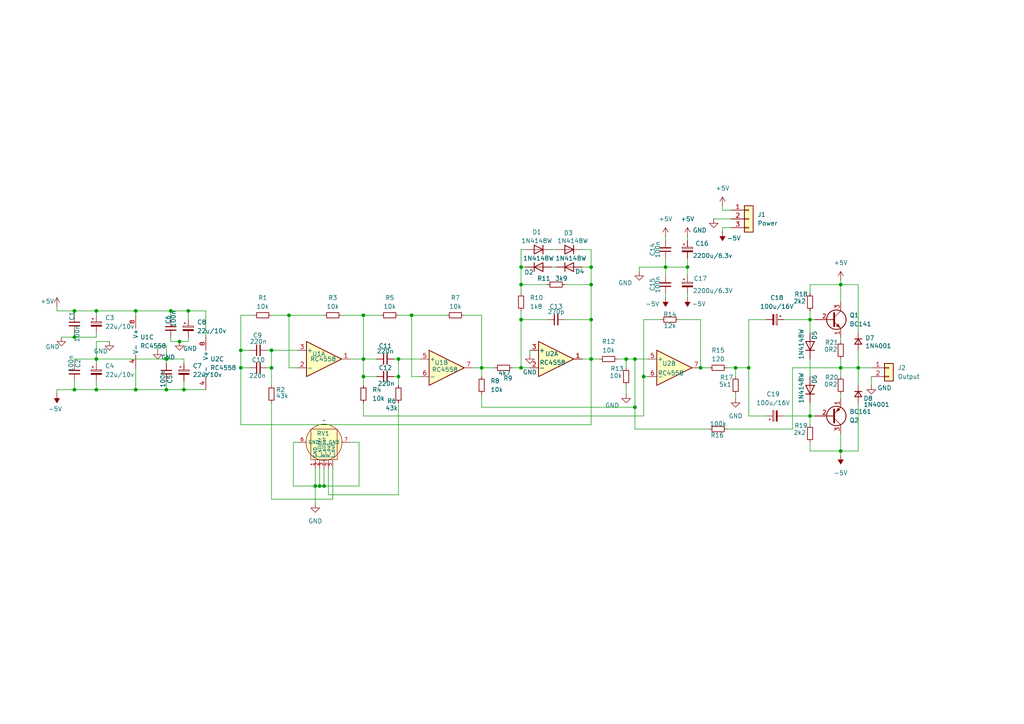
<source format=kicad_sch>
(kicad_sch
	(version 20250114)
	(generator "eeschema")
	(generator_version "9.0")
	(uuid "8b7ff199-9917-4f09-87ee-6b7d8888e5aa")
	(paper "A4")
	(lib_symbols
		(symbol "Amplifier_Operational:RC4558"
			(pin_names
				(offset 0.127)
			)
			(exclude_from_sim no)
			(in_bom yes)
			(on_board yes)
			(property "Reference" "U"
				(at 0 5.08 0)
				(effects
					(font
						(size 1.27 1.27)
					)
					(justify left)
				)
			)
			(property "Value" "RC4558"
				(at 0 -5.08 0)
				(effects
					(font
						(size 1.27 1.27)
					)
					(justify left)
				)
			)
			(property "Footprint" ""
				(at 0 0 0)
				(effects
					(font
						(size 1.27 1.27)
					)
					(hide yes)
				)
			)
			(property "Datasheet" "http://www.ti.com/lit/ds/symlink/rc4558.pdf"
				(at 0 0 0)
				(effects
					(font
						(size 1.27 1.27)
					)
					(hide yes)
				)
			)
			(property "Description" "Dual General Purpose, Operational Amplifier, DIP-8/SOIC-8/SSOP-8"
				(at 0 0 0)
				(effects
					(font
						(size 1.27 1.27)
					)
					(hide yes)
				)
			)
			(property "ki_locked" ""
				(at 0 0 0)
				(effects
					(font
						(size 1.27 1.27)
					)
				)
			)
			(property "ki_keywords" "dual opamp"
				(at 0 0 0)
				(effects
					(font
						(size 1.27 1.27)
					)
					(hide yes)
				)
			)
			(property "ki_fp_filters" "SOIC*3.9x4.9mm*P1.27mm* DIP*W7.62mm* TO*99* OnSemi*Micro8* TSSOP*3x3mm*P0.65mm* TSSOP*4.4x3mm*P0.65mm* MSOP*3x3mm*P0.65mm* SSOP*3.9x4.9mm*P0.635mm* LFCSP*2x2mm*P0.5mm* *SIP* SOIC*5.3x6.2mm*P1.27mm*"
				(at 0 0 0)
				(effects
					(font
						(size 1.27 1.27)
					)
					(hide yes)
				)
			)
			(symbol "RC4558_1_1"
				(polyline
					(pts
						(xy -5.08 5.08) (xy 5.08 0) (xy -5.08 -5.08) (xy -5.08 5.08)
					)
					(stroke
						(width 0.254)
						(type default)
					)
					(fill
						(type background)
					)
				)
				(pin input line
					(at -7.62 2.54 0)
					(length 2.54)
					(name "+"
						(effects
							(font
								(size 1.27 1.27)
							)
						)
					)
					(number "3"
						(effects
							(font
								(size 1.27 1.27)
							)
						)
					)
				)
				(pin input line
					(at -7.62 -2.54 0)
					(length 2.54)
					(name "-"
						(effects
							(font
								(size 1.27 1.27)
							)
						)
					)
					(number "2"
						(effects
							(font
								(size 1.27 1.27)
							)
						)
					)
				)
				(pin output line
					(at 7.62 0 180)
					(length 2.54)
					(name "~"
						(effects
							(font
								(size 1.27 1.27)
							)
						)
					)
					(number "1"
						(effects
							(font
								(size 1.27 1.27)
							)
						)
					)
				)
			)
			(symbol "RC4558_2_1"
				(polyline
					(pts
						(xy -5.08 5.08) (xy 5.08 0) (xy -5.08 -5.08) (xy -5.08 5.08)
					)
					(stroke
						(width 0.254)
						(type default)
					)
					(fill
						(type background)
					)
				)
				(pin input line
					(at -7.62 2.54 0)
					(length 2.54)
					(name "+"
						(effects
							(font
								(size 1.27 1.27)
							)
						)
					)
					(number "5"
						(effects
							(font
								(size 1.27 1.27)
							)
						)
					)
				)
				(pin input line
					(at -7.62 -2.54 0)
					(length 2.54)
					(name "-"
						(effects
							(font
								(size 1.27 1.27)
							)
						)
					)
					(number "6"
						(effects
							(font
								(size 1.27 1.27)
							)
						)
					)
				)
				(pin output line
					(at 7.62 0 180)
					(length 2.54)
					(name "~"
						(effects
							(font
								(size 1.27 1.27)
							)
						)
					)
					(number "7"
						(effects
							(font
								(size 1.27 1.27)
							)
						)
					)
				)
			)
			(symbol "RC4558_3_1"
				(pin power_in line
					(at -2.54 7.62 270)
					(length 3.81)
					(name "V+"
						(effects
							(font
								(size 1.27 1.27)
							)
						)
					)
					(number "8"
						(effects
							(font
								(size 1.27 1.27)
							)
						)
					)
				)
				(pin power_in line
					(at -2.54 -7.62 90)
					(length 3.81)
					(name "V-"
						(effects
							(font
								(size 1.27 1.27)
							)
						)
					)
					(number "4"
						(effects
							(font
								(size 1.27 1.27)
							)
						)
					)
				)
			)
			(embedded_fonts no)
		)
		(symbol "Connector_Generic:Conn_01x02"
			(pin_names
				(offset 1.016)
				(hide yes)
			)
			(exclude_from_sim no)
			(in_bom yes)
			(on_board yes)
			(property "Reference" "J"
				(at 0 2.54 0)
				(effects
					(font
						(size 1.27 1.27)
					)
				)
			)
			(property "Value" "Conn_01x02"
				(at 0 -5.08 0)
				(effects
					(font
						(size 1.27 1.27)
					)
				)
			)
			(property "Footprint" ""
				(at 0 0 0)
				(effects
					(font
						(size 1.27 1.27)
					)
					(hide yes)
				)
			)
			(property "Datasheet" "~"
				(at 0 0 0)
				(effects
					(font
						(size 1.27 1.27)
					)
					(hide yes)
				)
			)
			(property "Description" "Generic connector, single row, 01x02, script generated (kicad-library-utils/schlib/autogen/connector/)"
				(at 0 0 0)
				(effects
					(font
						(size 1.27 1.27)
					)
					(hide yes)
				)
			)
			(property "ki_keywords" "connector"
				(at 0 0 0)
				(effects
					(font
						(size 1.27 1.27)
					)
					(hide yes)
				)
			)
			(property "ki_fp_filters" "Connector*:*_1x??_*"
				(at 0 0 0)
				(effects
					(font
						(size 1.27 1.27)
					)
					(hide yes)
				)
			)
			(symbol "Conn_01x02_1_1"
				(rectangle
					(start -1.27 1.27)
					(end 1.27 -3.81)
					(stroke
						(width 0.254)
						(type default)
					)
					(fill
						(type background)
					)
				)
				(rectangle
					(start -1.27 0.127)
					(end 0 -0.127)
					(stroke
						(width 0.1524)
						(type default)
					)
					(fill
						(type none)
					)
				)
				(rectangle
					(start -1.27 -2.413)
					(end 0 -2.667)
					(stroke
						(width 0.1524)
						(type default)
					)
					(fill
						(type none)
					)
				)
				(pin passive line
					(at -5.08 0 0)
					(length 3.81)
					(name "Pin_1"
						(effects
							(font
								(size 1.27 1.27)
							)
						)
					)
					(number "1"
						(effects
							(font
								(size 1.27 1.27)
							)
						)
					)
				)
				(pin passive line
					(at -5.08 -2.54 0)
					(length 3.81)
					(name "Pin_2"
						(effects
							(font
								(size 1.27 1.27)
							)
						)
					)
					(number "2"
						(effects
							(font
								(size 1.27 1.27)
							)
						)
					)
				)
			)
			(embedded_fonts no)
		)
		(symbol "Connector_Generic:Conn_01x03"
			(pin_names
				(offset 1.016)
				(hide yes)
			)
			(exclude_from_sim no)
			(in_bom yes)
			(on_board yes)
			(property "Reference" "J"
				(at 0 5.08 0)
				(effects
					(font
						(size 1.27 1.27)
					)
				)
			)
			(property "Value" "Conn_01x03"
				(at 0 -5.08 0)
				(effects
					(font
						(size 1.27 1.27)
					)
				)
			)
			(property "Footprint" ""
				(at 0 0 0)
				(effects
					(font
						(size 1.27 1.27)
					)
					(hide yes)
				)
			)
			(property "Datasheet" "~"
				(at 0 0 0)
				(effects
					(font
						(size 1.27 1.27)
					)
					(hide yes)
				)
			)
			(property "Description" "Generic connector, single row, 01x03, script generated (kicad-library-utils/schlib/autogen/connector/)"
				(at 0 0 0)
				(effects
					(font
						(size 1.27 1.27)
					)
					(hide yes)
				)
			)
			(property "ki_keywords" "connector"
				(at 0 0 0)
				(effects
					(font
						(size 1.27 1.27)
					)
					(hide yes)
				)
			)
			(property "ki_fp_filters" "Connector*:*_1x??_*"
				(at 0 0 0)
				(effects
					(font
						(size 1.27 1.27)
					)
					(hide yes)
				)
			)
			(symbol "Conn_01x03_1_1"
				(rectangle
					(start -1.27 3.81)
					(end 1.27 -3.81)
					(stroke
						(width 0.254)
						(type default)
					)
					(fill
						(type background)
					)
				)
				(rectangle
					(start -1.27 2.667)
					(end 0 2.413)
					(stroke
						(width 0.1524)
						(type default)
					)
					(fill
						(type none)
					)
				)
				(rectangle
					(start -1.27 0.127)
					(end 0 -0.127)
					(stroke
						(width 0.1524)
						(type default)
					)
					(fill
						(type none)
					)
				)
				(rectangle
					(start -1.27 -2.413)
					(end 0 -2.667)
					(stroke
						(width 0.1524)
						(type default)
					)
					(fill
						(type none)
					)
				)
				(pin passive line
					(at -5.08 2.54 0)
					(length 3.81)
					(name "Pin_1"
						(effects
							(font
								(size 1.27 1.27)
							)
						)
					)
					(number "1"
						(effects
							(font
								(size 1.27 1.27)
							)
						)
					)
				)
				(pin passive line
					(at -5.08 0 0)
					(length 3.81)
					(name "Pin_2"
						(effects
							(font
								(size 1.27 1.27)
							)
						)
					)
					(number "2"
						(effects
							(font
								(size 1.27 1.27)
							)
						)
					)
				)
				(pin passive line
					(at -5.08 -2.54 0)
					(length 3.81)
					(name "Pin_3"
						(effects
							(font
								(size 1.27 1.27)
							)
						)
					)
					(number "3"
						(effects
							(font
								(size 1.27 1.27)
							)
						)
					)
				)
			)
			(embedded_fonts no)
		)
		(symbol "Device:C_Polarized_Small"
			(pin_numbers
				(hide yes)
			)
			(pin_names
				(offset 0.254)
				(hide yes)
			)
			(exclude_from_sim no)
			(in_bom yes)
			(on_board yes)
			(property "Reference" "C"
				(at 0.254 1.778 0)
				(effects
					(font
						(size 1.27 1.27)
					)
					(justify left)
				)
			)
			(property "Value" "C_Polarized_Small"
				(at 0.254 -2.032 0)
				(effects
					(font
						(size 1.27 1.27)
					)
					(justify left)
				)
			)
			(property "Footprint" ""
				(at 0 0 0)
				(effects
					(font
						(size 1.27 1.27)
					)
					(hide yes)
				)
			)
			(property "Datasheet" "~"
				(at 0 0 0)
				(effects
					(font
						(size 1.27 1.27)
					)
					(hide yes)
				)
			)
			(property "Description" "Polarized capacitor, small symbol"
				(at 0 0 0)
				(effects
					(font
						(size 1.27 1.27)
					)
					(hide yes)
				)
			)
			(property "ki_keywords" "cap capacitor"
				(at 0 0 0)
				(effects
					(font
						(size 1.27 1.27)
					)
					(hide yes)
				)
			)
			(property "ki_fp_filters" "CP_*"
				(at 0 0 0)
				(effects
					(font
						(size 1.27 1.27)
					)
					(hide yes)
				)
			)
			(symbol "C_Polarized_Small_0_1"
				(rectangle
					(start -1.524 0.6858)
					(end 1.524 0.3048)
					(stroke
						(width 0)
						(type default)
					)
					(fill
						(type none)
					)
				)
				(rectangle
					(start -1.524 -0.3048)
					(end 1.524 -0.6858)
					(stroke
						(width 0)
						(type default)
					)
					(fill
						(type outline)
					)
				)
				(polyline
					(pts
						(xy -1.27 1.524) (xy -0.762 1.524)
					)
					(stroke
						(width 0)
						(type default)
					)
					(fill
						(type none)
					)
				)
				(polyline
					(pts
						(xy -1.016 1.27) (xy -1.016 1.778)
					)
					(stroke
						(width 0)
						(type default)
					)
					(fill
						(type none)
					)
				)
			)
			(symbol "C_Polarized_Small_1_1"
				(pin passive line
					(at 0 2.54 270)
					(length 1.8542)
					(name "~"
						(effects
							(font
								(size 1.27 1.27)
							)
						)
					)
					(number "1"
						(effects
							(font
								(size 1.27 1.27)
							)
						)
					)
				)
				(pin passive line
					(at 0 -2.54 90)
					(length 1.8542)
					(name "~"
						(effects
							(font
								(size 1.27 1.27)
							)
						)
					)
					(number "2"
						(effects
							(font
								(size 1.27 1.27)
							)
						)
					)
				)
			)
			(embedded_fonts no)
		)
		(symbol "Device:C_Small"
			(pin_numbers
				(hide yes)
			)
			(pin_names
				(offset 0.254)
				(hide yes)
			)
			(exclude_from_sim no)
			(in_bom yes)
			(on_board yes)
			(property "Reference" "C"
				(at 0.254 1.778 0)
				(effects
					(font
						(size 1.27 1.27)
					)
					(justify left)
				)
			)
			(property "Value" "C_Small"
				(at 0.254 -2.032 0)
				(effects
					(font
						(size 1.27 1.27)
					)
					(justify left)
				)
			)
			(property "Footprint" ""
				(at 0 0 0)
				(effects
					(font
						(size 1.27 1.27)
					)
					(hide yes)
				)
			)
			(property "Datasheet" "~"
				(at 0 0 0)
				(effects
					(font
						(size 1.27 1.27)
					)
					(hide yes)
				)
			)
			(property "Description" "Unpolarized capacitor, small symbol"
				(at 0 0 0)
				(effects
					(font
						(size 1.27 1.27)
					)
					(hide yes)
				)
			)
			(property "ki_keywords" "capacitor cap"
				(at 0 0 0)
				(effects
					(font
						(size 1.27 1.27)
					)
					(hide yes)
				)
			)
			(property "ki_fp_filters" "C_*"
				(at 0 0 0)
				(effects
					(font
						(size 1.27 1.27)
					)
					(hide yes)
				)
			)
			(symbol "C_Small_0_1"
				(polyline
					(pts
						(xy -1.524 0.508) (xy 1.524 0.508)
					)
					(stroke
						(width 0.3048)
						(type default)
					)
					(fill
						(type none)
					)
				)
				(polyline
					(pts
						(xy -1.524 -0.508) (xy 1.524 -0.508)
					)
					(stroke
						(width 0.3302)
						(type default)
					)
					(fill
						(type none)
					)
				)
			)
			(symbol "C_Small_1_1"
				(pin passive line
					(at 0 2.54 270)
					(length 2.032)
					(name "~"
						(effects
							(font
								(size 1.27 1.27)
							)
						)
					)
					(number "1"
						(effects
							(font
								(size 1.27 1.27)
							)
						)
					)
				)
				(pin passive line
					(at 0 -2.54 90)
					(length 2.032)
					(name "~"
						(effects
							(font
								(size 1.27 1.27)
							)
						)
					)
					(number "2"
						(effects
							(font
								(size 1.27 1.27)
							)
						)
					)
				)
			)
			(embedded_fonts no)
		)
		(symbol "Device:D_Small"
			(pin_numbers
				(hide yes)
			)
			(pin_names
				(offset 0.254)
				(hide yes)
			)
			(exclude_from_sim no)
			(in_bom yes)
			(on_board yes)
			(property "Reference" "D"
				(at -1.27 2.032 0)
				(effects
					(font
						(size 1.27 1.27)
					)
					(justify left)
				)
			)
			(property "Value" "D_Small"
				(at -3.81 -2.032 0)
				(effects
					(font
						(size 1.27 1.27)
					)
					(justify left)
				)
			)
			(property "Footprint" ""
				(at 0 0 90)
				(effects
					(font
						(size 1.27 1.27)
					)
					(hide yes)
				)
			)
			(property "Datasheet" "~"
				(at 0 0 90)
				(effects
					(font
						(size 1.27 1.27)
					)
					(hide yes)
				)
			)
			(property "Description" "Diode, small symbol"
				(at 0 0 0)
				(effects
					(font
						(size 1.27 1.27)
					)
					(hide yes)
				)
			)
			(property "Sim.Device" "D"
				(at 0 0 0)
				(effects
					(font
						(size 1.27 1.27)
					)
					(hide yes)
				)
			)
			(property "Sim.Pins" "1=K 2=A"
				(at 0 0 0)
				(effects
					(font
						(size 1.27 1.27)
					)
					(hide yes)
				)
			)
			(property "ki_keywords" "diode"
				(at 0 0 0)
				(effects
					(font
						(size 1.27 1.27)
					)
					(hide yes)
				)
			)
			(property "ki_fp_filters" "TO-???* *_Diode_* *SingleDiode* D_*"
				(at 0 0 0)
				(effects
					(font
						(size 1.27 1.27)
					)
					(hide yes)
				)
			)
			(symbol "D_Small_0_1"
				(polyline
					(pts
						(xy -0.762 0) (xy 0.762 0)
					)
					(stroke
						(width 0)
						(type default)
					)
					(fill
						(type none)
					)
				)
				(polyline
					(pts
						(xy -0.762 -1.016) (xy -0.762 1.016)
					)
					(stroke
						(width 0.254)
						(type default)
					)
					(fill
						(type none)
					)
				)
				(polyline
					(pts
						(xy 0.762 -1.016) (xy -0.762 0) (xy 0.762 1.016) (xy 0.762 -1.016)
					)
					(stroke
						(width 0.254)
						(type default)
					)
					(fill
						(type none)
					)
				)
			)
			(symbol "D_Small_1_1"
				(pin passive line
					(at -2.54 0 0)
					(length 1.778)
					(name "K"
						(effects
							(font
								(size 1.27 1.27)
							)
						)
					)
					(number "1"
						(effects
							(font
								(size 1.27 1.27)
							)
						)
					)
				)
				(pin passive line
					(at 2.54 0 180)
					(length 1.778)
					(name "A"
						(effects
							(font
								(size 1.27 1.27)
							)
						)
					)
					(number "2"
						(effects
							(font
								(size 1.27 1.27)
							)
						)
					)
				)
			)
			(embedded_fonts no)
		)
		(symbol "Device:R_Small"
			(pin_numbers
				(hide yes)
			)
			(pin_names
				(offset 0.254)
				(hide yes)
			)
			(exclude_from_sim no)
			(in_bom yes)
			(on_board yes)
			(property "Reference" "R"
				(at 0.762 0.508 0)
				(effects
					(font
						(size 1.27 1.27)
					)
					(justify left)
				)
			)
			(property "Value" "R_Small"
				(at 0.762 -1.016 0)
				(effects
					(font
						(size 1.27 1.27)
					)
					(justify left)
				)
			)
			(property "Footprint" ""
				(at 0 0 0)
				(effects
					(font
						(size 1.27 1.27)
					)
					(hide yes)
				)
			)
			(property "Datasheet" "~"
				(at 0 0 0)
				(effects
					(font
						(size 1.27 1.27)
					)
					(hide yes)
				)
			)
			(property "Description" "Resistor, small symbol"
				(at 0 0 0)
				(effects
					(font
						(size 1.27 1.27)
					)
					(hide yes)
				)
			)
			(property "ki_keywords" "R resistor"
				(at 0 0 0)
				(effects
					(font
						(size 1.27 1.27)
					)
					(hide yes)
				)
			)
			(property "ki_fp_filters" "R_*"
				(at 0 0 0)
				(effects
					(font
						(size 1.27 1.27)
					)
					(hide yes)
				)
			)
			(symbol "R_Small_0_1"
				(rectangle
					(start -0.762 1.778)
					(end 0.762 -1.778)
					(stroke
						(width 0.2032)
						(type default)
					)
					(fill
						(type none)
					)
				)
			)
			(symbol "R_Small_1_1"
				(pin passive line
					(at 0 2.54 270)
					(length 0.762)
					(name "~"
						(effects
							(font
								(size 1.27 1.27)
							)
						)
					)
					(number "1"
						(effects
							(font
								(size 1.27 1.27)
							)
						)
					)
				)
				(pin passive line
					(at 0 -2.54 90)
					(length 0.762)
					(name "~"
						(effects
							(font
								(size 1.27 1.27)
							)
						)
					)
					(number "2"
						(effects
							(font
								(size 1.27 1.27)
							)
						)
					)
				)
			)
			(embedded_fonts no)
		)
		(symbol "Diode:1N4148W"
			(pin_numbers
				(hide yes)
			)
			(pin_names
				(hide yes)
			)
			(exclude_from_sim no)
			(in_bom yes)
			(on_board yes)
			(property "Reference" "D"
				(at 0 2.54 0)
				(effects
					(font
						(size 1.27 1.27)
					)
				)
			)
			(property "Value" "1N4148W"
				(at 0 -2.54 0)
				(effects
					(font
						(size 1.27 1.27)
					)
				)
			)
			(property "Footprint" "Diode_SMD:D_SOD-123"
				(at 0 -4.445 0)
				(effects
					(font
						(size 1.27 1.27)
					)
					(hide yes)
				)
			)
			(property "Datasheet" "https://www.vishay.com/docs/85748/1n4148w.pdf"
				(at 0 0 0)
				(effects
					(font
						(size 1.27 1.27)
					)
					(hide yes)
				)
			)
			(property "Description" "75V 0.15A Fast Switching Diode, SOD-123"
				(at 0 0 0)
				(effects
					(font
						(size 1.27 1.27)
					)
					(hide yes)
				)
			)
			(property "Sim.Device" "D"
				(at 0 0 0)
				(effects
					(font
						(size 1.27 1.27)
					)
					(hide yes)
				)
			)
			(property "Sim.Pins" "1=K 2=A"
				(at 0 0 0)
				(effects
					(font
						(size 1.27 1.27)
					)
					(hide yes)
				)
			)
			(property "ki_keywords" "diode"
				(at 0 0 0)
				(effects
					(font
						(size 1.27 1.27)
					)
					(hide yes)
				)
			)
			(property "ki_fp_filters" "D*SOD?123*"
				(at 0 0 0)
				(effects
					(font
						(size 1.27 1.27)
					)
					(hide yes)
				)
			)
			(symbol "1N4148W_0_1"
				(polyline
					(pts
						(xy -1.27 1.27) (xy -1.27 -1.27)
					)
					(stroke
						(width 0.254)
						(type default)
					)
					(fill
						(type none)
					)
				)
				(polyline
					(pts
						(xy 1.27 1.27) (xy 1.27 -1.27) (xy -1.27 0) (xy 1.27 1.27)
					)
					(stroke
						(width 0.254)
						(type default)
					)
					(fill
						(type none)
					)
				)
				(polyline
					(pts
						(xy 1.27 0) (xy -1.27 0)
					)
					(stroke
						(width 0)
						(type default)
					)
					(fill
						(type none)
					)
				)
			)
			(symbol "1N4148W_1_1"
				(pin passive line
					(at -3.81 0 0)
					(length 2.54)
					(name "K"
						(effects
							(font
								(size 1.27 1.27)
							)
						)
					)
					(number "1"
						(effects
							(font
								(size 1.27 1.27)
							)
						)
					)
				)
				(pin passive line
					(at 3.81 0 180)
					(length 2.54)
					(name "A"
						(effects
							(font
								(size 1.27 1.27)
							)
						)
					)
					(number "2"
						(effects
							(font
								(size 1.27 1.27)
							)
						)
					)
				)
			)
			(embedded_fonts no)
		)
		(symbol "Potencjomretry_THT:Potencjometr_podwójny_mp3"
			(exclude_from_sim no)
			(in_bom yes)
			(on_board yes)
			(property "Reference" "RV"
				(at 0 2.54 0)
				(effects
					(font
						(size 1.27 1.27)
					)
				)
			)
			(property "Value" ""
				(at 0 0 0)
				(effects
					(font
						(size 1.27 1.27)
					)
				)
			)
			(property "Footprint" ""
				(at 0 0 0)
				(effects
					(font
						(size 1.27 1.27)
					)
					(hide yes)
				)
			)
			(property "Datasheet" ""
				(at 0 0 0)
				(effects
					(font
						(size 1.27 1.27)
					)
					(hide yes)
				)
			)
			(property "Description" ""
				(at 0 0 0)
				(effects
					(font
						(size 1.27 1.27)
					)
					(hide yes)
				)
			)
			(symbol "Potencjometr_podwójny_mp3_0_1"
				(rectangle
					(start -3.81 3.81)
					(end 3.81 -5.08)
					(stroke
						(width 0)
						(type default)
					)
					(fill
						(type background)
					)
				)
				(circle
					(center 0 0)
					(radius 5.2363)
					(stroke
						(width 0)
						(type default)
					)
					(fill
						(type background)
					)
				)
			)
			(symbol "Potencjometr_podwójny_mp3_1_1"
				(pin input line
					(at -7.62 0 0)
					(length 2.54)
					(name "GND"
						(effects
							(font
								(size 1 1)
							)
						)
					)
					(number "6"
						(effects
							(font
								(size 1 1)
							)
						)
					)
				)
				(pin input line
					(at -2.54 -7.62 90)
					(length 2.54)
					(name "GND"
						(effects
							(font
								(size 1 1)
							)
						)
					)
					(number "1"
						(effects
							(font
								(size 1 1)
							)
						)
					)
				)
				(pin input line
					(at -1.27 -7.62 90)
					(length 2.54)
					(name "L_slider"
						(effects
							(font
								(size 1 1)
							)
						)
					)
					(number "2"
						(effects
							(font
								(size 1 1)
							)
						)
					)
				)
				(pin input line
					(at 0 -7.62 90)
					(length 2.54)
					(name "R_slider"
						(effects
							(font
								(size 1 1)
							)
						)
					)
					(number "3"
						(effects
							(font
								(size 1 1)
							)
						)
					)
				)
				(pin input line
					(at 1.27 -7.62 90)
					(length 2.54)
					(name "R_out"
						(effects
							(font
								(size 1 1)
							)
						)
					)
					(number "4"
						(effects
							(font
								(size 1 1)
							)
						)
					)
				)
				(pin input line
					(at 2.54 -7.62 90)
					(length 2.54)
					(name "L_out"
						(effects
							(font
								(size 1 1)
							)
						)
					)
					(number "5"
						(effects
							(font
								(size 1 1)
							)
						)
					)
				)
				(pin input line
					(at 7.62 0 180)
					(length 2.54)
					(name "GND"
						(effects
							(font
								(size 1 1)
							)
						)
					)
					(number "7"
						(effects
							(font
								(size 1 1)
							)
						)
					)
				)
			)
			(embedded_fonts no)
		)
		(symbol "Transistor_BJT:BC141"
			(pin_names
				(offset 0)
				(hide yes)
			)
			(exclude_from_sim no)
			(in_bom yes)
			(on_board yes)
			(property "Reference" "Q"
				(at 5.08 1.905 0)
				(effects
					(font
						(size 1.27 1.27)
					)
					(justify left)
				)
			)
			(property "Value" "BC141"
				(at 5.08 0 0)
				(effects
					(font
						(size 1.27 1.27)
					)
					(justify left)
				)
			)
			(property "Footprint" "Package_TO_SOT_THT:TO-39-3"
				(at 5.08 -1.905 0)
				(effects
					(font
						(size 1.27 1.27)
						(italic yes)
					)
					(justify left)
					(hide yes)
				)
			)
			(property "Datasheet" "http://www.farnell.com/datasheets/296634.pdf"
				(at 0 0 0)
				(effects
					(font
						(size 1.27 1.27)
					)
					(justify left)
					(hide yes)
				)
			)
			(property "Description" "1A Ic, 60V Vce, NPN Transistor, TO-39"
				(at 0 0 0)
				(effects
					(font
						(size 1.27 1.27)
					)
					(hide yes)
				)
			)
			(property "ki_keywords" "NPN Transistor"
				(at 0 0 0)
				(effects
					(font
						(size 1.27 1.27)
					)
					(hide yes)
				)
			)
			(property "ki_fp_filters" "TO?39*"
				(at 0 0 0)
				(effects
					(font
						(size 1.27 1.27)
					)
					(hide yes)
				)
			)
			(symbol "BC141_0_1"
				(polyline
					(pts
						(xy 0.635 1.905) (xy 0.635 -1.905) (xy 0.635 -1.905)
					)
					(stroke
						(width 0.508)
						(type default)
					)
					(fill
						(type none)
					)
				)
				(polyline
					(pts
						(xy 0.635 0.635) (xy 2.54 2.54)
					)
					(stroke
						(width 0)
						(type default)
					)
					(fill
						(type none)
					)
				)
				(polyline
					(pts
						(xy 0.635 -0.635) (xy 2.54 -2.54) (xy 2.54 -2.54)
					)
					(stroke
						(width 0)
						(type default)
					)
					(fill
						(type none)
					)
				)
				(circle
					(center 1.27 0)
					(radius 2.8194)
					(stroke
						(width 0.254)
						(type default)
					)
					(fill
						(type none)
					)
				)
				(polyline
					(pts
						(xy 1.27 -1.778) (xy 1.778 -1.27) (xy 2.286 -2.286) (xy 1.27 -1.778) (xy 1.27 -1.778)
					)
					(stroke
						(width 0)
						(type default)
					)
					(fill
						(type outline)
					)
				)
			)
			(symbol "BC141_1_1"
				(pin passive line
					(at -5.08 0 0)
					(length 5.715)
					(name "B"
						(effects
							(font
								(size 1.27 1.27)
							)
						)
					)
					(number "2"
						(effects
							(font
								(size 1.27 1.27)
							)
						)
					)
				)
				(pin passive line
					(at 2.54 5.08 270)
					(length 2.54)
					(name "C"
						(effects
							(font
								(size 1.27 1.27)
							)
						)
					)
					(number "3"
						(effects
							(font
								(size 1.27 1.27)
							)
						)
					)
				)
				(pin passive line
					(at 2.54 -5.08 90)
					(length 2.54)
					(name "E"
						(effects
							(font
								(size 1.27 1.27)
							)
						)
					)
					(number "1"
						(effects
							(font
								(size 1.27 1.27)
							)
						)
					)
				)
			)
			(embedded_fonts no)
		)
		(symbol "Transistor_BJT:BC161"
			(pin_names
				(offset 0)
				(hide yes)
			)
			(exclude_from_sim no)
			(in_bom yes)
			(on_board yes)
			(property "Reference" "Q"
				(at 5.08 1.905 0)
				(effects
					(font
						(size 1.27 1.27)
					)
					(justify left)
				)
			)
			(property "Value" "BC161"
				(at 5.08 0 0)
				(effects
					(font
						(size 1.27 1.27)
					)
					(justify left)
				)
			)
			(property "Footprint" "Package_TO_SOT_THT:TO-39-3"
				(at 5.08 -1.905 0)
				(effects
					(font
						(size 1.27 1.27)
						(italic yes)
					)
					(justify left)
					(hide yes)
				)
			)
			(property "Datasheet" "http://www.farnell.com/datasheets/1697389.pdf"
				(at 0 0 0)
				(effects
					(font
						(size 1.27 1.27)
					)
					(justify left)
					(hide yes)
				)
			)
			(property "Description" "1A Ic, 60V Vce, Power PNP Transistor, TO-39"
				(at 0 0 0)
				(effects
					(font
						(size 1.27 1.27)
					)
					(hide yes)
				)
			)
			(property "ki_keywords" "power PNP Transistor"
				(at 0 0 0)
				(effects
					(font
						(size 1.27 1.27)
					)
					(hide yes)
				)
			)
			(property "ki_fp_filters" "TO?39*"
				(at 0 0 0)
				(effects
					(font
						(size 1.27 1.27)
					)
					(hide yes)
				)
			)
			(symbol "BC161_0_1"
				(polyline
					(pts
						(xy 0.635 1.905) (xy 0.635 -1.905) (xy 0.635 -1.905)
					)
					(stroke
						(width 0.508)
						(type default)
					)
					(fill
						(type none)
					)
				)
				(polyline
					(pts
						(xy 0.635 0.635) (xy 2.54 2.54)
					)
					(stroke
						(width 0)
						(type default)
					)
					(fill
						(type none)
					)
				)
				(polyline
					(pts
						(xy 0.635 -0.635) (xy 2.54 -2.54) (xy 2.54 -2.54)
					)
					(stroke
						(width 0)
						(type default)
					)
					(fill
						(type none)
					)
				)
				(circle
					(center 1.27 0)
					(radius 2.8194)
					(stroke
						(width 0.254)
						(type default)
					)
					(fill
						(type none)
					)
				)
				(polyline
					(pts
						(xy 2.286 -1.778) (xy 1.778 -2.286) (xy 1.27 -1.27) (xy 2.286 -1.778) (xy 2.286 -1.778)
					)
					(stroke
						(width 0)
						(type default)
					)
					(fill
						(type outline)
					)
				)
			)
			(symbol "BC161_1_1"
				(pin input line
					(at -5.08 0 0)
					(length 5.715)
					(name "B"
						(effects
							(font
								(size 1.27 1.27)
							)
						)
					)
					(number "2"
						(effects
							(font
								(size 1.27 1.27)
							)
						)
					)
				)
				(pin passive line
					(at 2.54 5.08 270)
					(length 2.54)
					(name "C"
						(effects
							(font
								(size 1.27 1.27)
							)
						)
					)
					(number "3"
						(effects
							(font
								(size 1.27 1.27)
							)
						)
					)
				)
				(pin passive line
					(at 2.54 -5.08 90)
					(length 2.54)
					(name "E"
						(effects
							(font
								(size 1.27 1.27)
							)
						)
					)
					(number "1"
						(effects
							(font
								(size 1.27 1.27)
							)
						)
					)
				)
			)
			(embedded_fonts no)
		)
		(symbol "power:+5V"
			(power)
			(pin_numbers
				(hide yes)
			)
			(pin_names
				(offset 0)
				(hide yes)
			)
			(exclude_from_sim no)
			(in_bom yes)
			(on_board yes)
			(property "Reference" "#PWR"
				(at 0 -3.81 0)
				(effects
					(font
						(size 1.27 1.27)
					)
					(hide yes)
				)
			)
			(property "Value" "+5V"
				(at 0 3.556 0)
				(effects
					(font
						(size 1.27 1.27)
					)
				)
			)
			(property "Footprint" ""
				(at 0 0 0)
				(effects
					(font
						(size 1.27 1.27)
					)
					(hide yes)
				)
			)
			(property "Datasheet" ""
				(at 0 0 0)
				(effects
					(font
						(size 1.27 1.27)
					)
					(hide yes)
				)
			)
			(property "Description" "Power symbol creates a global label with name \"+5V\""
				(at 0 0 0)
				(effects
					(font
						(size 1.27 1.27)
					)
					(hide yes)
				)
			)
			(property "ki_keywords" "global power"
				(at 0 0 0)
				(effects
					(font
						(size 1.27 1.27)
					)
					(hide yes)
				)
			)
			(symbol "+5V_0_1"
				(polyline
					(pts
						(xy -0.762 1.27) (xy 0 2.54)
					)
					(stroke
						(width 0)
						(type default)
					)
					(fill
						(type none)
					)
				)
				(polyline
					(pts
						(xy 0 2.54) (xy 0.762 1.27)
					)
					(stroke
						(width 0)
						(type default)
					)
					(fill
						(type none)
					)
				)
				(polyline
					(pts
						(xy 0 0) (xy 0 2.54)
					)
					(stroke
						(width 0)
						(type default)
					)
					(fill
						(type none)
					)
				)
			)
			(symbol "+5V_1_1"
				(pin power_in line
					(at 0 0 90)
					(length 0)
					(name "~"
						(effects
							(font
								(size 1.27 1.27)
							)
						)
					)
					(number "1"
						(effects
							(font
								(size 1.27 1.27)
							)
						)
					)
				)
			)
			(embedded_fonts no)
		)
		(symbol "power:-5V"
			(power)
			(pin_numbers
				(hide yes)
			)
			(pin_names
				(offset 0)
				(hide yes)
			)
			(exclude_from_sim no)
			(in_bom yes)
			(on_board yes)
			(property "Reference" "#PWR"
				(at 0 -3.81 0)
				(effects
					(font
						(size 1.27 1.27)
					)
					(hide yes)
				)
			)
			(property "Value" "-5V"
				(at 0 3.556 0)
				(effects
					(font
						(size 1.27 1.27)
					)
				)
			)
			(property "Footprint" ""
				(at 0 0 0)
				(effects
					(font
						(size 1.27 1.27)
					)
					(hide yes)
				)
			)
			(property "Datasheet" ""
				(at 0 0 0)
				(effects
					(font
						(size 1.27 1.27)
					)
					(hide yes)
				)
			)
			(property "Description" "Power symbol creates a global label with name \"-5V\""
				(at 0 0 0)
				(effects
					(font
						(size 1.27 1.27)
					)
					(hide yes)
				)
			)
			(property "ki_keywords" "global power"
				(at 0 0 0)
				(effects
					(font
						(size 1.27 1.27)
					)
					(hide yes)
				)
			)
			(symbol "-5V_0_0"
				(pin power_in line
					(at 0 0 90)
					(length 0)
					(name "~"
						(effects
							(font
								(size 1.27 1.27)
							)
						)
					)
					(number "1"
						(effects
							(font
								(size 1.27 1.27)
							)
						)
					)
				)
			)
			(symbol "-5V_0_1"
				(polyline
					(pts
						(xy 0 0) (xy 0 1.27) (xy 0.762 1.27) (xy 0 2.54) (xy -0.762 1.27) (xy 0 1.27)
					)
					(stroke
						(width 0)
						(type default)
					)
					(fill
						(type outline)
					)
				)
			)
			(embedded_fonts no)
		)
		(symbol "power:GND"
			(power)
			(pin_numbers
				(hide yes)
			)
			(pin_names
				(offset 0)
				(hide yes)
			)
			(exclude_from_sim no)
			(in_bom yes)
			(on_board yes)
			(property "Reference" "#PWR"
				(at 0 -6.35 0)
				(effects
					(font
						(size 1.27 1.27)
					)
					(hide yes)
				)
			)
			(property "Value" "GND"
				(at 0 -3.81 0)
				(effects
					(font
						(size 1.27 1.27)
					)
				)
			)
			(property "Footprint" ""
				(at 0 0 0)
				(effects
					(font
						(size 1.27 1.27)
					)
					(hide yes)
				)
			)
			(property "Datasheet" ""
				(at 0 0 0)
				(effects
					(font
						(size 1.27 1.27)
					)
					(hide yes)
				)
			)
			(property "Description" "Power symbol creates a global label with name \"GND\" , ground"
				(at 0 0 0)
				(effects
					(font
						(size 1.27 1.27)
					)
					(hide yes)
				)
			)
			(property "ki_keywords" "global power"
				(at 0 0 0)
				(effects
					(font
						(size 1.27 1.27)
					)
					(hide yes)
				)
			)
			(symbol "GND_0_1"
				(polyline
					(pts
						(xy 0 0) (xy 0 -1.27) (xy 1.27 -1.27) (xy 0 -2.54) (xy -1.27 -1.27) (xy 0 -1.27)
					)
					(stroke
						(width 0)
						(type default)
					)
					(fill
						(type none)
					)
				)
			)
			(symbol "GND_1_1"
				(pin power_in line
					(at 0 0 270)
					(length 0)
					(name "~"
						(effects
							(font
								(size 1.27 1.27)
							)
						)
					)
					(number "1"
						(effects
							(font
								(size 1.27 1.27)
							)
						)
					)
				)
			)
			(embedded_fonts no)
		)
	)
	(junction
		(at 92.71 140.97)
		(diameter 0)
		(color 0 0 0 0)
		(uuid "03614d20-77a5-43f0-a0bb-ded9a359ed03")
	)
	(junction
		(at 39.37 90.17)
		(diameter 0)
		(color 0 0 0 0)
		(uuid "0a07feb8-0c6d-4779-8042-d8e0beaeba15")
	)
	(junction
		(at 27.94 90.17)
		(diameter 0)
		(color 0 0 0 0)
		(uuid "1966787a-832e-4c41-aba6-04ed13e9b205")
	)
	(junction
		(at 234.95 120.65)
		(diameter 0)
		(color 0 0 0 0)
		(uuid "1aef1b7f-9226-47be-bd39-ac25afb7a5fb")
	)
	(junction
		(at 49.53 90.17)
		(diameter 0)
		(color 0 0 0 0)
		(uuid "20f5e666-12ff-4420-9168-3d89e97347c1")
	)
	(junction
		(at 248.92 106.68)
		(diameter 0)
		(color 0 0 0 0)
		(uuid "214dbeea-f6cc-4b5f-a5be-ea953016103f")
	)
	(junction
		(at 105.41 91.44)
		(diameter 0)
		(color 0 0 0 0)
		(uuid "22f96dbe-9abb-4354-801b-519a4a57a07f")
	)
	(junction
		(at 115.57 109.22)
		(diameter 0)
		(color 0 0 0 0)
		(uuid "27b4ddfc-72fb-4286-a7a9-b116bd15138c")
	)
	(junction
		(at 243.84 130.81)
		(diameter 0)
		(color 0 0 0 0)
		(uuid "2870ba91-b866-408a-b522-b8c2495e4e7f")
	)
	(junction
		(at 119.38 91.44)
		(diameter 0)
		(color 0 0 0 0)
		(uuid "2b10fce4-a08f-4bf4-b07c-72edd4a44cfe")
	)
	(junction
		(at 27.94 113.03)
		(diameter 0)
		(color 0 0 0 0)
		(uuid "2f4598ae-cc01-4e3c-aca5-9efad8251b54")
	)
	(junction
		(at 52.07 99.06)
		(diameter 0)
		(color 0 0 0 0)
		(uuid "36fca13c-07b8-4dd0-9f74-f6ffb3242d91")
	)
	(junction
		(at 83.82 91.44)
		(diameter 0)
		(color 0 0 0 0)
		(uuid "3a6f37ea-ca2b-4bc7-a11b-196378f32f66")
	)
	(junction
		(at 48.26 113.03)
		(diameter 0)
		(color 0 0 0 0)
		(uuid "3a71d2b3-d0a7-4580-912e-1cfc9e2907d2")
	)
	(junction
		(at 184.15 104.14)
		(diameter 0)
		(color 0 0 0 0)
		(uuid "3ab706b2-5fa7-413e-ab3a-2af6039a8b84")
	)
	(junction
		(at 184.15 118.11)
		(diameter 0)
		(color 0 0 0 0)
		(uuid "3cbda552-4ee3-4856-9438-99fefd55c90d")
	)
	(junction
		(at 21.59 113.03)
		(diameter 0)
		(color 0 0 0 0)
		(uuid "4a26b33a-c501-43f0-800e-6126dc4ade8c")
	)
	(junction
		(at 193.04 77.47)
		(diameter 0)
		(color 0 0 0 0)
		(uuid "5479286a-2e9d-4dec-9c55-3a02ac7384c1")
	)
	(junction
		(at 243.84 106.68)
		(diameter 0)
		(color 0 0 0 0)
		(uuid "555c5c05-e544-48c9-ad9d-8c766886ddc4")
	)
	(junction
		(at 78.74 101.6)
		(diameter 0)
		(color 0 0 0 0)
		(uuid "57f0110f-1cdb-4c14-98aa-1285805a61a4")
	)
	(junction
		(at 105.41 104.14)
		(diameter 0)
		(color 0 0 0 0)
		(uuid "61caa1c1-f66b-41e9-a233-bb2231f2d936")
	)
	(junction
		(at 105.41 109.22)
		(diameter 0)
		(color 0 0 0 0)
		(uuid "69238f1b-18d0-4013-afcd-36bc20cc43ff")
	)
	(junction
		(at 171.45 104.14)
		(diameter 0)
		(color 0 0 0 0)
		(uuid "6e83213d-4b16-48d9-9f5e-91ed6c2aea66")
	)
	(junction
		(at 48.26 104.14)
		(diameter 0)
		(color 0 0 0 0)
		(uuid "6f93a8ab-a324-484a-bc21-26e2b5f59720")
	)
	(junction
		(at 171.45 82.55)
		(diameter 0)
		(color 0 0 0 0)
		(uuid "7868eee4-3e99-48c9-b91e-090628d5cfce")
	)
	(junction
		(at 243.84 82.55)
		(diameter 0)
		(color 0 0 0 0)
		(uuid "7ac44e4c-3d0b-4959-833e-70108fff8b92")
	)
	(junction
		(at 151.13 82.55)
		(diameter 0)
		(color 0 0 0 0)
		(uuid "7b109df5-eca7-43d8-b8fa-f54e10d6a37f")
	)
	(junction
		(at 171.45 77.47)
		(diameter 0)
		(color 0 0 0 0)
		(uuid "818c5f78-db55-4a34-9231-0bdf35281faf")
	)
	(junction
		(at 151.13 77.47)
		(diameter 0)
		(color 0 0 0 0)
		(uuid "938fa3c3-20dd-4291-b45b-00301e79d8cb")
	)
	(junction
		(at 186.69 109.22)
		(diameter 0)
		(color 0 0 0 0)
		(uuid "97dcae82-ed38-462a-9bd0-dbd75ae5717e")
	)
	(junction
		(at 171.45 92.71)
		(diameter 0)
		(color 0 0 0 0)
		(uuid "98fdf7dc-994e-4101-b300-8f11f3b55c9f")
	)
	(junction
		(at 69.85 101.6)
		(diameter 0)
		(color 0 0 0 0)
		(uuid "9fe78334-2a3a-49c4-b447-754666b3c7b8")
	)
	(junction
		(at 78.74 106.68)
		(diameter 0)
		(color 0 0 0 0)
		(uuid "9fe88ef8-425d-4621-a779-0a97ed071562")
	)
	(junction
		(at 139.7 106.68)
		(diameter 0)
		(color 0 0 0 0)
		(uuid "a5cd2ca9-6c54-4b23-964f-28f8652f2c81")
	)
	(junction
		(at 203.2 106.68)
		(diameter 0)
		(color 0 0 0 0)
		(uuid "b57daeed-fa16-4f91-a74e-e0b4ef7381fe")
	)
	(junction
		(at 151.13 92.71)
		(diameter 0)
		(color 0 0 0 0)
		(uuid "b7052f33-eb6d-483c-af98-0093cb18368c")
	)
	(junction
		(at 199.39 77.47)
		(diameter 0)
		(color 0 0 0 0)
		(uuid "b8fe562e-31ef-486b-89b1-9fe19bbe2b17")
	)
	(junction
		(at 27.94 104.14)
		(diameter 0)
		(color 0 0 0 0)
		(uuid "bb1511b7-56ad-4485-9892-855cb134311d")
	)
	(junction
		(at 93.98 140.97)
		(diameter 0)
		(color 0 0 0 0)
		(uuid "bec5459d-fe4c-4f6e-bc15-b706d5fe621b")
	)
	(junction
		(at 151.13 106.68)
		(diameter 0)
		(color 0 0 0 0)
		(uuid "c2be755a-de9b-4a3e-9f00-7b154c4b756a")
	)
	(junction
		(at 54.61 90.17)
		(diameter 0)
		(color 0 0 0 0)
		(uuid "c3c6bc83-790f-4b74-9c60-fa6c409a935d")
	)
	(junction
		(at 181.61 104.14)
		(diameter 0)
		(color 0 0 0 0)
		(uuid "c444428f-f7e3-423f-abd3-4592292191f5")
	)
	(junction
		(at 91.44 140.97)
		(diameter 0)
		(color 0 0 0 0)
		(uuid "c4f64e36-ccd4-4a59-a13f-b62121d01540")
	)
	(junction
		(at 217.17 106.68)
		(diameter 0)
		(color 0 0 0 0)
		(uuid "c8152d4c-b3b6-44c6-aaf4-4ce602b65e2b")
	)
	(junction
		(at 21.59 90.17)
		(diameter 0)
		(color 0 0 0 0)
		(uuid "c904b0c8-eb3e-43d5-a7f1-5a6c8dc4ec7e")
	)
	(junction
		(at 213.36 106.68)
		(diameter 0)
		(color 0 0 0 0)
		(uuid "cfebade2-86cc-4ba6-b398-59ffb6110c7e")
	)
	(junction
		(at 21.59 97.79)
		(diameter 0)
		(color 0 0 0 0)
		(uuid "d0d53b96-fd09-498b-b3b6-6ac4e71c3821")
	)
	(junction
		(at 115.57 104.14)
		(diameter 0)
		(color 0 0 0 0)
		(uuid "d30d2d9e-a83a-4178-97ef-1b7c98af4df1")
	)
	(junction
		(at 53.34 113.03)
		(diameter 0)
		(color 0 0 0 0)
		(uuid "d97b8cc8-10fe-4bc4-87e8-83bdaf86b576")
	)
	(junction
		(at 69.85 106.68)
		(diameter 0)
		(color 0 0 0 0)
		(uuid "e15c4dad-dc3d-47aa-a0b5-694d10518886")
	)
	(junction
		(at 39.37 113.03)
		(diameter 0)
		(color 0 0 0 0)
		(uuid "f4b60d72-2fe9-486b-8661-3b6dce36c309")
	)
	(junction
		(at 234.95 92.71)
		(diameter 0)
		(color 0 0 0 0)
		(uuid "f669c86a-48ac-4a73-b71b-8109f9451864")
	)
	(wire
		(pts
			(xy 83.82 106.68) (xy 83.82 91.44)
		)
		(stroke
			(width 0)
			(type default)
		)
		(uuid "00199ced-ae3a-427e-bff9-5268d592f651")
	)
	(wire
		(pts
			(xy 21.59 97.79) (xy 27.94 97.79)
		)
		(stroke
			(width 0)
			(type default)
		)
		(uuid "039d606e-9943-4574-b94b-6dbdde838ddf")
	)
	(wire
		(pts
			(xy 171.45 123.19) (xy 69.85 123.19)
		)
		(stroke
			(width 0)
			(type default)
		)
		(uuid "041d8bf7-aba9-4e8c-9480-f1c5cebc1d14")
	)
	(wire
		(pts
			(xy 248.92 116.84) (xy 248.92 130.81)
		)
		(stroke
			(width 0)
			(type default)
		)
		(uuid "058f0600-8d48-44b1-85b7-3f6f8afe35b2")
	)
	(wire
		(pts
			(xy 185.42 77.47) (xy 193.04 77.47)
		)
		(stroke
			(width 0)
			(type default)
		)
		(uuid "0a55d59f-78ea-4535-b407-1ec35fe165db")
	)
	(wire
		(pts
			(xy 134.62 91.44) (xy 139.7 91.44)
		)
		(stroke
			(width 0)
			(type default)
		)
		(uuid "0aad9d11-9605-4bdb-9679-9a3ae46fa2ec")
	)
	(wire
		(pts
			(xy 53.34 104.14) (xy 48.26 104.14)
		)
		(stroke
			(width 0)
			(type default)
		)
		(uuid "0b856019-8558-4914-a1f5-e6954f3cf9b0")
	)
	(wire
		(pts
			(xy 21.59 104.14) (xy 21.59 105.41)
		)
		(stroke
			(width 0)
			(type default)
		)
		(uuid "0c1b1355-04f7-4eea-9943-0b3815e3b5b5")
	)
	(wire
		(pts
			(xy 148.59 106.68) (xy 151.13 106.68)
		)
		(stroke
			(width 0)
			(type default)
		)
		(uuid "0fb32c62-fff2-4450-a66d-1fca1e350c1d")
	)
	(wire
		(pts
			(xy 243.84 104.14) (xy 243.84 106.68)
		)
		(stroke
			(width 0)
			(type default)
		)
		(uuid "1169cf2c-bf8f-44c3-b9e2-ecfccaafdd93")
	)
	(wire
		(pts
			(xy 91.44 146.05) (xy 91.44 140.97)
		)
		(stroke
			(width 0)
			(type default)
		)
		(uuid "137bced7-536b-4e67-a24c-03ff482100b0")
	)
	(wire
		(pts
			(xy 160.02 72.39) (xy 161.29 72.39)
		)
		(stroke
			(width 0)
			(type default)
		)
		(uuid "1434414d-a7ac-4717-9fa8-d88100e2a895")
	)
	(wire
		(pts
			(xy 193.04 77.47) (xy 193.04 80.01)
		)
		(stroke
			(width 0)
			(type default)
		)
		(uuid "14a66bcf-a603-4843-8a0a-66b584f91e68")
	)
	(wire
		(pts
			(xy 153.67 102.87) (xy 153.67 101.6)
		)
		(stroke
			(width 0)
			(type default)
		)
		(uuid "18e4cfd0-2e16-4b56-afc5-fd4de93d9e28")
	)
	(wire
		(pts
			(xy 234.95 104.14) (xy 234.95 109.22)
		)
		(stroke
			(width 0)
			(type default)
		)
		(uuid "192c35a6-1dc3-4f5b-b2c2-127c45c7b638")
	)
	(wire
		(pts
			(xy 222.25 120.65) (xy 217.17 120.65)
		)
		(stroke
			(width 0)
			(type default)
		)
		(uuid "1a30f415-b8b4-47d7-a06c-a0116fca2252")
	)
	(wire
		(pts
			(xy 69.85 123.19) (xy 69.85 106.68)
		)
		(stroke
			(width 0)
			(type default)
		)
		(uuid "1a72e410-a8a9-4ed2-9e11-256ee01e633d")
	)
	(wire
		(pts
			(xy 121.92 109.22) (xy 119.38 109.22)
		)
		(stroke
			(width 0)
			(type default)
		)
		(uuid "1b797e0d-9f4c-4bf2-88a8-4aadf4d8812c")
	)
	(wire
		(pts
			(xy 105.41 116.84) (xy 105.41 120.65)
		)
		(stroke
			(width 0)
			(type default)
		)
		(uuid "1ba3cf6c-be0e-4ed8-86f5-057e920257f1")
	)
	(wire
		(pts
			(xy 151.13 92.71) (xy 158.75 92.71)
		)
		(stroke
			(width 0)
			(type default)
		)
		(uuid "1d4e6029-e1ca-4a62-ae5c-e0804f76aaf6")
	)
	(wire
		(pts
			(xy 213.36 109.22) (xy 213.36 106.68)
		)
		(stroke
			(width 0)
			(type default)
		)
		(uuid "1f59c951-f225-40bd-b05c-ab16f67b9ef8")
	)
	(wire
		(pts
			(xy 217.17 92.71) (xy 217.17 106.68)
		)
		(stroke
			(width 0)
			(type default)
		)
		(uuid "20a433b7-c430-4226-8679-7232543692a2")
	)
	(wire
		(pts
			(xy 193.04 85.09) (xy 193.04 86.36)
		)
		(stroke
			(width 0)
			(type default)
		)
		(uuid "20d0b1a7-3525-406c-85b4-a5fb4f97407c")
	)
	(wire
		(pts
			(xy 248.92 130.81) (xy 243.84 130.81)
		)
		(stroke
			(width 0)
			(type default)
		)
		(uuid "22893972-9eeb-4c5c-b05a-9fc310652a16")
	)
	(wire
		(pts
			(xy 234.95 120.65) (xy 234.95 123.19)
		)
		(stroke
			(width 0)
			(type default)
		)
		(uuid "22b09d81-c94c-45e6-bbe0-ad10d8623e83")
	)
	(wire
		(pts
			(xy 252.73 111.76) (xy 252.73 109.22)
		)
		(stroke
			(width 0)
			(type default)
		)
		(uuid "23096500-ae78-423a-a680-c19ee97ff6c7")
	)
	(wire
		(pts
			(xy 86.36 106.68) (xy 83.82 106.68)
		)
		(stroke
			(width 0)
			(type default)
		)
		(uuid "238ab62e-2f68-48f5-8286-dfe2ff62fdf6")
	)
	(wire
		(pts
			(xy 96.52 135.89) (xy 96.52 144.78)
		)
		(stroke
			(width 0)
			(type default)
		)
		(uuid "24a765bd-7b9e-4c93-98f0-ccdd4f04cf65")
	)
	(wire
		(pts
			(xy 171.45 104.14) (xy 171.45 92.71)
		)
		(stroke
			(width 0)
			(type default)
		)
		(uuid "2504d89e-fd85-43c1-97ca-d47fa1ce19ca")
	)
	(wire
		(pts
			(xy 16.51 114.3) (xy 16.51 113.03)
		)
		(stroke
			(width 0)
			(type default)
		)
		(uuid "251489de-4a62-4dd4-86e9-bc6160a302ab")
	)
	(wire
		(pts
			(xy 48.26 113.03) (xy 53.34 113.03)
		)
		(stroke
			(width 0)
			(type default)
		)
		(uuid "2567de50-2b34-4ec0-ad00-7b9d2393c08e")
	)
	(wire
		(pts
			(xy 85.09 128.27) (xy 86.36 128.27)
		)
		(stroke
			(width 0)
			(type default)
		)
		(uuid "2939037d-334d-43a3-9d44-7494cecd860c")
	)
	(wire
		(pts
			(xy 248.92 101.6) (xy 248.92 106.68)
		)
		(stroke
			(width 0)
			(type default)
		)
		(uuid "2948a939-b221-44af-a9db-bf185fcf1902")
	)
	(wire
		(pts
			(xy 199.39 77.47) (xy 199.39 80.01)
		)
		(stroke
			(width 0)
			(type default)
		)
		(uuid "2998064d-fd73-4f1d-a6e7-7ae418baacf8")
	)
	(wire
		(pts
			(xy 105.41 109.22) (xy 109.22 109.22)
		)
		(stroke
			(width 0)
			(type default)
		)
		(uuid "2f8e61e2-b3f0-4c9d-a52e-0ba064777cf1")
	)
	(wire
		(pts
			(xy 248.92 106.68) (xy 248.92 111.76)
		)
		(stroke
			(width 0)
			(type default)
		)
		(uuid "3122e890-f07e-4f5d-8d92-d49affe4d317")
	)
	(wire
		(pts
			(xy 168.91 104.14) (xy 171.45 104.14)
		)
		(stroke
			(width 0)
			(type default)
		)
		(uuid "3206057d-98f2-4e7d-814a-e14c3fb7a675")
	)
	(wire
		(pts
			(xy 101.6 104.14) (xy 105.41 104.14)
		)
		(stroke
			(width 0)
			(type default)
		)
		(uuid "33010c7f-e907-4bef-97f4-6315ab224b6d")
	)
	(wire
		(pts
			(xy 243.84 125.73) (xy 243.84 130.81)
		)
		(stroke
			(width 0)
			(type default)
		)
		(uuid "34206983-5f65-4ce3-b7d2-4e461dc3e5cf")
	)
	(wire
		(pts
			(xy 54.61 90.17) (xy 54.61 92.71)
		)
		(stroke
			(width 0)
			(type default)
		)
		(uuid "35b936f6-8bff-4f2f-ab54-61bae65733f8")
	)
	(wire
		(pts
			(xy 21.59 104.14) (xy 27.94 104.14)
		)
		(stroke
			(width 0)
			(type default)
		)
		(uuid "363d13c9-9e7f-4a4a-ab94-e3c1a0980674")
	)
	(wire
		(pts
			(xy 163.83 82.55) (xy 171.45 82.55)
		)
		(stroke
			(width 0)
			(type default)
		)
		(uuid "378bed8a-f83f-4fc6-a2e1-2c9c092c1d26")
	)
	(wire
		(pts
			(xy 39.37 91.44) (xy 39.37 90.17)
		)
		(stroke
			(width 0)
			(type default)
		)
		(uuid "37d5d00c-8c04-4a60-8569-777ede06e810")
	)
	(wire
		(pts
			(xy 78.74 91.44) (xy 83.82 91.44)
		)
		(stroke
			(width 0)
			(type default)
		)
		(uuid "3cb147ca-888f-485b-9724-a36777550c3b")
	)
	(wire
		(pts
			(xy 27.94 90.17) (xy 27.94 91.44)
		)
		(stroke
			(width 0)
			(type default)
		)
		(uuid "3cd57634-0921-4eb0-8a90-d8c9b7978284")
	)
	(wire
		(pts
			(xy 234.95 130.81) (xy 243.84 130.81)
		)
		(stroke
			(width 0)
			(type default)
		)
		(uuid "3dfa7244-bbe1-40e0-b561-f0ff066c3068")
	)
	(wire
		(pts
			(xy 115.57 116.84) (xy 115.57 143.51)
		)
		(stroke
			(width 0)
			(type default)
		)
		(uuid "3f2c76ea-7be8-4850-851d-66ae309bfc26")
	)
	(wire
		(pts
			(xy 59.69 97.79) (xy 59.69 90.17)
		)
		(stroke
			(width 0)
			(type default)
		)
		(uuid "40fa41de-c19a-473a-939f-73073fffee60")
	)
	(wire
		(pts
			(xy 95.25 143.51) (xy 115.57 143.51)
		)
		(stroke
			(width 0)
			(type default)
		)
		(uuid "4188cb53-146b-47e7-8ff5-e14e68c48fee")
	)
	(wire
		(pts
			(xy 54.61 90.17) (xy 49.53 90.17)
		)
		(stroke
			(width 0)
			(type default)
		)
		(uuid "45cbc3d0-a5c0-4a8b-ac86-3fd1545e1e3b")
	)
	(wire
		(pts
			(xy 181.61 104.14) (xy 184.15 104.14)
		)
		(stroke
			(width 0)
			(type default)
		)
		(uuid "467f79e5-6c8c-434e-b542-4cc65b87ce15")
	)
	(wire
		(pts
			(xy 234.95 85.09) (xy 234.95 82.55)
		)
		(stroke
			(width 0)
			(type default)
		)
		(uuid "4b1ab496-a89a-481b-815b-0205e919e1f6")
	)
	(wire
		(pts
			(xy 91.44 140.97) (xy 92.71 140.97)
		)
		(stroke
			(width 0)
			(type default)
		)
		(uuid "4bb2c63e-ddad-461c-8365-5420852abf6d")
	)
	(wire
		(pts
			(xy 243.84 81.28) (xy 243.84 82.55)
		)
		(stroke
			(width 0)
			(type default)
		)
		(uuid "4bf9a5ba-4193-4b89-8c6a-7703e9a55fd4")
	)
	(wire
		(pts
			(xy 27.94 110.49) (xy 27.94 113.03)
		)
		(stroke
			(width 0)
			(type default)
		)
		(uuid "4c6ee899-1daf-4159-834f-f49f730d1c94")
	)
	(wire
		(pts
			(xy 243.84 106.68) (xy 248.92 106.68)
		)
		(stroke
			(width 0)
			(type default)
		)
		(uuid "4e65222b-d7fc-44d0-b5b0-b8f6271da714")
	)
	(wire
		(pts
			(xy 114.3 104.14) (xy 115.57 104.14)
		)
		(stroke
			(width 0)
			(type default)
		)
		(uuid "4f7b136d-ff74-4e35-a197-39b72d81955f")
	)
	(wire
		(pts
			(xy 139.7 109.22) (xy 139.7 106.68)
		)
		(stroke
			(width 0)
			(type default)
		)
		(uuid "4f880fb3-871e-4859-a464-337032279eba")
	)
	(wire
		(pts
			(xy 234.95 116.84) (xy 234.95 120.65)
		)
		(stroke
			(width 0)
			(type default)
		)
		(uuid "506035b3-6578-4bb0-b4e5-6ef72ab6b3da")
	)
	(wire
		(pts
			(xy 151.13 77.47) (xy 152.4 77.47)
		)
		(stroke
			(width 0)
			(type default)
		)
		(uuid "528db97c-57b6-4d65-9a71-07f10aef15cf")
	)
	(wire
		(pts
			(xy 213.36 114.3) (xy 213.36 115.57)
		)
		(stroke
			(width 0)
			(type default)
		)
		(uuid "53242a7c-3114-463a-8acc-5eb8ff306128")
	)
	(wire
		(pts
			(xy 243.84 82.55) (xy 243.84 87.63)
		)
		(stroke
			(width 0)
			(type default)
		)
		(uuid "5357cea6-39b3-469f-b60f-e1affdabc051")
	)
	(wire
		(pts
			(xy 171.45 92.71) (xy 171.45 82.55)
		)
		(stroke
			(width 0)
			(type default)
		)
		(uuid "5386f6d8-af55-414d-b64a-34d04bde17d5")
	)
	(wire
		(pts
			(xy 229.87 106.68) (xy 229.87 124.46)
		)
		(stroke
			(width 0)
			(type default)
		)
		(uuid "54780b79-4429-491b-a7e4-b4c9daf76458")
	)
	(wire
		(pts
			(xy 151.13 77.47) (xy 151.13 82.55)
		)
		(stroke
			(width 0)
			(type default)
		)
		(uuid "54d3a547-d304-4295-b786-ad33244ab814")
	)
	(wire
		(pts
			(xy 77.47 106.68) (xy 78.74 106.68)
		)
		(stroke
			(width 0)
			(type default)
		)
		(uuid "566b28e5-c5c1-43b7-8edc-99278f53ca13")
	)
	(wire
		(pts
			(xy 48.26 104.14) (xy 48.26 105.41)
		)
		(stroke
			(width 0)
			(type default)
		)
		(uuid "5a3c9889-fcba-4510-a997-65c3768f52b9")
	)
	(wire
		(pts
			(xy 151.13 82.55) (xy 151.13 85.09)
		)
		(stroke
			(width 0)
			(type default)
		)
		(uuid "5b8eb2b3-4fe3-4794-9a7a-54146c415ea0")
	)
	(wire
		(pts
			(xy 193.04 74.93) (xy 193.04 77.47)
		)
		(stroke
			(width 0)
			(type default)
		)
		(uuid "5bb3f270-1881-4dd6-a386-1f2dc26317c2")
	)
	(wire
		(pts
			(xy 95.25 143.51) (xy 95.25 135.89)
		)
		(stroke
			(width 0)
			(type default)
		)
		(uuid "5ca95123-bd1f-4a66-8233-56fca4e4c6f7")
	)
	(wire
		(pts
			(xy 199.39 85.09) (xy 199.39 86.36)
		)
		(stroke
			(width 0)
			(type default)
		)
		(uuid "5cee4fd4-82e2-42f6-92e4-81a99328a93d")
	)
	(wire
		(pts
			(xy 78.74 101.6) (xy 86.36 101.6)
		)
		(stroke
			(width 0)
			(type default)
		)
		(uuid "5fd1b137-b6fa-4ce9-b655-22dd4bea73c4")
	)
	(wire
		(pts
			(xy 234.95 82.55) (xy 243.84 82.55)
		)
		(stroke
			(width 0)
			(type default)
		)
		(uuid "62cbb347-7b5f-4eca-b4ea-10875f74cdfe")
	)
	(wire
		(pts
			(xy 119.38 109.22) (xy 119.38 91.44)
		)
		(stroke
			(width 0)
			(type default)
		)
		(uuid "6307416b-94f1-49ae-822e-93d8feb6867b")
	)
	(wire
		(pts
			(xy 209.55 67.31) (xy 209.55 66.04)
		)
		(stroke
			(width 0)
			(type default)
		)
		(uuid "656a7e43-101e-4f34-82a1-d367b1e775f8")
	)
	(wire
		(pts
			(xy 234.95 120.65) (xy 227.33 120.65)
		)
		(stroke
			(width 0)
			(type default)
		)
		(uuid "65cbe068-3e17-485d-8c46-ec7294aa2441")
	)
	(wire
		(pts
			(xy 243.84 97.79) (xy 243.84 99.06)
		)
		(stroke
			(width 0)
			(type default)
		)
		(uuid "660370af-13ea-420a-9c7b-a965c79dfc21")
	)
	(wire
		(pts
			(xy 171.45 77.47) (xy 171.45 82.55)
		)
		(stroke
			(width 0)
			(type default)
		)
		(uuid "663a923e-dab7-477d-a3f8-7fd2bf79f7b3")
	)
	(wire
		(pts
			(xy 69.85 106.68) (xy 72.39 106.68)
		)
		(stroke
			(width 0)
			(type default)
		)
		(uuid "66a5f6f1-5370-455b-b6be-c568c64130a5")
	)
	(wire
		(pts
			(xy 78.74 116.84) (xy 78.74 144.78)
		)
		(stroke
			(width 0)
			(type default)
		)
		(uuid "68236133-03e4-452d-915c-a74ec12fe9c5")
	)
	(wire
		(pts
			(xy 39.37 90.17) (xy 27.94 90.17)
		)
		(stroke
			(width 0)
			(type default)
		)
		(uuid "68b1c051-1159-4678-9246-ed862fe14627")
	)
	(wire
		(pts
			(xy 186.69 120.65) (xy 186.69 109.22)
		)
		(stroke
			(width 0)
			(type default)
		)
		(uuid "68cfa09d-681e-4d37-8e10-6bc8bf2b8468")
	)
	(wire
		(pts
			(xy 181.61 104.14) (xy 181.61 106.68)
		)
		(stroke
			(width 0)
			(type default)
		)
		(uuid "68e86e80-f44b-4d6c-810b-aac22d7eb09f")
	)
	(wire
		(pts
			(xy 27.94 99.06) (xy 27.94 104.14)
		)
		(stroke
			(width 0)
			(type default)
		)
		(uuid "6cc7ca8c-438e-4de0-be59-fbe64073111f")
	)
	(wire
		(pts
			(xy 27.94 104.14) (xy 27.94 105.41)
		)
		(stroke
			(width 0)
			(type default)
		)
		(uuid "6d5b36c5-fad9-4399-8f01-fe942e15a303")
	)
	(wire
		(pts
			(xy 105.41 120.65) (xy 186.69 120.65)
		)
		(stroke
			(width 0)
			(type default)
		)
		(uuid "6f021ba0-80f0-4510-9811-e7ae792d91b2")
	)
	(wire
		(pts
			(xy 45.72 101.6) (xy 45.72 100.33)
		)
		(stroke
			(width 0)
			(type default)
		)
		(uuid "6f72e3a2-32ca-472a-8d9a-6c918676d938")
	)
	(wire
		(pts
			(xy 151.13 90.17) (xy 151.13 92.71)
		)
		(stroke
			(width 0)
			(type default)
		)
		(uuid "6f8824fd-f34a-46a2-b3db-d75e95f7ac62")
	)
	(wire
		(pts
			(xy 186.69 109.22) (xy 187.96 109.22)
		)
		(stroke
			(width 0)
			(type default)
		)
		(uuid "70668682-b395-404e-b53f-a2bf28f4d148")
	)
	(wire
		(pts
			(xy 39.37 113.03) (xy 27.94 113.03)
		)
		(stroke
			(width 0)
			(type default)
		)
		(uuid "71d4e6e2-55d5-4ef1-ab87-bf067f35ca6e")
	)
	(wire
		(pts
			(xy 193.04 68.58) (xy 193.04 69.85)
		)
		(stroke
			(width 0)
			(type default)
		)
		(uuid "7275b0a0-30c2-48d4-b53b-bf30ecaeab61")
	)
	(wire
		(pts
			(xy 222.25 92.71) (xy 217.17 92.71)
		)
		(stroke
			(width 0)
			(type default)
		)
		(uuid "73390d07-b7e2-431a-8cfb-34b44741c875")
	)
	(wire
		(pts
			(xy 137.16 106.68) (xy 139.7 106.68)
		)
		(stroke
			(width 0)
			(type default)
		)
		(uuid "736f8605-7ebc-433e-9bbb-4aff5138de32")
	)
	(wire
		(pts
			(xy 186.69 92.71) (xy 186.69 109.22)
		)
		(stroke
			(width 0)
			(type default)
		)
		(uuid "73a6edfc-5c41-4714-a31e-597dd08e1986")
	)
	(wire
		(pts
			(xy 93.98 140.97) (xy 104.14 140.97)
		)
		(stroke
			(width 0)
			(type default)
		)
		(uuid "73ca61f3-bf67-444b-842e-d62b21b05b31")
	)
	(wire
		(pts
			(xy 168.91 72.39) (xy 171.45 72.39)
		)
		(stroke
			(width 0)
			(type default)
		)
		(uuid "73e2c320-bd6b-497d-af08-f0cee1f665bd")
	)
	(wire
		(pts
			(xy 69.85 101.6) (xy 69.85 106.68)
		)
		(stroke
			(width 0)
			(type default)
		)
		(uuid "74ff8757-af69-4fbb-af25-792df67790a5")
	)
	(wire
		(pts
			(xy 52.07 99.06) (xy 54.61 99.06)
		)
		(stroke
			(width 0)
			(type default)
		)
		(uuid "7985ffa9-c688-444e-a4c4-66bde67032b3")
	)
	(wire
		(pts
			(xy 227.33 92.71) (xy 234.95 92.71)
		)
		(stroke
			(width 0)
			(type default)
		)
		(uuid "7a462afe-e6ca-4ed5-a1c9-9f4acc626b05")
	)
	(wire
		(pts
			(xy 203.2 106.68) (xy 203.2 92.71)
		)
		(stroke
			(width 0)
			(type default)
		)
		(uuid "7a9db4b1-41a2-43cf-87be-0df9a006d502")
	)
	(wire
		(pts
			(xy 213.36 106.68) (xy 210.82 106.68)
		)
		(stroke
			(width 0)
			(type default)
		)
		(uuid "7c364565-fd18-4c4c-9a52-c961e27f5b6e")
	)
	(wire
		(pts
			(xy 151.13 72.39) (xy 152.4 72.39)
		)
		(stroke
			(width 0)
			(type default)
		)
		(uuid "7c3ba146-e6c6-4e72-a083-c498514ddff4")
	)
	(wire
		(pts
			(xy 101.6 128.27) (xy 104.14 128.27)
		)
		(stroke
			(width 0)
			(type default)
		)
		(uuid "7cb2921e-0a8c-43f4-b589-95ed3615d80a")
	)
	(wire
		(pts
			(xy 171.45 104.14) (xy 173.99 104.14)
		)
		(stroke
			(width 0)
			(type default)
		)
		(uuid "7ccfc588-9ff8-4bb3-b246-5f4c5692b974")
	)
	(wire
		(pts
			(xy 171.45 104.14) (xy 171.45 123.19)
		)
		(stroke
			(width 0)
			(type default)
		)
		(uuid "7e3f8896-f05f-43a4-9f02-e31ce7cfc719")
	)
	(wire
		(pts
			(xy 229.87 106.68) (xy 243.84 106.68)
		)
		(stroke
			(width 0)
			(type default)
		)
		(uuid "81801b18-c875-4684-af84-f43d85bad17e")
	)
	(wire
		(pts
			(xy 229.87 124.46) (xy 210.82 124.46)
		)
		(stroke
			(width 0)
			(type default)
		)
		(uuid "82f635f6-35da-4bfa-b33f-61698f56ad7f")
	)
	(wire
		(pts
			(xy 234.95 92.71) (xy 236.22 92.71)
		)
		(stroke
			(width 0)
			(type default)
		)
		(uuid "83354f9d-705d-4b5d-8c5b-2aae29fb5e67")
	)
	(wire
		(pts
			(xy 151.13 82.55) (xy 158.75 82.55)
		)
		(stroke
			(width 0)
			(type default)
		)
		(uuid "848d5647-b90c-41e1-97ad-3b80baee19f2")
	)
	(wire
		(pts
			(xy 31.75 99.06) (xy 27.94 99.06)
		)
		(stroke
			(width 0)
			(type default)
		)
		(uuid "84a9fe22-2ab8-4e20-b30f-62b8d4b075a8")
	)
	(wire
		(pts
			(xy 185.42 78.74) (xy 185.42 77.47)
		)
		(stroke
			(width 0)
			(type default)
		)
		(uuid "86909617-563b-40de-94ff-a7c7326e72da")
	)
	(wire
		(pts
			(xy 54.61 99.06) (xy 54.61 97.79)
		)
		(stroke
			(width 0)
			(type default)
		)
		(uuid "87f3cd29-e266-4f23-8643-e079404fb075")
	)
	(wire
		(pts
			(xy 48.26 110.49) (xy 48.26 113.03)
		)
		(stroke
			(width 0)
			(type default)
		)
		(uuid "880647ff-a4de-4512-a338-e472751f923d")
	)
	(wire
		(pts
			(xy 16.51 113.03) (xy 21.59 113.03)
		)
		(stroke
			(width 0)
			(type default)
		)
		(uuid "88d8363d-241c-4315-9e6b-b650b8244846")
	)
	(wire
		(pts
			(xy 236.22 120.65) (xy 234.95 120.65)
		)
		(stroke
			(width 0)
			(type default)
		)
		(uuid "8bbfa90e-297b-4e0d-ad4a-7ec08c141a58")
	)
	(wire
		(pts
			(xy 217.17 120.65) (xy 217.17 106.68)
		)
		(stroke
			(width 0)
			(type default)
		)
		(uuid "8c00484f-57af-4248-bd55-1d087cdb9519")
	)
	(wire
		(pts
			(xy 139.7 118.11) (xy 139.7 114.3)
		)
		(stroke
			(width 0)
			(type default)
		)
		(uuid "8c2ff4f1-be08-4074-aa03-ecd187361699")
	)
	(wire
		(pts
			(xy 21.59 96.52) (xy 21.59 97.79)
		)
		(stroke
			(width 0)
			(type default)
		)
		(uuid "8cc879e5-bf88-4bde-ab26-6d2e85faed2c")
	)
	(wire
		(pts
			(xy 39.37 106.68) (xy 39.37 113.03)
		)
		(stroke
			(width 0)
			(type default)
		)
		(uuid "8d636fb1-fda4-45b4-8dea-b0af9d295670")
	)
	(wire
		(pts
			(xy 168.91 77.47) (xy 171.45 77.47)
		)
		(stroke
			(width 0)
			(type default)
		)
		(uuid "8d68bae3-5c15-476b-bcef-20ba27894b10")
	)
	(wire
		(pts
			(xy 184.15 104.14) (xy 184.15 118.11)
		)
		(stroke
			(width 0)
			(type default)
		)
		(uuid "91f23946-d68f-4e65-8d24-d4ded760f1db")
	)
	(wire
		(pts
			(xy 209.55 59.69) (xy 209.55 60.96)
		)
		(stroke
			(width 0)
			(type default)
		)
		(uuid "920a12b1-14fe-4665-bf65-dc7584116f7a")
	)
	(wire
		(pts
			(xy 234.95 128.27) (xy 234.95 130.81)
		)
		(stroke
			(width 0)
			(type default)
		)
		(uuid "9598fa78-6769-47ff-a9da-a9a662d0b37d")
	)
	(wire
		(pts
			(xy 49.53 90.17) (xy 49.53 92.71)
		)
		(stroke
			(width 0)
			(type default)
		)
		(uuid "992d8613-00e2-4725-92dc-a54700120670")
	)
	(wire
		(pts
			(xy 139.7 91.44) (xy 139.7 106.68)
		)
		(stroke
			(width 0)
			(type default)
		)
		(uuid "998670e5-5bc7-4b68-84ce-0a9d8780eb72")
	)
	(wire
		(pts
			(xy 203.2 106.68) (xy 205.74 106.68)
		)
		(stroke
			(width 0)
			(type default)
		)
		(uuid "9a04b016-de4e-41d8-8f17-f4a290fc4449")
	)
	(wire
		(pts
			(xy 184.15 104.14) (xy 187.96 104.14)
		)
		(stroke
			(width 0)
			(type default)
		)
		(uuid "9ae68e9a-7ea9-4534-9f10-c397df5d4dd5")
	)
	(wire
		(pts
			(xy 91.44 135.89) (xy 91.44 140.97)
		)
		(stroke
			(width 0)
			(type default)
		)
		(uuid "9c202553-39ab-4fcf-add6-44d27d08cea4")
	)
	(wire
		(pts
			(xy 248.92 96.52) (xy 248.92 82.55)
		)
		(stroke
			(width 0)
			(type default)
		)
		(uuid "9d16fd07-2273-44ef-b453-833685608b96")
	)
	(wire
		(pts
			(xy 181.61 111.76) (xy 181.61 114.3)
		)
		(stroke
			(width 0)
			(type default)
		)
		(uuid "a33eba6d-1041-43fc-bd3f-c3c6fa22340c")
	)
	(wire
		(pts
			(xy 115.57 109.22) (xy 115.57 111.76)
		)
		(stroke
			(width 0)
			(type default)
		)
		(uuid "a37b3656-c4dd-44da-87da-1e8b8f21da82")
	)
	(wire
		(pts
			(xy 234.95 90.17) (xy 234.95 92.71)
		)
		(stroke
			(width 0)
			(type default)
		)
		(uuid "a4b047b9-3281-4fe3-8c91-44756312b995")
	)
	(wire
		(pts
			(xy 243.84 114.3) (xy 243.84 115.57)
		)
		(stroke
			(width 0)
			(type default)
		)
		(uuid "a8cb3093-3694-4baa-9677-61bf4ae44057")
	)
	(wire
		(pts
			(xy 248.92 82.55) (xy 243.84 82.55)
		)
		(stroke
			(width 0)
			(type default)
		)
		(uuid "a9138666-0b10-47e5-b073-6a51abbdf5bc")
	)
	(wire
		(pts
			(xy 105.41 91.44) (xy 110.49 91.44)
		)
		(stroke
			(width 0)
			(type default)
		)
		(uuid "ab8d1141-70f5-4844-90c6-36fd8bca1223")
	)
	(wire
		(pts
			(xy 92.71 140.97) (xy 93.98 140.97)
		)
		(stroke
			(width 0)
			(type default)
		)
		(uuid "ac1cd816-ceee-4a56-9fa6-1d927801d2e7")
	)
	(wire
		(pts
			(xy 53.34 110.49) (xy 53.34 113.03)
		)
		(stroke
			(width 0)
			(type default)
		)
		(uuid "ada504d7-06b0-4a48-ab08-8e529c1f4b6c")
	)
	(wire
		(pts
			(xy 78.74 144.78) (xy 96.52 144.78)
		)
		(stroke
			(width 0)
			(type default)
		)
		(uuid "aee93f40-c4fc-4bce-8494-73cd2e659852")
	)
	(wire
		(pts
			(xy 207.01 63.5) (xy 212.09 63.5)
		)
		(stroke
			(width 0)
			(type default)
		)
		(uuid "afdade8d-3dc3-474a-ad89-f97ea0f1daa0")
	)
	(wire
		(pts
			(xy 248.92 106.68) (xy 252.73 106.68)
		)
		(stroke
			(width 0)
			(type default)
		)
		(uuid "b0ff7f28-5e70-4bd5-8fdd-81273fc52708")
	)
	(wire
		(pts
			(xy 49.53 99.06) (xy 52.07 99.06)
		)
		(stroke
			(width 0)
			(type default)
		)
		(uuid "b3898daa-210f-4c82-87b6-65924175df32")
	)
	(wire
		(pts
			(xy 48.26 100.33) (xy 48.26 104.14)
		)
		(stroke
			(width 0)
			(type default)
		)
		(uuid "b7251bd9-e89c-4779-805d-2d280adf61d5")
	)
	(wire
		(pts
			(xy 78.74 106.68) (xy 78.74 111.76)
		)
		(stroke
			(width 0)
			(type default)
		)
		(uuid "b89f279a-4731-4bd2-a2ad-7d271a9cee13")
	)
	(wire
		(pts
			(xy 93.98 135.89) (xy 93.98 140.97)
		)
		(stroke
			(width 0)
			(type default)
		)
		(uuid "ba095454-5685-4bbc-b335-58e6e0579970")
	)
	(wire
		(pts
			(xy 69.85 91.44) (xy 69.85 101.6)
		)
		(stroke
			(width 0)
			(type default)
		)
		(uuid "bb27affe-27f8-462d-a32a-c7cce5592941")
	)
	(wire
		(pts
			(xy 21.59 113.03) (xy 27.94 113.03)
		)
		(stroke
			(width 0)
			(type default)
		)
		(uuid "bba99751-05e2-4c13-b372-94e5aaf1a17c")
	)
	(wire
		(pts
			(xy 104.14 128.27) (xy 104.14 140.97)
		)
		(stroke
			(width 0)
			(type default)
		)
		(uuid "be5a3575-bdae-4f2a-8569-ba463b71f618")
	)
	(wire
		(pts
			(xy 139.7 106.68) (xy 143.51 106.68)
		)
		(stroke
			(width 0)
			(type default)
		)
		(uuid "bed294bb-b9dd-4284-a3f9-5872c9936959")
	)
	(wire
		(pts
			(xy 161.29 77.47) (xy 160.02 77.47)
		)
		(stroke
			(width 0)
			(type default)
		)
		(uuid "c243ac4b-efac-475e-9379-bccebb5bee83")
	)
	(wire
		(pts
			(xy 45.72 100.33) (xy 48.26 100.33)
		)
		(stroke
			(width 0)
			(type default)
		)
		(uuid "c3267081-81a1-4306-9873-10f229584f63")
	)
	(wire
		(pts
			(xy 184.15 118.11) (xy 139.7 118.11)
		)
		(stroke
			(width 0)
			(type default)
		)
		(uuid "c36cd1d4-f81c-4658-83ea-49f9e501077b")
	)
	(wire
		(pts
			(xy 105.41 91.44) (xy 99.06 91.44)
		)
		(stroke
			(width 0)
			(type default)
		)
		(uuid "c37fb9f9-4225-4549-b397-3630e465ccce")
	)
	(wire
		(pts
			(xy 21.59 90.17) (xy 21.59 91.44)
		)
		(stroke
			(width 0)
			(type default)
		)
		(uuid "c4d1314a-9ae9-4bbb-aefc-70eeb1d32f09")
	)
	(wire
		(pts
			(xy 151.13 106.68) (xy 153.67 106.68)
		)
		(stroke
			(width 0)
			(type default)
		)
		(uuid "c508bc43-1279-4745-9037-327569481607")
	)
	(wire
		(pts
			(xy 105.41 104.14) (xy 109.22 104.14)
		)
		(stroke
			(width 0)
			(type default)
		)
		(uuid "c5b9ed76-cee3-4ea2-b2c1-f0bf27f8c5fc")
	)
	(wire
		(pts
			(xy 17.78 97.79) (xy 21.59 97.79)
		)
		(stroke
			(width 0)
			(type default)
		)
		(uuid "c6323429-0e08-4bd9-94e7-31fb5fe34702")
	)
	(wire
		(pts
			(xy 234.95 92.71) (xy 234.95 96.52)
		)
		(stroke
			(width 0)
			(type default)
		)
		(uuid "c7903455-7ace-42f0-9209-d75f01d07282")
	)
	(wire
		(pts
			(xy 179.07 104.14) (xy 181.61 104.14)
		)
		(stroke
			(width 0)
			(type default)
		)
		(uuid "c8cef128-92a7-455b-8003-1427cab9d859")
	)
	(wire
		(pts
			(xy 199.39 74.93) (xy 199.39 77.47)
		)
		(stroke
			(width 0)
			(type default)
		)
		(uuid "c940d20c-c9ec-4b53-8a1b-41efd288991b")
	)
	(wire
		(pts
			(xy 105.41 109.22) (xy 105.41 111.76)
		)
		(stroke
			(width 0)
			(type default)
		)
		(uuid "ca224155-d364-4b8f-b3e6-8105afcb6b7c")
	)
	(wire
		(pts
			(xy 53.34 105.41) (xy 53.34 104.14)
		)
		(stroke
			(width 0)
			(type default)
		)
		(uuid "ca48b4ca-9674-4565-b690-be0cc6f2a7ce")
	)
	(wire
		(pts
			(xy 243.84 130.81) (xy 243.84 132.08)
		)
		(stroke
			(width 0)
			(type default)
		)
		(uuid "cef191d5-7905-4fe9-82fc-26385184ab18")
	)
	(wire
		(pts
			(xy 199.39 68.58) (xy 199.39 69.85)
		)
		(stroke
			(width 0)
			(type default)
		)
		(uuid "cfbd2a1f-618d-4af7-9fbb-a14cb424eed6")
	)
	(wire
		(pts
			(xy 69.85 101.6) (xy 72.39 101.6)
		)
		(stroke
			(width 0)
			(type default)
		)
		(uuid "d55d1171-55c2-4a63-8fa1-32a2fbea5382")
	)
	(wire
		(pts
			(xy 114.3 109.22) (xy 115.57 109.22)
		)
		(stroke
			(width 0)
			(type default)
		)
		(uuid "d6ee9755-2455-404b-bbb1-a0a919e539db")
	)
	(wire
		(pts
			(xy 193.04 77.47) (xy 199.39 77.47)
		)
		(stroke
			(width 0)
			(type default)
		)
		(uuid "d7d68529-2a43-4019-8725-514155fcdb4d")
	)
	(wire
		(pts
			(xy 27.94 90.17) (xy 21.59 90.17)
		)
		(stroke
			(width 0)
			(type default)
		)
		(uuid "d92a6664-0701-457b-b342-6fd6e4c02850")
	)
	(wire
		(pts
			(xy 27.94 104.14) (xy 48.26 104.14)
		)
		(stroke
			(width 0)
			(type default)
		)
		(uuid "d975b7a3-9830-4482-90d6-399a2924bbab")
	)
	(wire
		(pts
			(xy 205.74 124.46) (xy 184.15 124.46)
		)
		(stroke
			(width 0)
			(type default)
		)
		(uuid "dbe09134-e69a-4264-b9a6-b03f7497c3a2")
	)
	(wire
		(pts
			(xy 119.38 91.44) (xy 129.54 91.44)
		)
		(stroke
			(width 0)
			(type default)
		)
		(uuid "dcf6ecb7-30aa-4fdf-86c0-31543042fe44")
	)
	(wire
		(pts
			(xy 217.17 106.68) (xy 213.36 106.68)
		)
		(stroke
			(width 0)
			(type default)
		)
		(uuid "ddaca298-8fe5-4896-ba04-1974d416c4e4")
	)
	(wire
		(pts
			(xy 243.84 106.68) (xy 243.84 109.22)
		)
		(stroke
			(width 0)
			(type default)
		)
		(uuid "dede903a-7cd8-44c9-9ebc-1ba67a18c18f")
	)
	(wire
		(pts
			(xy 77.47 101.6) (xy 78.74 101.6)
		)
		(stroke
			(width 0)
			(type default)
		)
		(uuid "dfcbf9fc-3f08-456b-ae9b-d6acfa3ae1a7")
	)
	(wire
		(pts
			(xy 115.57 104.14) (xy 121.92 104.14)
		)
		(stroke
			(width 0)
			(type default)
		)
		(uuid "e02a5bc4-4ff1-4f22-936d-06060d91207f")
	)
	(wire
		(pts
			(xy 78.74 101.6) (xy 78.74 106.68)
		)
		(stroke
			(width 0)
			(type default)
		)
		(uuid "e0a3ea84-7f60-47e9-a92a-8dd6c947ee5a")
	)
	(wire
		(pts
			(xy 105.41 104.14) (xy 105.41 91.44)
		)
		(stroke
			(width 0)
			(type default)
		)
		(uuid "e11e0c7a-de76-4630-95af-886c31f1f97e")
	)
	(wire
		(pts
			(xy 203.2 92.71) (xy 196.85 92.71)
		)
		(stroke
			(width 0)
			(type default)
		)
		(uuid "e2e77ad7-bcf1-48ee-8774-8af03ca28063")
	)
	(wire
		(pts
			(xy 184.15 124.46) (xy 184.15 118.11)
		)
		(stroke
			(width 0)
			(type default)
		)
		(uuid "e389fabf-a81d-4831-ba82-e81c54b900d9")
	)
	(wire
		(pts
			(xy 209.55 60.96) (xy 212.09 60.96)
		)
		(stroke
			(width 0)
			(type default)
		)
		(uuid "e3f2cf78-b7c4-4cb1-ba93-2a2fef1a85d6")
	)
	(wire
		(pts
			(xy 83.82 91.44) (xy 93.98 91.44)
		)
		(stroke
			(width 0)
			(type default)
		)
		(uuid "e48b6abb-c2ea-4138-8089-9873178df38f")
	)
	(wire
		(pts
			(xy 163.83 92.71) (xy 171.45 92.71)
		)
		(stroke
			(width 0)
			(type default)
		)
		(uuid "e4b802b3-3f88-4d12-b2c7-017843a360ac")
	)
	(wire
		(pts
			(xy 16.51 88.9) (xy 16.51 90.17)
		)
		(stroke
			(width 0)
			(type default)
		)
		(uuid "e7e56218-54f3-45fc-bcd1-15af85ceedea")
	)
	(wire
		(pts
			(xy 85.09 140.97) (xy 91.44 140.97)
		)
		(stroke
			(width 0)
			(type default)
		)
		(uuid "e8afbe7c-ee32-40c0-8eca-c8e98567c628")
	)
	(wire
		(pts
			(xy 21.59 90.17) (xy 16.51 90.17)
		)
		(stroke
			(width 0)
			(type default)
		)
		(uuid "e8c7990a-7d66-4426-9e00-e720c736f6a8")
	)
	(wire
		(pts
			(xy 27.94 97.79) (xy 27.94 96.52)
		)
		(stroke
			(width 0)
			(type default)
		)
		(uuid "e939354a-248c-4ca1-9d8e-a42fab6c13fb")
	)
	(wire
		(pts
			(xy 151.13 77.47) (xy 151.13 72.39)
		)
		(stroke
			(width 0)
			(type default)
		)
		(uuid "eb307bbe-8e47-4ef2-9248-2bee8cec7d63")
	)
	(wire
		(pts
			(xy 49.53 99.06) (xy 49.53 97.79)
		)
		(stroke
			(width 0)
			(type default)
		)
		(uuid "eb9c7912-6558-48af-a558-a278b9e74960")
	)
	(wire
		(pts
			(xy 92.71 135.89) (xy 92.71 140.97)
		)
		(stroke
			(width 0)
			(type default)
		)
		(uuid "ed1b1a41-ff83-4d71-a0cf-e115eceaaedc")
	)
	(wire
		(pts
			(xy 39.37 113.03) (xy 48.26 113.03)
		)
		(stroke
			(width 0)
			(type default)
		)
		(uuid "ed643412-9107-4f27-98b8-9e720e46891d")
	)
	(wire
		(pts
			(xy 191.77 92.71) (xy 186.69 92.71)
		)
		(stroke
			(width 0)
			(type default)
		)
		(uuid "f3adbeef-58ba-4c8d-889d-b57acb882631")
	)
	(wire
		(pts
			(xy 73.66 91.44) (xy 69.85 91.44)
		)
		(stroke
			(width 0)
			(type default)
		)
		(uuid "f3fe2375-e37f-4e72-9457-fadbe5d49d5d")
	)
	(wire
		(pts
			(xy 119.38 91.44) (xy 115.57 91.44)
		)
		(stroke
			(width 0)
			(type default)
		)
		(uuid "f5c089f2-c8ba-4d9e-9bef-e1d39a481ac7")
	)
	(wire
		(pts
			(xy 209.55 66.04) (xy 212.09 66.04)
		)
		(stroke
			(width 0)
			(type default)
		)
		(uuid "f6bf86ca-b299-4d1b-8421-30dfc89b8899")
	)
	(wire
		(pts
			(xy 151.13 92.71) (xy 151.13 106.68)
		)
		(stroke
			(width 0)
			(type default)
		)
		(uuid "f6db2409-aaff-416f-9008-2b3858fc1f79")
	)
	(wire
		(pts
			(xy 59.69 90.17) (xy 54.61 90.17)
		)
		(stroke
			(width 0)
			(type default)
		)
		(uuid "f71d0ac3-553c-4c87-8870-6b6879975114")
	)
	(wire
		(pts
			(xy 21.59 110.49) (xy 21.59 113.03)
		)
		(stroke
			(width 0)
			(type default)
		)
		(uuid "f7d330aa-eefa-4ba4-beba-fa5676fa5076")
	)
	(wire
		(pts
			(xy 171.45 72.39) (xy 171.45 77.47)
		)
		(stroke
			(width 0)
			(type default)
		)
		(uuid "f9930f12-e903-40a3-aecc-b0cbc1b82bff")
	)
	(wire
		(pts
			(xy 85.09 128.27) (xy 85.09 140.97)
		)
		(stroke
			(width 0)
			(type default)
		)
		(uuid "f9ab409d-4480-425f-a7b1-c7018f2daaac")
	)
	(wire
		(pts
			(xy 53.34 113.03) (xy 59.69 113.03)
		)
		(stroke
			(width 0)
			(type default)
		)
		(uuid "fa6d967f-2de8-480f-8fa8-09590dd7013e")
	)
	(wire
		(pts
			(xy 115.57 104.14) (xy 115.57 109.22)
		)
		(stroke
			(width 0)
			(type default)
		)
		(uuid "fc3a16ac-387b-4a77-9d11-c2a371970b2a")
	)
	(wire
		(pts
			(xy 105.41 104.14) (xy 105.41 109.22)
		)
		(stroke
			(width 0)
			(type default)
		)
		(uuid "fcce0739-8104-42e6-a352-8f2c8f967ad2")
	)
	(wire
		(pts
			(xy 39.37 90.17) (xy 49.53 90.17)
		)
		(stroke
			(width 0)
			(type default)
		)
		(uuid "fd504e2a-93a1-4b31-bd2c-c15cc14d678d")
	)
	(symbol
		(lib_id "Transistor_BJT:BC141")
		(at 241.3 92.71 0)
		(unit 1)
		(exclude_from_sim no)
		(in_bom yes)
		(on_board yes)
		(dnp no)
		(fields_autoplaced yes)
		(uuid "00ff4ffa-6cf1-455c-bc56-64774663dfde")
		(property "Reference" "Q1"
			(at 246.38 91.4399 0)
			(effects
				(font
					(size 1.27 1.27)
				)
				(justify left)
			)
		)
		(property "Value" "BC141"
			(at 246.38 93.9799 0)
			(effects
				(font
					(size 1.27 1.27)
				)
				(justify left)
			)
		)
		(property "Footprint" "Package_TO_SOT_THT:TO-39-3"
			(at 246.38 94.615 0)
			(effects
				(font
					(size 1.27 1.27)
					(italic yes)
				)
				(justify left)
				(hide yes)
			)
		)
		(property "Datasheet" "http://www.farnell.com/datasheets/296634.pdf"
			(at 241.3 92.71 0)
			(effects
				(font
					(size 1.27 1.27)
				)
				(justify left)
				(hide yes)
			)
		)
		(property "Description" "1A Ic, 60V Vce, NPN Transistor, TO-39"
			(at 241.3 92.71 0)
			(effects
				(font
					(size 1.27 1.27)
				)
				(hide yes)
			)
		)
		(pin "3"
			(uuid "21b0b87f-db95-4ab7-891d-1d17261b0450")
		)
		(pin "2"
			(uuid "69fde491-80e3-48b1-b28c-e2600cba630a")
		)
		(pin "1"
			(uuid "c2f2444c-05f1-40b2-b2a5-ebb7f3365008")
		)
		(instances
			(project "Generator_wienn_ver_2"
				(path "/8b7ff199-9917-4f09-87ee-6b7d8888e5aa"
					(reference "Q1")
					(unit 1)
				)
			)
		)
	)
	(symbol
		(lib_id "Device:R_Small")
		(at 208.28 106.68 270)
		(unit 1)
		(exclude_from_sim no)
		(in_bom yes)
		(on_board yes)
		(dnp no)
		(fields_autoplaced yes)
		(uuid "083970a1-127e-46bb-bd61-4b741664df36")
		(property "Reference" "R15"
			(at 208.28 101.6 90)
			(effects
				(font
					(size 1.27 1.27)
				)
			)
		)
		(property "Value" "120"
			(at 208.28 104.14 90)
			(effects
				(font
					(size 1.27 1.27)
				)
			)
		)
		(property "Footprint" "Resistor_SMD:R_1206_3216Metric_Pad1.30x1.75mm_HandSolder"
			(at 208.28 106.68 0)
			(effects
				(font
					(size 1.27 1.27)
				)
				(hide yes)
			)
		)
		(property "Datasheet" "~"
			(at 208.28 106.68 0)
			(effects
				(font
					(size 1.27 1.27)
				)
				(hide yes)
			)
		)
		(property "Description" "Resistor, small symbol"
			(at 208.28 106.68 0)
			(effects
				(font
					(size 1.27 1.27)
				)
				(hide yes)
			)
		)
		(pin "2"
			(uuid "fe11c798-7e98-45bd-896e-7aa951eb9f12")
		)
		(pin "1"
			(uuid "9ae07a87-fbb6-450c-a016-c26773ebed17")
		)
		(instances
			(project "Generator_wienn_ver_2"
				(path "/8b7ff199-9917-4f09-87ee-6b7d8888e5aa"
					(reference "R15")
					(unit 1)
				)
			)
		)
	)
	(symbol
		(lib_id "Device:R_Small")
		(at 139.7 111.76 0)
		(unit 1)
		(exclude_from_sim no)
		(in_bom yes)
		(on_board yes)
		(dnp no)
		(fields_autoplaced yes)
		(uuid "0a1c9ebf-491a-4076-bc27-0dc0020e452b")
		(property "Reference" "R8"
			(at 142.24 110.4899 0)
			(effects
				(font
					(size 1.27 1.27)
				)
				(justify left)
			)
		)
		(property "Value" "10k"
			(at 142.24 113.0299 0)
			(effects
				(font
					(size 1.27 1.27)
				)
				(justify left)
			)
		)
		(property "Footprint" "Resistor_SMD:R_0805_2012Metric_Pad1.20x1.40mm_HandSolder"
			(at 139.7 111.76 0)
			(effects
				(font
					(size 1.27 1.27)
				)
				(hide yes)
			)
		)
		(property "Datasheet" "~"
			(at 139.7 111.76 0)
			(effects
				(font
					(size 1.27 1.27)
				)
				(hide yes)
			)
		)
		(property "Description" "Resistor, small symbol"
			(at 139.7 111.76 0)
			(effects
				(font
					(size 1.27 1.27)
				)
				(hide yes)
			)
		)
		(pin "2"
			(uuid "9b5087f7-e5fc-4027-8460-46505387dfd4")
		)
		(pin "1"
			(uuid "9ad60dd1-b6b2-40b8-8101-762d31044b71")
		)
		(instances
			(project "Generator_wienn_ver_2"
				(path "/8b7ff199-9917-4f09-87ee-6b7d8888e5aa"
					(reference "R8")
					(unit 1)
				)
			)
		)
	)
	(symbol
		(lib_id "power:+5V")
		(at 16.51 88.9 0)
		(unit 1)
		(exclude_from_sim no)
		(in_bom yes)
		(on_board yes)
		(dnp no)
		(uuid "0c00bb93-1c08-4b1e-851b-6a7e7b726aa7")
		(property "Reference" "#PWR01"
			(at 16.51 92.71 0)
			(effects
				(font
					(size 1.27 1.27)
				)
				(hide yes)
			)
		)
		(property "Value" "+5V"
			(at 13.716 87.376 0)
			(effects
				(font
					(size 1.27 1.27)
				)
			)
		)
		(property "Footprint" ""
			(at 16.51 88.9 0)
			(effects
				(font
					(size 1.27 1.27)
				)
				(hide yes)
			)
		)
		(property "Datasheet" ""
			(at 16.51 88.9 0)
			(effects
				(font
					(size 1.27 1.27)
				)
				(hide yes)
			)
		)
		(property "Description" "Power symbol creates a global label with name \"+5V\""
			(at 16.51 88.9 0)
			(effects
				(font
					(size 1.27 1.27)
				)
				(hide yes)
			)
		)
		(pin "1"
			(uuid "15431c88-416c-48a1-b9de-d93b4a5e24ef")
		)
		(instances
			(project "Generator_wienn_ver_2"
				(path "/8b7ff199-9917-4f09-87ee-6b7d8888e5aa"
					(reference "#PWR01")
					(unit 1)
				)
			)
		)
	)
	(symbol
		(lib_id "power:GND")
		(at 181.61 114.3 0)
		(unit 1)
		(exclude_from_sim no)
		(in_bom yes)
		(on_board yes)
		(dnp no)
		(uuid "0c35c372-e4a8-489f-87db-c25bac509ba6")
		(property "Reference" "#PWR012"
			(at 181.61 120.65 0)
			(effects
				(font
					(size 1.27 1.27)
				)
				(hide yes)
			)
		)
		(property "Value" "GND"
			(at 177.546 117.602 0)
			(effects
				(font
					(size 1.27 1.27)
				)
			)
		)
		(property "Footprint" ""
			(at 181.61 114.3 0)
			(effects
				(font
					(size 1.27 1.27)
				)
				(hide yes)
			)
		)
		(property "Datasheet" ""
			(at 181.61 114.3 0)
			(effects
				(font
					(size 1.27 1.27)
				)
				(hide yes)
			)
		)
		(property "Description" "Power symbol creates a global label with name \"GND\" , ground"
			(at 181.61 114.3 0)
			(effects
				(font
					(size 1.27 1.27)
				)
				(hide yes)
			)
		)
		(pin "1"
			(uuid "e63e6766-d1c2-40f1-a640-0a86e76add6d")
		)
		(instances
			(project "Generator_wienn_ver_2"
				(path "/8b7ff199-9917-4f09-87ee-6b7d8888e5aa"
					(reference "#PWR012")
					(unit 1)
				)
			)
		)
	)
	(symbol
		(lib_id "Device:C_Polarized_Small")
		(at 199.39 72.39 0)
		(unit 1)
		(exclude_from_sim no)
		(in_bom yes)
		(on_board yes)
		(dnp no)
		(uuid "0efc1037-bb37-44ed-90b9-dd1b45e34813")
		(property "Reference" "C16"
			(at 201.676 70.612 0)
			(effects
				(font
					(size 1.27 1.27)
				)
				(justify left)
			)
		)
		(property "Value" "2200u/6.3v"
			(at 200.914 74.168 0)
			(effects
				(font
					(size 1.27 1.27)
				)
				(justify left)
			)
		)
		(property "Footprint" "Kondensatory_elektrolityczne:2200u_6.3V"
			(at 199.39 72.39 0)
			(effects
				(font
					(size 1.27 1.27)
				)
				(hide yes)
			)
		)
		(property "Datasheet" "~"
			(at 199.39 72.39 0)
			(effects
				(font
					(size 1.27 1.27)
				)
				(hide yes)
			)
		)
		(property "Description" "Polarized capacitor, small symbol"
			(at 199.39 72.39 0)
			(effects
				(font
					(size 1.27 1.27)
				)
				(hide yes)
			)
		)
		(pin "1"
			(uuid "63d66864-d0a1-465a-abc9-6b3b5dfb58f5")
		)
		(pin "2"
			(uuid "9ff5a694-61b9-43e1-b45d-a27c241b47ae")
		)
		(instances
			(project "Generator_wienn_ver_2"
				(path "/8b7ff199-9917-4f09-87ee-6b7d8888e5aa"
					(reference "C16")
					(unit 1)
				)
			)
		)
	)
	(symbol
		(lib_id "Device:C_Small")
		(at 21.59 93.98 0)
		(unit 1)
		(exclude_from_sim no)
		(in_bom yes)
		(on_board yes)
		(dnp no)
		(uuid "11ac172e-fb6c-497d-9dcc-dc53cfd9c0c2")
		(property "Reference" "C1"
			(at 20.828 91.694 90)
			(effects
				(font
					(size 1.27 1.27)
				)
			)
		)
		(property "Value" "100n"
			(at 22.352 96.774 90)
			(effects
				(font
					(size 1.27 1.27)
				)
			)
		)
		(property "Footprint" "Capacitor_SMD:C_0805_2012Metric_Pad1.18x1.45mm_HandSolder"
			(at 21.59 93.98 0)
			(effects
				(font
					(size 1.27 1.27)
				)
				(hide yes)
			)
		)
		(property "Datasheet" "~"
			(at 21.59 93.98 0)
			(effects
				(font
					(size 1.27 1.27)
				)
				(hide yes)
			)
		)
		(property "Description" "Unpolarized capacitor, small symbol"
			(at 21.59 93.98 0)
			(effects
				(font
					(size 1.27 1.27)
				)
				(hide yes)
			)
		)
		(pin "2"
			(uuid "16e63d0c-0392-4304-bfaf-17dc157bd752")
		)
		(pin "1"
			(uuid "b54bd58a-97e2-45cb-9aef-8c5c89276c4f")
		)
		(instances
			(project "Generator_wienn_ver_2"
				(path "/8b7ff199-9917-4f09-87ee-6b7d8888e5aa"
					(reference "C1")
					(unit 1)
				)
			)
		)
	)
	(symbol
		(lib_id "Device:R_Small")
		(at 96.52 91.44 90)
		(unit 1)
		(exclude_from_sim no)
		(in_bom yes)
		(on_board yes)
		(dnp no)
		(fields_autoplaced yes)
		(uuid "15b1875b-0aec-4a0e-8831-c4f676ab2dcd")
		(property "Reference" "R3"
			(at 96.52 86.36 90)
			(effects
				(font
					(size 1.27 1.27)
				)
			)
		)
		(property "Value" "10k"
			(at 96.52 88.9 90)
			(effects
				(font
					(size 1.27 1.27)
				)
			)
		)
		(property "Footprint" "Resistor_SMD:R_0805_2012Metric_Pad1.20x1.40mm_HandSolder"
			(at 96.52 91.44 0)
			(effects
				(font
					(size 1.27 1.27)
				)
				(hide yes)
			)
		)
		(property "Datasheet" "~"
			(at 96.52 91.44 0)
			(effects
				(font
					(size 1.27 1.27)
				)
				(hide yes)
			)
		)
		(property "Description" "Resistor, small symbol"
			(at 96.52 91.44 0)
			(effects
				(font
					(size 1.27 1.27)
				)
				(hide yes)
			)
		)
		(pin "2"
			(uuid "12848461-f5d0-4991-9e8c-c486be9f8f96")
		)
		(pin "1"
			(uuid "c7153e60-0109-436b-a5c2-536fc2b5020b")
		)
		(instances
			(project "Generator_wienn_ver_2"
				(path "/8b7ff199-9917-4f09-87ee-6b7d8888e5aa"
					(reference "R3")
					(unit 1)
				)
			)
		)
	)
	(symbol
		(lib_id "Device:R_Small")
		(at 213.36 111.76 0)
		(unit 1)
		(exclude_from_sim no)
		(in_bom yes)
		(on_board yes)
		(dnp no)
		(uuid "1b59bbaf-6c14-4add-8b24-c71c4e4fc78d")
		(property "Reference" "R17"
			(at 208.788 109.474 0)
			(effects
				(font
					(size 1.27 1.27)
				)
				(justify left)
			)
		)
		(property "Value" "5k1"
			(at 208.534 111.506 0)
			(effects
				(font
					(size 1.27 1.27)
				)
				(justify left)
			)
		)
		(property "Footprint" "Resistor_SMD:R_1206_3216Metric_Pad1.30x1.75mm_HandSolder"
			(at 213.36 111.76 0)
			(effects
				(font
					(size 1.27 1.27)
				)
				(hide yes)
			)
		)
		(property "Datasheet" "~"
			(at 213.36 111.76 0)
			(effects
				(font
					(size 1.27 1.27)
				)
				(hide yes)
			)
		)
		(property "Description" "Resistor, small symbol"
			(at 213.36 111.76 0)
			(effects
				(font
					(size 1.27 1.27)
				)
				(hide yes)
			)
		)
		(pin "2"
			(uuid "c3b16616-a2f9-45f1-80cd-bf28dc78aa39")
		)
		(pin "1"
			(uuid "a5b475f8-92a8-4adb-8045-5116e690ad45")
		)
		(instances
			(project "Generator_wienn_ver_2"
				(path "/8b7ff199-9917-4f09-87ee-6b7d8888e5aa"
					(reference "R17")
					(unit 1)
				)
			)
		)
	)
	(symbol
		(lib_id "Device:C_Polarized_Small")
		(at 27.94 93.98 0)
		(unit 1)
		(exclude_from_sim no)
		(in_bom yes)
		(on_board yes)
		(dnp no)
		(fields_autoplaced yes)
		(uuid "1d96d1c1-7310-4d9d-a251-a4e6478f80c1")
		(property "Reference" "C3"
			(at 30.48 92.1638 0)
			(effects
				(font
					(size 1.27 1.27)
				)
				(justify left)
			)
		)
		(property "Value" "22u/10v"
			(at 30.48 94.7038 0)
			(effects
				(font
					(size 1.27 1.27)
				)
				(justify left)
			)
		)
		(property "Footprint" "Capacitor_THT:CP_Radial_Tantal_D5.0mm_P2.50mm"
			(at 27.94 93.98 0)
			(effects
				(font
					(size 1.27 1.27)
				)
				(hide yes)
			)
		)
		(property "Datasheet" "~"
			(at 27.94 93.98 0)
			(effects
				(font
					(size 1.27 1.27)
				)
				(hide yes)
			)
		)
		(property "Description" "Polarized capacitor, small symbol"
			(at 27.94 93.98 0)
			(effects
				(font
					(size 1.27 1.27)
				)
				(hide yes)
			)
		)
		(pin "2"
			(uuid "c4b24af3-6768-4561-9866-48abde9fd97d")
		)
		(pin "1"
			(uuid "7c738e20-671f-4076-a6de-85eca4e294b7")
		)
		(instances
			(project "Generator_wienn_ver_2"
				(path "/8b7ff199-9917-4f09-87ee-6b7d8888e5aa"
					(reference "C3")
					(unit 1)
				)
			)
		)
	)
	(symbol
		(lib_id "Amplifier_Operational:RC4558")
		(at 41.91 99.06 0)
		(unit 3)
		(exclude_from_sim no)
		(in_bom yes)
		(on_board yes)
		(dnp no)
		(fields_autoplaced yes)
		(uuid "2217521b-2bd6-4c26-9c8b-d10c5006fb21")
		(property "Reference" "U1"
			(at 40.64 97.7899 0)
			(effects
				(font
					(size 1.27 1.27)
				)
				(justify left)
			)
		)
		(property "Value" "RC4558"
			(at 40.64 100.3299 0)
			(effects
				(font
					(size 1.27 1.27)
				)
				(justify left)
			)
		)
		(property "Footprint" "Package_DIP:DIP-8_W7.62mm"
			(at 41.91 99.06 0)
			(effects
				(font
					(size 1.27 1.27)
				)
				(hide yes)
			)
		)
		(property "Datasheet" "http://www.ti.com/lit/ds/symlink/rc4558.pdf"
			(at 41.91 99.06 0)
			(effects
				(font
					(size 1.27 1.27)
				)
				(hide yes)
			)
		)
		(property "Description" "Dual General Purpose, Operational Amplifier, DIP-8/SOIC-8/SSOP-8"
			(at 41.91 99.06 0)
			(effects
				(font
					(size 1.27 1.27)
				)
				(hide yes)
			)
		)
		(pin "8"
			(uuid "c696125c-1d47-4a3c-886f-4c55c66c6283")
		)
		(pin "6"
			(uuid "7f8474ae-6fcb-4e2b-8392-dff91b882479")
		)
		(pin "3"
			(uuid "e4a24d5d-d47d-4d1a-a683-304e9962b2be")
		)
		(pin "4"
			(uuid "90731daa-2ae1-4221-807a-f2017bda0ffb")
		)
		(pin "1"
			(uuid "982bc8a2-38a2-4e41-8c5f-e05e83d7f3d8")
		)
		(pin "2"
			(uuid "6319d840-39ac-49f5-8d99-a74dbb4baaf0")
		)
		(pin "5"
			(uuid "7dc006e7-c026-4441-914e-10eb1cc6b091")
		)
		(pin "7"
			(uuid "a7321913-30ac-434e-b6c8-0d7854ead210")
		)
		(instances
			(project "Generator_wienn_ver_2"
				(path "/8b7ff199-9917-4f09-87ee-6b7d8888e5aa"
					(reference "U1")
					(unit 3)
				)
			)
		)
	)
	(symbol
		(lib_id "Device:D_Small")
		(at 248.92 114.3 270)
		(unit 1)
		(exclude_from_sim no)
		(in_bom yes)
		(on_board yes)
		(dnp no)
		(uuid "2737add1-2cdb-403b-83d6-95b15d7e4639")
		(property "Reference" "D8"
			(at 250.444 115.57 90)
			(effects
				(font
					(size 1.27 1.27)
				)
				(justify left)
			)
		)
		(property "Value" "1N4001"
			(at 250.444 117.348 90)
			(effects
				(font
					(size 1.27 1.27)
				)
				(justify left)
			)
		)
		(property "Footprint" "Diode_THT:D_DO-15_P5.08mm_Vertical_KathodeUp"
			(at 248.92 114.3 90)
			(effects
				(font
					(size 1.27 1.27)
				)
				(hide yes)
			)
		)
		(property "Datasheet" "~"
			(at 248.92 114.3 90)
			(effects
				(font
					(size 1.27 1.27)
				)
				(hide yes)
			)
		)
		(property "Description" "Diode, small symbol"
			(at 248.92 114.3 0)
			(effects
				(font
					(size 1.27 1.27)
				)
				(hide yes)
			)
		)
		(property "Sim.Device" "D"
			(at 248.92 114.3 0)
			(effects
				(font
					(size 1.27 1.27)
				)
				(hide yes)
			)
		)
		(property "Sim.Pins" "1=K 2=A"
			(at 248.92 114.3 0)
			(effects
				(font
					(size 1.27 1.27)
				)
				(hide yes)
			)
		)
		(pin "2"
			(uuid "ea148868-44c6-4cfc-ae85-1792501f3625")
		)
		(pin "1"
			(uuid "9ad10039-adee-4b2f-8542-ef591e215022")
		)
		(instances
			(project ""
				(path "/8b7ff199-9917-4f09-87ee-6b7d8888e5aa"
					(reference "D8")
					(unit 1)
				)
			)
		)
	)
	(symbol
		(lib_id "Device:C_Small")
		(at 49.53 95.25 0)
		(unit 1)
		(exclude_from_sim no)
		(in_bom yes)
		(on_board yes)
		(dnp no)
		(uuid "2a10d063-189b-4203-be22-2a84679af04e")
		(property "Reference" "C6"
			(at 48.768 92.71 90)
			(effects
				(font
					(size 1.27 1.27)
				)
			)
		)
		(property "Value" "100n"
			(at 50.292 92.456 90)
			(effects
				(font
					(size 1.27 1.27)
				)
			)
		)
		(property "Footprint" "Capacitor_SMD:C_0805_2012Metric_Pad1.18x1.45mm_HandSolder"
			(at 49.53 95.25 0)
			(effects
				(font
					(size 1.27 1.27)
				)
				(hide yes)
			)
		)
		(property "Datasheet" "~"
			(at 49.53 95.25 0)
			(effects
				(font
					(size 1.27 1.27)
				)
				(hide yes)
			)
		)
		(property "Description" "Unpolarized capacitor, small symbol"
			(at 49.53 95.25 0)
			(effects
				(font
					(size 1.27 1.27)
				)
				(hide yes)
			)
		)
		(pin "2"
			(uuid "9ead7bc5-32ed-45a8-b371-37f39590cf83")
		)
		(pin "1"
			(uuid "31778bc8-abf1-4c28-bc56-a98c2bb20dd5")
		)
		(instances
			(project "Generator_wienn_ver_2"
				(path "/8b7ff199-9917-4f09-87ee-6b7d8888e5aa"
					(reference "C6")
					(unit 1)
				)
			)
		)
	)
	(symbol
		(lib_id "power:GND")
		(at 185.42 78.74 0)
		(unit 1)
		(exclude_from_sim no)
		(in_bom yes)
		(on_board yes)
		(dnp no)
		(uuid "2a7b1179-a944-4fda-b529-29c4b3ef4ef9")
		(property "Reference" "#PWR013"
			(at 185.42 85.09 0)
			(effects
				(font
					(size 1.27 1.27)
				)
				(hide yes)
			)
		)
		(property "Value" "GND"
			(at 181.356 82.042 0)
			(effects
				(font
					(size 1.27 1.27)
				)
			)
		)
		(property "Footprint" ""
			(at 185.42 78.74 0)
			(effects
				(font
					(size 1.27 1.27)
				)
				(hide yes)
			)
		)
		(property "Datasheet" ""
			(at 185.42 78.74 0)
			(effects
				(font
					(size 1.27 1.27)
				)
				(hide yes)
			)
		)
		(property "Description" "Power symbol creates a global label with name \"GND\" , ground"
			(at 185.42 78.74 0)
			(effects
				(font
					(size 1.27 1.27)
				)
				(hide yes)
			)
		)
		(pin "1"
			(uuid "e9294948-e7ed-4390-808c-791064561e4c")
		)
		(instances
			(project "Generator_wienn_ver_2"
				(path "/8b7ff199-9917-4f09-87ee-6b7d8888e5aa"
					(reference "#PWR013")
					(unit 1)
				)
			)
		)
	)
	(symbol
		(lib_id "Device:R_Small")
		(at 234.95 125.73 0)
		(unit 1)
		(exclude_from_sim no)
		(in_bom yes)
		(on_board yes)
		(dnp no)
		(uuid "2d4f6045-1392-4653-99b6-768e1ee7efb5")
		(property "Reference" "R19"
			(at 230.378 123.444 0)
			(effects
				(font
					(size 1.27 1.27)
				)
				(justify left)
			)
		)
		(property "Value" "2k2"
			(at 230.124 125.476 0)
			(effects
				(font
					(size 1.27 1.27)
				)
				(justify left)
			)
		)
		(property "Footprint" "Resistor_SMD:R_1206_3216Metric_Pad1.30x1.75mm_HandSolder"
			(at 234.95 125.73 0)
			(effects
				(font
					(size 1.27 1.27)
				)
				(hide yes)
			)
		)
		(property "Datasheet" "~"
			(at 234.95 125.73 0)
			(effects
				(font
					(size 1.27 1.27)
				)
				(hide yes)
			)
		)
		(property "Description" "Resistor, small symbol"
			(at 234.95 125.73 0)
			(effects
				(font
					(size 1.27 1.27)
				)
				(hide yes)
			)
		)
		(pin "2"
			(uuid "1845ee6f-ae02-4729-80bd-1bf47dce3c4c")
		)
		(pin "1"
			(uuid "7420e0b4-a342-4771-841e-5e43c7b45674")
		)
		(instances
			(project "Generator_wienn_ver_2"
				(path "/8b7ff199-9917-4f09-87ee-6b7d8888e5aa"
					(reference "R19")
					(unit 1)
				)
			)
		)
	)
	(symbol
		(lib_id "Device:R_Small")
		(at 243.84 101.6 0)
		(unit 1)
		(exclude_from_sim no)
		(in_bom yes)
		(on_board yes)
		(dnp no)
		(uuid "321ede75-9aa3-41cc-a313-b108514aae31")
		(property "Reference" "R21"
			(at 239.268 99.314 0)
			(effects
				(font
					(size 1.27 1.27)
				)
				(justify left)
			)
		)
		(property "Value" "0R2"
			(at 239.014 101.346 0)
			(effects
				(font
					(size 1.27 1.27)
				)
				(justify left)
			)
		)
		(property "Footprint" "Resistor_SMD:R_1206_3216Metric_Pad1.30x1.75mm_HandSolder"
			(at 243.84 101.6 0)
			(effects
				(font
					(size 1.27 1.27)
				)
				(hide yes)
			)
		)
		(property "Datasheet" "~"
			(at 243.84 101.6 0)
			(effects
				(font
					(size 1.27 1.27)
				)
				(hide yes)
			)
		)
		(property "Description" "Resistor, small symbol"
			(at 243.84 101.6 0)
			(effects
				(font
					(size 1.27 1.27)
				)
				(hide yes)
			)
		)
		(pin "2"
			(uuid "fe9b100f-0d41-40b9-a4e0-d20be67ddd3a")
		)
		(pin "1"
			(uuid "88c95eef-5543-4cd0-983f-51ddabe093ef")
		)
		(instances
			(project "Generator_wienn_ver_2"
				(path "/8b7ff199-9917-4f09-87ee-6b7d8888e5aa"
					(reference "R21")
					(unit 1)
				)
			)
		)
	)
	(symbol
		(lib_id "Amplifier_Operational:RC4558")
		(at 93.98 104.14 0)
		(unit 1)
		(exclude_from_sim no)
		(in_bom yes)
		(on_board yes)
		(dnp no)
		(uuid "39ef9d1a-9f7b-4980-81d1-cec68c614de4")
		(property "Reference" "U1"
			(at 92.456 102.616 0)
			(effects
				(font
					(size 1.27 1.27)
				)
			)
		)
		(property "Value" "RC4558"
			(at 93.726 104.14 0)
			(effects
				(font
					(size 1.27 1.27)
				)
			)
		)
		(property "Footprint" "Package_DIP:DIP-8_W7.62mm"
			(at 93.98 104.14 0)
			(effects
				(font
					(size 1.27 1.27)
				)
				(hide yes)
			)
		)
		(property "Datasheet" "http://www.ti.com/lit/ds/symlink/rc4558.pdf"
			(at 93.98 104.14 0)
			(effects
				(font
					(size 1.27 1.27)
				)
				(hide yes)
			)
		)
		(property "Description" "Dual General Purpose, Operational Amplifier, DIP-8/SOIC-8/SSOP-8"
			(at 93.98 104.14 0)
			(effects
				(font
					(size 1.27 1.27)
				)
				(hide yes)
			)
		)
		(pin "2"
			(uuid "17f384da-35d3-4b3c-ac68-7b85a04690c2")
		)
		(pin "6"
			(uuid "a1dd3553-6a2a-4d0c-a7e3-f0bc1501ffaf")
		)
		(pin "5"
			(uuid "5b42ff6d-2622-4aa7-8ae7-2cef05e888f2")
		)
		(pin "4"
			(uuid "fa34b94d-b3b9-4587-830a-ccebbbcc2a2e")
		)
		(pin "1"
			(uuid "f9e02ff4-d824-4365-b29b-0381be961661")
		)
		(pin "3"
			(uuid "81b4e06e-929f-4a23-86a4-64e1f4e34dc9")
		)
		(pin "8"
			(uuid "86e02c0b-6507-40bb-b88f-ea1fde06a013")
		)
		(pin "7"
			(uuid "15d6655d-a953-4f40-bdff-fbe730fc9c94")
		)
		(instances
			(project "Generator_wienn_ver_2"
				(path "/8b7ff199-9917-4f09-87ee-6b7d8888e5aa"
					(reference "U1")
					(unit 1)
				)
			)
		)
	)
	(symbol
		(lib_id "Device:C_Polarized_Small")
		(at 54.61 95.25 0)
		(unit 1)
		(exclude_from_sim no)
		(in_bom yes)
		(on_board yes)
		(dnp no)
		(fields_autoplaced yes)
		(uuid "3a7a618e-1721-4c6c-925e-8df466077a0d")
		(property "Reference" "C8"
			(at 57.15 93.4338 0)
			(effects
				(font
					(size 1.27 1.27)
				)
				(justify left)
			)
		)
		(property "Value" "22u/10v"
			(at 57.15 95.9738 0)
			(effects
				(font
					(size 1.27 1.27)
				)
				(justify left)
			)
		)
		(property "Footprint" "Capacitor_THT:CP_Radial_Tantal_D5.0mm_P2.50mm"
			(at 54.61 95.25 0)
			(effects
				(font
					(size 1.27 1.27)
				)
				(hide yes)
			)
		)
		(property "Datasheet" "~"
			(at 54.61 95.25 0)
			(effects
				(font
					(size 1.27 1.27)
				)
				(hide yes)
			)
		)
		(property "Description" "Polarized capacitor, small symbol"
			(at 54.61 95.25 0)
			(effects
				(font
					(size 1.27 1.27)
				)
				(hide yes)
			)
		)
		(pin "2"
			(uuid "dc7cf257-eb7e-4a21-a57e-682437539262")
		)
		(pin "1"
			(uuid "59c01b49-65a7-4a87-b889-ccba65e92006")
		)
		(instances
			(project "Generator_wienn_ver_2"
				(path "/8b7ff199-9917-4f09-87ee-6b7d8888e5aa"
					(reference "C8")
					(unit 1)
				)
			)
		)
	)
	(symbol
		(lib_id "power:+5V")
		(at 209.55 59.69 0)
		(unit 1)
		(exclude_from_sim no)
		(in_bom yes)
		(on_board yes)
		(dnp no)
		(fields_autoplaced yes)
		(uuid "3d07cf53-568a-4228-8a80-a9716c909e6f")
		(property "Reference" "#PWR019"
			(at 209.55 63.5 0)
			(effects
				(font
					(size 1.27 1.27)
				)
				(hide yes)
			)
		)
		(property "Value" "+5V"
			(at 209.55 54.61 0)
			(effects
				(font
					(size 1.27 1.27)
				)
			)
		)
		(property "Footprint" ""
			(at 209.55 59.69 0)
			(effects
				(font
					(size 1.27 1.27)
				)
				(hide yes)
			)
		)
		(property "Datasheet" ""
			(at 209.55 59.69 0)
			(effects
				(font
					(size 1.27 1.27)
				)
				(hide yes)
			)
		)
		(property "Description" "Power symbol creates a global label with name \"+5V\""
			(at 209.55 59.69 0)
			(effects
				(font
					(size 1.27 1.27)
				)
				(hide yes)
			)
		)
		(pin "1"
			(uuid "c51da854-f911-4530-b476-9c341b021d3c")
		)
		(instances
			(project "Generator_wienn_ver_2"
				(path "/8b7ff199-9917-4f09-87ee-6b7d8888e5aa"
					(reference "#PWR019")
					(unit 1)
				)
			)
		)
	)
	(symbol
		(lib_id "power:GND")
		(at 31.75 99.06 0)
		(unit 1)
		(exclude_from_sim no)
		(in_bom yes)
		(on_board yes)
		(dnp no)
		(uuid "3d5e078e-6237-4428-b664-1bd7906a20e0")
		(property "Reference" "#PWR04"
			(at 31.75 105.41 0)
			(effects
				(font
					(size 1.27 1.27)
				)
				(hide yes)
			)
		)
		(property "Value" "GND"
			(at 29.21 101.854 0)
			(effects
				(font
					(size 1.27 1.27)
				)
			)
		)
		(property "Footprint" ""
			(at 31.75 99.06 0)
			(effects
				(font
					(size 1.27 1.27)
				)
				(hide yes)
			)
		)
		(property "Datasheet" ""
			(at 31.75 99.06 0)
			(effects
				(font
					(size 1.27 1.27)
				)
				(hide yes)
			)
		)
		(property "Description" "Power symbol creates a global label with name \"GND\" , ground"
			(at 31.75 99.06 0)
			(effects
				(font
					(size 1.27 1.27)
				)
				(hide yes)
			)
		)
		(pin "1"
			(uuid "df6ed761-bb2f-4b55-85b7-94d67f304e45")
		)
		(instances
			(project "Generator_wienn_ver_2"
				(path "/8b7ff199-9917-4f09-87ee-6b7d8888e5aa"
					(reference "#PWR04")
					(unit 1)
				)
			)
		)
	)
	(symbol
		(lib_id "Device:R_Small")
		(at 208.28 124.46 270)
		(unit 1)
		(exclude_from_sim no)
		(in_bom yes)
		(on_board yes)
		(dnp no)
		(uuid "3ed7a3e6-4411-45f6-b3b4-14ea0ff3ea01")
		(property "Reference" "R16"
			(at 208.026 126.238 90)
			(effects
				(font
					(size 1.27 1.27)
				)
			)
		)
		(property "Value" "100k"
			(at 208.28 122.936 90)
			(effects
				(font
					(size 1.27 1.27)
				)
			)
		)
		(property "Footprint" "Resistor_SMD:R_0805_2012Metric_Pad1.20x1.40mm_HandSolder"
			(at 208.28 124.46 0)
			(effects
				(font
					(size 1.27 1.27)
				)
				(hide yes)
			)
		)
		(property "Datasheet" "~"
			(at 208.28 124.46 0)
			(effects
				(font
					(size 1.27 1.27)
				)
				(hide yes)
			)
		)
		(property "Description" "Resistor, small symbol"
			(at 208.28 124.46 0)
			(effects
				(font
					(size 1.27 1.27)
				)
				(hide yes)
			)
		)
		(pin "2"
			(uuid "02fb1044-d72e-4357-866c-236202b93e0c")
		)
		(pin "1"
			(uuid "fae90471-6d60-4215-a894-622bf26d4c95")
		)
		(instances
			(project "Generator_wienn_ver_2"
				(path "/8b7ff199-9917-4f09-87ee-6b7d8888e5aa"
					(reference "R16")
					(unit 1)
				)
			)
		)
	)
	(symbol
		(lib_id "Amplifier_Operational:RC4558")
		(at 129.54 106.68 0)
		(unit 2)
		(exclude_from_sim no)
		(in_bom yes)
		(on_board yes)
		(dnp no)
		(uuid "3fc460db-9aea-4ef3-b75b-4412f7c22553")
		(property "Reference" "U1"
			(at 128.016 105.156 0)
			(effects
				(font
					(size 1.27 1.27)
				)
			)
		)
		(property "Value" "RC4558"
			(at 129.032 107.188 0)
			(effects
				(font
					(size 1.27 1.27)
				)
			)
		)
		(property "Footprint" "Package_DIP:DIP-8_W7.62mm"
			(at 129.54 106.68 0)
			(effects
				(font
					(size 1.27 1.27)
				)
				(hide yes)
			)
		)
		(property "Datasheet" "http://www.ti.com/lit/ds/symlink/rc4558.pdf"
			(at 129.54 106.68 0)
			(effects
				(font
					(size 1.27 1.27)
				)
				(hide yes)
			)
		)
		(property "Description" "Dual General Purpose, Operational Amplifier, DIP-8/SOIC-8/SSOP-8"
			(at 129.54 106.68 0)
			(effects
				(font
					(size 1.27 1.27)
				)
				(hide yes)
			)
		)
		(pin "4"
			(uuid "91b286b9-6b54-4fa9-a974-6f40d1ef5012")
		)
		(pin "1"
			(uuid "712db358-fa2f-41ab-a2d4-d6cc66691300")
		)
		(pin "2"
			(uuid "9afe1be3-340d-4142-b3ae-16eab45f96e7")
		)
		(pin "8"
			(uuid "ce825673-b4cd-418a-a4e0-424ed1d5867b")
		)
		(pin "6"
			(uuid "67f980cc-5056-4542-801b-995c30a2c5d4")
		)
		(pin "3"
			(uuid "55c4212e-4b48-4774-822a-501c98c3fbbe")
		)
		(pin "7"
			(uuid "61608f49-dd57-4e7f-b0b5-803c58b68905")
		)
		(pin "5"
			(uuid "26aeb18d-cec8-497d-9768-2f53ee8ce6f8")
		)
		(instances
			(project "Generator_wienn_ver_2"
				(path "/8b7ff199-9917-4f09-87ee-6b7d8888e5aa"
					(reference "U1")
					(unit 2)
				)
			)
		)
	)
	(symbol
		(lib_id "Device:C_Small")
		(at 48.26 107.95 0)
		(unit 1)
		(exclude_from_sim no)
		(in_bom yes)
		(on_board yes)
		(dnp no)
		(uuid "410b6db7-b17f-4848-80c5-de5db03faf14")
		(property "Reference" "C5"
			(at 49.276 109.982 90)
			(effects
				(font
					(size 1.27 1.27)
				)
			)
		)
		(property "Value" "100n"
			(at 47.244 109.982 90)
			(effects
				(font
					(size 1.27 1.27)
				)
			)
		)
		(property "Footprint" "Capacitor_SMD:C_0805_2012Metric_Pad1.18x1.45mm_HandSolder"
			(at 48.26 107.95 0)
			(effects
				(font
					(size 1.27 1.27)
				)
				(hide yes)
			)
		)
		(property "Datasheet" "~"
			(at 48.26 107.95 0)
			(effects
				(font
					(size 1.27 1.27)
				)
				(hide yes)
			)
		)
		(property "Description" "Unpolarized capacitor, small symbol"
			(at 48.26 107.95 0)
			(effects
				(font
					(size 1.27 1.27)
				)
				(hide yes)
			)
		)
		(pin "2"
			(uuid "37104b54-b557-45f0-96b8-2035f9412bd9")
		)
		(pin "1"
			(uuid "21172f76-4816-4190-9ace-c0c229595b65")
		)
		(instances
			(project "Generator_wienn_ver_2"
				(path "/8b7ff199-9917-4f09-87ee-6b7d8888e5aa"
					(reference "C5")
					(unit 1)
				)
			)
		)
	)
	(symbol
		(lib_id "power:GND")
		(at 17.78 97.79 0)
		(unit 1)
		(exclude_from_sim no)
		(in_bom yes)
		(on_board yes)
		(dnp no)
		(uuid "45ab5362-04c4-45e5-b298-de988930cb6b")
		(property "Reference" "#PWR03"
			(at 17.78 104.14 0)
			(effects
				(font
					(size 1.27 1.27)
				)
				(hide yes)
			)
		)
		(property "Value" "GND"
			(at 15.24 100.584 0)
			(effects
				(font
					(size 1.27 1.27)
				)
			)
		)
		(property "Footprint" ""
			(at 17.78 97.79 0)
			(effects
				(font
					(size 1.27 1.27)
				)
				(hide yes)
			)
		)
		(property "Datasheet" ""
			(at 17.78 97.79 0)
			(effects
				(font
					(size 1.27 1.27)
				)
				(hide yes)
			)
		)
		(property "Description" "Power symbol creates a global label with name \"GND\" , ground"
			(at 17.78 97.79 0)
			(effects
				(font
					(size 1.27 1.27)
				)
				(hide yes)
			)
		)
		(pin "1"
			(uuid "3b037165-fdd9-47e7-9407-ca0758b310ff")
		)
		(instances
			(project "Generator_wienn_ver_2"
				(path "/8b7ff199-9917-4f09-87ee-6b7d8888e5aa"
					(reference "#PWR03")
					(unit 1)
				)
			)
		)
	)
	(symbol
		(lib_id "Transistor_BJT:BC161")
		(at 241.3 120.65 0)
		(mirror x)
		(unit 1)
		(exclude_from_sim no)
		(in_bom yes)
		(on_board yes)
		(dnp no)
		(uuid "483dc633-58fe-4d5d-8931-c9740f03b295")
		(property "Reference" "Q2"
			(at 246.38 121.9201 0)
			(effects
				(font
					(size 1.27 1.27)
				)
				(justify left)
			)
		)
		(property "Value" "BC161"
			(at 246.38 119.3801 0)
			(effects
				(font
					(size 1.27 1.27)
				)
				(justify left)
			)
		)
		(property "Footprint" "Package_TO_SOT_THT:TO-39-3"
			(at 246.38 118.745 0)
			(effects
				(font
					(size 1.27 1.27)
					(italic yes)
				)
				(justify left)
				(hide yes)
			)
		)
		(property "Datasheet" "http://www.farnell.com/datasheets/1697389.pdf"
			(at 241.3 120.65 0)
			(effects
				(font
					(size 1.27 1.27)
				)
				(justify left)
				(hide yes)
			)
		)
		(property "Description" "1A Ic, 60V Vce, Power PNP Transistor, TO-39"
			(at 241.3 120.65 0)
			(effects
				(font
					(size 1.27 1.27)
				)
				(hide yes)
			)
		)
		(pin "3"
			(uuid "49dbe9ab-f9fa-46d8-bb29-48e1e84b1ece")
		)
		(pin "1"
			(uuid "8c1c80ee-eacc-4db9-8f3e-4c990d7eca45")
		)
		(pin "2"
			(uuid "93ce8be8-9ce6-4ef4-b4f9-d54d319dedee")
		)
		(instances
			(project "Generator_wienn_ver_2"
				(path "/8b7ff199-9917-4f09-87ee-6b7d8888e5aa"
					(reference "Q2")
					(unit 1)
				)
			)
		)
	)
	(symbol
		(lib_id "Device:R_Small")
		(at 151.13 87.63 0)
		(unit 1)
		(exclude_from_sim no)
		(in_bom yes)
		(on_board yes)
		(dnp no)
		(fields_autoplaced yes)
		(uuid "4af521f9-0dc9-4b20-a0f7-d2bf7f48c9ca")
		(property "Reference" "R10"
			(at 153.67 86.3599 0)
			(effects
				(font
					(size 1.27 1.27)
				)
				(justify left)
			)
		)
		(property "Value" "1k8"
			(at 153.67 88.8999 0)
			(effects
				(font
					(size 1.27 1.27)
				)
				(justify left)
			)
		)
		(property "Footprint" "Resistor_SMD:R_0805_2012Metric_Pad1.20x1.40mm_HandSolder"
			(at 151.13 87.63 0)
			(effects
				(font
					(size 1.27 1.27)
				)
				(hide yes)
			)
		)
		(property "Datasheet" "~"
			(at 151.13 87.63 0)
			(effects
				(font
					(size 1.27 1.27)
				)
				(hide yes)
			)
		)
		(property "Description" "Resistor, small symbol"
			(at 151.13 87.63 0)
			(effects
				(font
					(size 1.27 1.27)
				)
				(hide yes)
			)
		)
		(pin "2"
			(uuid "b43bd119-d717-4662-a639-094802e95e55")
		)
		(pin "1"
			(uuid "49be234f-763d-4665-b3f4-342c5b0a8b54")
		)
		(instances
			(project "Generator_wienn_ver_2"
				(path "/8b7ff199-9917-4f09-87ee-6b7d8888e5aa"
					(reference "R10")
					(unit 1)
				)
			)
		)
	)
	(symbol
		(lib_id "Device:R_Small")
		(at 76.2 91.44 90)
		(unit 1)
		(exclude_from_sim no)
		(in_bom yes)
		(on_board yes)
		(dnp no)
		(fields_autoplaced yes)
		(uuid "4b08a394-2069-4861-8f63-3ef35d5b3c0f")
		(property "Reference" "R1"
			(at 76.2 86.36 90)
			(effects
				(font
					(size 1.27 1.27)
				)
			)
		)
		(property "Value" "10k"
			(at 76.2 88.9 90)
			(effects
				(font
					(size 1.27 1.27)
				)
			)
		)
		(property "Footprint" "Resistor_SMD:R_0805_2012Metric_Pad1.20x1.40mm_HandSolder"
			(at 76.2 91.44 0)
			(effects
				(font
					(size 1.27 1.27)
				)
				(hide yes)
			)
		)
		(property "Datasheet" "~"
			(at 76.2 91.44 0)
			(effects
				(font
					(size 1.27 1.27)
				)
				(hide yes)
			)
		)
		(property "Description" "Resistor, small symbol"
			(at 76.2 91.44 0)
			(effects
				(font
					(size 1.27 1.27)
				)
				(hide yes)
			)
		)
		(pin "2"
			(uuid "77d211f8-4824-4bf7-9496-e79f64db153b")
		)
		(pin "1"
			(uuid "e5ead2d3-141e-48bb-b0b7-a8452e0c793b")
		)
		(instances
			(project "Generator_wienn_ver_2"
				(path "/8b7ff199-9917-4f09-87ee-6b7d8888e5aa"
					(reference "R1")
					(unit 1)
				)
			)
		)
	)
	(symbol
		(lib_id "Device:R_Small")
		(at 78.74 114.3 180)
		(unit 1)
		(exclude_from_sim no)
		(in_bom yes)
		(on_board yes)
		(dnp no)
		(uuid "5265392f-ecab-44b3-bbb6-6acd44a8ea38")
		(property "Reference" "R2"
			(at 80.01 113.03 0)
			(effects
				(font
					(size 1.27 1.27)
				)
				(justify right)
			)
		)
		(property "Value" "43k"
			(at 80.01 114.808 0)
			(effects
				(font
					(size 1.27 1.27)
				)
				(justify right)
			)
		)
		(property "Footprint" "Resistor_SMD:R_0805_2012Metric_Pad1.20x1.40mm_HandSolder"
			(at 78.74 114.3 0)
			(effects
				(font
					(size 1.27 1.27)
				)
				(hide yes)
			)
		)
		(property "Datasheet" "~"
			(at 78.74 114.3 0)
			(effects
				(font
					(size 1.27 1.27)
				)
				(hide yes)
			)
		)
		(property "Description" "Resistor, small symbol"
			(at 78.74 114.3 0)
			(effects
				(font
					(size 1.27 1.27)
				)
				(hide yes)
			)
		)
		(pin "2"
			(uuid "bdefb5a4-ed6b-4f3a-936b-ef8650c7f24d")
		)
		(pin "1"
			(uuid "6fca2b0d-84ac-4094-aa78-95f72ece1678")
		)
		(instances
			(project "Generator_wienn_ver_2"
				(path "/8b7ff199-9917-4f09-87ee-6b7d8888e5aa"
					(reference "R2")
					(unit 1)
				)
			)
		)
	)
	(symbol
		(lib_id "power:-5V")
		(at 243.84 132.08 180)
		(unit 1)
		(exclude_from_sim no)
		(in_bom yes)
		(on_board yes)
		(dnp no)
		(fields_autoplaced yes)
		(uuid "549e738a-8eee-436f-960f-ea39e312b910")
		(property "Reference" "#PWR023"
			(at 243.84 128.27 0)
			(effects
				(font
					(size 1.27 1.27)
				)
				(hide yes)
			)
		)
		(property "Value" "-5V"
			(at 243.84 137.16 0)
			(effects
				(font
					(size 1.27 1.27)
				)
			)
		)
		(property "Footprint" ""
			(at 243.84 132.08 0)
			(effects
				(font
					(size 1.27 1.27)
				)
				(hide yes)
			)
		)
		(property "Datasheet" ""
			(at 243.84 132.08 0)
			(effects
				(font
					(size 1.27 1.27)
				)
				(hide yes)
			)
		)
		(property "Description" "Power symbol creates a global label with name \"-5V\""
			(at 243.84 132.08 0)
			(effects
				(font
					(size 1.27 1.27)
				)
				(hide yes)
			)
		)
		(pin "1"
			(uuid "fa12bc33-b8f1-44a7-952a-fd7b0b5847a6")
		)
		(instances
			(project "Generator_wienn_ver_2"
				(path "/8b7ff199-9917-4f09-87ee-6b7d8888e5aa"
					(reference "#PWR023")
					(unit 1)
				)
			)
		)
	)
	(symbol
		(lib_id "Diode:1N4148W")
		(at 234.95 100.33 270)
		(mirror x)
		(unit 1)
		(exclude_from_sim no)
		(in_bom yes)
		(on_board yes)
		(dnp no)
		(uuid "56072ab5-28e7-4b69-92e8-148354f9bec9")
		(property "Reference" "D5"
			(at 236.22 97.282 0)
			(effects
				(font
					(size 1.27 1.27)
				)
			)
		)
		(property "Value" "1N4148W"
			(at 232.41 99.822 0)
			(effects
				(font
					(size 1.27 1.27)
				)
			)
		)
		(property "Footprint" "Diode_SMD:D_MiniMELF"
			(at 230.505 100.33 0)
			(effects
				(font
					(size 1.27 1.27)
				)
				(hide yes)
			)
		)
		(property "Datasheet" "https://www.vishay.com/docs/85748/1n4148w.pdf"
			(at 234.95 100.33 0)
			(effects
				(font
					(size 1.27 1.27)
				)
				(hide yes)
			)
		)
		(property "Description" "75V 0.15A Fast Switching Diode, SOD-123"
			(at 234.95 100.33 0)
			(effects
				(font
					(size 1.27 1.27)
				)
				(hide yes)
			)
		)
		(property "Sim.Device" "D"
			(at 234.95 100.33 0)
			(effects
				(font
					(size 1.27 1.27)
				)
				(hide yes)
			)
		)
		(property "Sim.Pins" "1=K 2=A"
			(at 234.95 100.33 0)
			(effects
				(font
					(size 1.27 1.27)
				)
				(hide yes)
			)
		)
		(pin "2"
			(uuid "77508070-ecf9-48e1-8526-a4829c892066")
		)
		(pin "1"
			(uuid "0b1ef60b-7591-4d78-89ba-0765c8a14623")
		)
		(instances
			(project "Generator_wienn_ver_2"
				(path "/8b7ff199-9917-4f09-87ee-6b7d8888e5aa"
					(reference "D5")
					(unit 1)
				)
			)
		)
	)
	(symbol
		(lib_id "power:+5V")
		(at 243.84 81.28 0)
		(unit 1)
		(exclude_from_sim no)
		(in_bom yes)
		(on_board yes)
		(dnp no)
		(fields_autoplaced yes)
		(uuid "570758ca-8cb2-4235-8115-21c8cbd2c5f1")
		(property "Reference" "#PWR022"
			(at 243.84 85.09 0)
			(effects
				(font
					(size 1.27 1.27)
				)
				(hide yes)
			)
		)
		(property "Value" "+5V"
			(at 243.84 76.2 0)
			(effects
				(font
					(size 1.27 1.27)
				)
			)
		)
		(property "Footprint" ""
			(at 243.84 81.28 0)
			(effects
				(font
					(size 1.27 1.27)
				)
				(hide yes)
			)
		)
		(property "Datasheet" ""
			(at 243.84 81.28 0)
			(effects
				(font
					(size 1.27 1.27)
				)
				(hide yes)
			)
		)
		(property "Description" "Power symbol creates a global label with name \"+5V\""
			(at 243.84 81.28 0)
			(effects
				(font
					(size 1.27 1.27)
				)
				(hide yes)
			)
		)
		(pin "1"
			(uuid "5afae01a-059c-4539-8afe-853b18f57530")
		)
		(instances
			(project "Generator_wienn_ver_2"
				(path "/8b7ff199-9917-4f09-87ee-6b7d8888e5aa"
					(reference "#PWR022")
					(unit 1)
				)
			)
		)
	)
	(symbol
		(lib_id "Device:C_Small")
		(at 193.04 82.55 180)
		(unit 1)
		(exclude_from_sim no)
		(in_bom yes)
		(on_board yes)
		(dnp no)
		(uuid "575666f7-99ae-4af6-b26a-2dacd94bb8d4")
		(property "Reference" "C15"
			(at 189.23 82.55 90)
			(effects
				(font
					(size 1.27 1.27)
				)
			)
		)
		(property "Value" "100n"
			(at 190.754 82.55 90)
			(effects
				(font
					(size 1.27 1.27)
				)
			)
		)
		(property "Footprint" "Capacitor_SMD:C_1206_3216Metric_Pad1.33x1.80mm_HandSolder"
			(at 193.04 82.55 0)
			(effects
				(font
					(size 1.27 1.27)
				)
				(hide yes)
			)
		)
		(property "Datasheet" "~"
			(at 193.04 82.55 0)
			(effects
				(font
					(size 1.27 1.27)
				)
				(hide yes)
			)
		)
		(property "Description" "Unpolarized capacitor, small symbol"
			(at 193.04 82.55 0)
			(effects
				(font
					(size 1.27 1.27)
				)
				(hide yes)
			)
		)
		(pin "2"
			(uuid "7ae76234-23cd-493c-81da-161ce0fccccf")
		)
		(pin "1"
			(uuid "5fc0c3f6-a364-42c2-89d0-4972d80da54c")
		)
		(instances
			(project "Generator_wienn_ver_2"
				(path "/8b7ff199-9917-4f09-87ee-6b7d8888e5aa"
					(reference "C15")
					(unit 1)
				)
			)
		)
	)
	(symbol
		(lib_id "Device:R_Small")
		(at 132.08 91.44 270)
		(unit 1)
		(exclude_from_sim no)
		(in_bom yes)
		(on_board yes)
		(dnp no)
		(fields_autoplaced yes)
		(uuid "5a94e638-2a38-488d-8048-4e0c5b61f043")
		(property "Reference" "R7"
			(at 132.08 86.36 90)
			(effects
				(font
					(size 1.27 1.27)
				)
			)
		)
		(property "Value" "10k"
			(at 132.08 88.9 90)
			(effects
				(font
					(size 1.27 1.27)
				)
			)
		)
		(property "Footprint" "Resistor_SMD:R_0805_2012Metric_Pad1.20x1.40mm_HandSolder"
			(at 132.08 91.44 0)
			(effects
				(font
					(size 1.27 1.27)
				)
				(hide yes)
			)
		)
		(property "Datasheet" "~"
			(at 132.08 91.44 0)
			(effects
				(font
					(size 1.27 1.27)
				)
				(hide yes)
			)
		)
		(property "Description" "Resistor, small symbol"
			(at 132.08 91.44 0)
			(effects
				(font
					(size 1.27 1.27)
				)
				(hide yes)
			)
		)
		(pin "2"
			(uuid "8b9158cf-0e72-4840-9108-8b8ad6e535a7")
		)
		(pin "1"
			(uuid "fe380161-fe8e-40ca-a52c-9d22a8b001a0")
		)
		(instances
			(project "Generator_wienn_ver_2"
				(path "/8b7ff199-9917-4f09-87ee-6b7d8888e5aa"
					(reference "R7")
					(unit 1)
				)
			)
		)
	)
	(symbol
		(lib_id "power:GND")
		(at 252.73 111.76 0)
		(unit 1)
		(exclude_from_sim no)
		(in_bom yes)
		(on_board yes)
		(dnp no)
		(uuid "5e0463f3-8515-4b4b-920d-19e2338a6796")
		(property "Reference" "#PWR024"
			(at 252.73 118.11 0)
			(effects
				(font
					(size 1.27 1.27)
				)
				(hide yes)
			)
		)
		(property "Value" "GND"
			(at 256.54 112.522 0)
			(effects
				(font
					(size 1.27 1.27)
				)
			)
		)
		(property "Footprint" ""
			(at 252.73 111.76 0)
			(effects
				(font
					(size 1.27 1.27)
				)
				(hide yes)
			)
		)
		(property "Datasheet" ""
			(at 252.73 111.76 0)
			(effects
				(font
					(size 1.27 1.27)
				)
				(hide yes)
			)
		)
		(property "Description" "Power symbol creates a global label with name \"GND\" , ground"
			(at 252.73 111.76 0)
			(effects
				(font
					(size 1.27 1.27)
				)
				(hide yes)
			)
		)
		(pin "1"
			(uuid "d0e0901d-79d1-4979-8b60-6d88527b733e")
		)
		(instances
			(project "Generator_wienn_ver_2"
				(path "/8b7ff199-9917-4f09-87ee-6b7d8888e5aa"
					(reference "#PWR024")
					(unit 1)
				)
			)
		)
	)
	(symbol
		(lib_id "Device:C_Polarized_Small")
		(at 224.79 92.71 270)
		(unit 1)
		(exclude_from_sim no)
		(in_bom yes)
		(on_board yes)
		(dnp no)
		(fields_autoplaced yes)
		(uuid "613e90f4-182e-4d5d-9bd3-41d331464401")
		(property "Reference" "C18"
			(at 225.3361 86.36 90)
			(effects
				(font
					(size 1.27 1.27)
				)
			)
		)
		(property "Value" "100u/16V"
			(at 225.3361 88.9 90)
			(effects
				(font
					(size 1.27 1.27)
				)
			)
		)
		(property "Footprint" "Capacitor_THT:CP_Radial_D5.0mm_P2.50mm"
			(at 224.79 92.71 0)
			(effects
				(font
					(size 1.27 1.27)
				)
				(hide yes)
			)
		)
		(property "Datasheet" "~"
			(at 224.79 92.71 0)
			(effects
				(font
					(size 1.27 1.27)
				)
				(hide yes)
			)
		)
		(property "Description" "Polarized capacitor, small symbol"
			(at 224.79 92.71 0)
			(effects
				(font
					(size 1.27 1.27)
				)
				(hide yes)
			)
		)
		(pin "2"
			(uuid "5f3bc7c3-3d27-41f7-b66b-340c1d70feb4")
		)
		(pin "1"
			(uuid "4f26ac17-befc-495f-a6e4-70f3f9cf54a1")
		)
		(instances
			(project ""
				(path "/8b7ff199-9917-4f09-87ee-6b7d8888e5aa"
					(reference "C18")
					(unit 1)
				)
			)
		)
	)
	(symbol
		(lib_id "power:-5V")
		(at 209.55 67.31 180)
		(unit 1)
		(exclude_from_sim no)
		(in_bom yes)
		(on_board yes)
		(dnp no)
		(uuid "614e83d9-1e71-4910-9be7-393186ef5705")
		(property "Reference" "#PWR020"
			(at 209.55 63.5 0)
			(effects
				(font
					(size 1.27 1.27)
				)
				(hide yes)
			)
		)
		(property "Value" "-5V"
			(at 212.852 69.088 0)
			(effects
				(font
					(size 1.27 1.27)
				)
			)
		)
		(property "Footprint" ""
			(at 209.55 67.31 0)
			(effects
				(font
					(size 1.27 1.27)
				)
				(hide yes)
			)
		)
		(property "Datasheet" ""
			(at 209.55 67.31 0)
			(effects
				(font
					(size 1.27 1.27)
				)
				(hide yes)
			)
		)
		(property "Description" "Power symbol creates a global label with name \"-5V\""
			(at 209.55 67.31 0)
			(effects
				(font
					(size 1.27 1.27)
				)
				(hide yes)
			)
		)
		(pin "1"
			(uuid "fc2ab1a5-cf97-438f-a157-dae0dc517f2f")
		)
		(instances
			(project "Generator_wienn_ver_2"
				(path "/8b7ff199-9917-4f09-87ee-6b7d8888e5aa"
					(reference "#PWR020")
					(unit 1)
				)
			)
		)
	)
	(symbol
		(lib_id "power:GND")
		(at 153.67 102.87 0)
		(unit 1)
		(exclude_from_sim no)
		(in_bom yes)
		(on_board yes)
		(dnp no)
		(fields_autoplaced yes)
		(uuid "67f5f385-8bf1-4da9-80ea-f772a5cd34f6")
		(property "Reference" "#PWR010"
			(at 153.67 109.22 0)
			(effects
				(font
					(size 1.27 1.27)
				)
				(hide yes)
			)
		)
		(property "Value" "GND"
			(at 153.67 107.95 0)
			(effects
				(font
					(size 1.27 1.27)
				)
			)
		)
		(property "Footprint" ""
			(at 153.67 102.87 0)
			(effects
				(font
					(size 1.27 1.27)
				)
				(hide yes)
			)
		)
		(property "Datasheet" ""
			(at 153.67 102.87 0)
			(effects
				(font
					(size 1.27 1.27)
				)
				(hide yes)
			)
		)
		(property "Description" "Power symbol creates a global label with name \"GND\" , ground"
			(at 153.67 102.87 0)
			(effects
				(font
					(size 1.27 1.27)
				)
				(hide yes)
			)
		)
		(pin "1"
			(uuid "59d9eb85-b0e1-49a0-a6b1-fee86b5fefea")
		)
		(instances
			(project "Generator_wienn_ver_2"
				(path "/8b7ff199-9917-4f09-87ee-6b7d8888e5aa"
					(reference "#PWR010")
					(unit 1)
				)
			)
		)
	)
	(symbol
		(lib_id "power:-5V")
		(at 193.04 86.36 180)
		(unit 1)
		(exclude_from_sim no)
		(in_bom yes)
		(on_board yes)
		(dnp no)
		(uuid "6a33c93d-17ae-4d9e-81d4-762a0f4b8a80")
		(property "Reference" "#PWR015"
			(at 193.04 82.55 0)
			(effects
				(font
					(size 1.27 1.27)
				)
				(hide yes)
			)
		)
		(property "Value" "-5V"
			(at 189.23 88.138 0)
			(effects
				(font
					(size 1.27 1.27)
				)
			)
		)
		(property "Footprint" ""
			(at 193.04 86.36 0)
			(effects
				(font
					(size 1.27 1.27)
				)
				(hide yes)
			)
		)
		(property "Datasheet" ""
			(at 193.04 86.36 0)
			(effects
				(font
					(size 1.27 1.27)
				)
				(hide yes)
			)
		)
		(property "Description" "Power symbol creates a global label with name \"-5V\""
			(at 193.04 86.36 0)
			(effects
				(font
					(size 1.27 1.27)
				)
				(hide yes)
			)
		)
		(pin "1"
			(uuid "6fe19b6a-902d-4e19-b752-d3ad152eb9fa")
		)
		(instances
			(project "Generator_wienn_ver_2"
				(path "/8b7ff199-9917-4f09-87ee-6b7d8888e5aa"
					(reference "#PWR015")
					(unit 1)
				)
			)
		)
	)
	(symbol
		(lib_id "power:GND")
		(at 52.07 99.06 0)
		(unit 1)
		(exclude_from_sim no)
		(in_bom yes)
		(on_board yes)
		(dnp no)
		(uuid "6b3c63ef-1294-4625-bb27-8e05ccbca8b8")
		(property "Reference" "#PWR06"
			(at 52.07 105.41 0)
			(effects
				(font
					(size 1.27 1.27)
				)
				(hide yes)
			)
		)
		(property "Value" "GND"
			(at 55.118 101.092 0)
			(effects
				(font
					(size 1.27 1.27)
				)
			)
		)
		(property "Footprint" ""
			(at 52.07 99.06 0)
			(effects
				(font
					(size 1.27 1.27)
				)
				(hide yes)
			)
		)
		(property "Datasheet" ""
			(at 52.07 99.06 0)
			(effects
				(font
					(size 1.27 1.27)
				)
				(hide yes)
			)
		)
		(property "Description" "Power symbol creates a global label with name \"GND\" , ground"
			(at 52.07 99.06 0)
			(effects
				(font
					(size 1.27 1.27)
				)
				(hide yes)
			)
		)
		(pin "1"
			(uuid "4d0eb4eb-2db3-40a1-9b91-9cebb9accd51")
		)
		(instances
			(project "Generator_wienn_ver_2"
				(path "/8b7ff199-9917-4f09-87ee-6b7d8888e5aa"
					(reference "#PWR06")
					(unit 1)
				)
			)
		)
	)
	(symbol
		(lib_id "Diode:1N4148W")
		(at 156.21 72.39 0)
		(mirror y)
		(unit 1)
		(exclude_from_sim no)
		(in_bom yes)
		(on_board yes)
		(dnp no)
		(uuid "700dffb1-376c-4a50-850f-aded8cdc70d9")
		(property "Reference" "D1"
			(at 155.702 67.31 0)
			(effects
				(font
					(size 1.27 1.27)
				)
			)
		)
		(property "Value" "1N4148W"
			(at 155.702 69.85 0)
			(effects
				(font
					(size 1.27 1.27)
				)
			)
		)
		(property "Footprint" "Diode_SMD:D_MiniMELF"
			(at 156.21 76.835 0)
			(effects
				(font
					(size 1.27 1.27)
				)
				(hide yes)
			)
		)
		(property "Datasheet" "https://www.vishay.com/docs/85748/1n4148w.pdf"
			(at 156.21 72.39 0)
			(effects
				(font
					(size 1.27 1.27)
				)
				(hide yes)
			)
		)
		(property "Description" "75V 0.15A Fast Switching Diode, SOD-123"
			(at 156.21 72.39 0)
			(effects
				(font
					(size 1.27 1.27)
				)
				(hide yes)
			)
		)
		(property "Sim.Device" "D"
			(at 156.21 72.39 0)
			(effects
				(font
					(size 1.27 1.27)
				)
				(hide yes)
			)
		)
		(property "Sim.Pins" "1=K 2=A"
			(at 156.21 72.39 0)
			(effects
				(font
					(size 1.27 1.27)
				)
				(hide yes)
			)
		)
		(pin "2"
			(uuid "660e4859-8732-411c-8227-2d342b43a8c0")
		)
		(pin "1"
			(uuid "6cead158-2576-4376-88ee-aa654348f85b")
		)
		(instances
			(project "Generator_wienn_ver_2"
				(path "/8b7ff199-9917-4f09-87ee-6b7d8888e5aa"
					(reference "D1")
					(unit 1)
				)
			)
		)
	)
	(symbol
		(lib_id "Device:C_Polarized_Small")
		(at 53.34 107.95 0)
		(unit 1)
		(exclude_from_sim no)
		(in_bom yes)
		(on_board yes)
		(dnp no)
		(fields_autoplaced yes)
		(uuid "70c33dca-a478-419c-a9ac-81018f5e8cc0")
		(property "Reference" "C7"
			(at 55.88 106.1338 0)
			(effects
				(font
					(size 1.27 1.27)
				)
				(justify left)
			)
		)
		(property "Value" "22u/10v"
			(at 55.88 108.6738 0)
			(effects
				(font
					(size 1.27 1.27)
				)
				(justify left)
			)
		)
		(property "Footprint" "Capacitor_THT:CP_Radial_Tantal_D5.0mm_P2.50mm"
			(at 53.34 107.95 0)
			(effects
				(font
					(size 1.27 1.27)
				)
				(hide yes)
			)
		)
		(property "Datasheet" "~"
			(at 53.34 107.95 0)
			(effects
				(font
					(size 1.27 1.27)
				)
				(hide yes)
			)
		)
		(property "Description" "Polarized capacitor, small symbol"
			(at 53.34 107.95 0)
			(effects
				(font
					(size 1.27 1.27)
				)
				(hide yes)
			)
		)
		(pin "2"
			(uuid "ee205306-9b95-417f-be6d-bf0dcca3ca8f")
		)
		(pin "1"
			(uuid "283a8062-e646-4e0c-bcda-cb5087081299")
		)
		(instances
			(project "Generator_wienn_ver_2"
				(path "/8b7ff199-9917-4f09-87ee-6b7d8888e5aa"
					(reference "C7")
					(unit 1)
				)
			)
		)
	)
	(symbol
		(lib_id "Device:R_Small")
		(at 115.57 114.3 180)
		(unit 1)
		(exclude_from_sim no)
		(in_bom yes)
		(on_board yes)
		(dnp no)
		(uuid "70d1040a-b23f-4b6c-8f4a-8177827300ba")
		(property "Reference" "R6"
			(at 112.268 116.332 0)
			(effects
				(font
					(size 1.27 1.27)
				)
				(justify right)
			)
		)
		(property "Value" "43k"
			(at 111.76 118.364 0)
			(effects
				(font
					(size 1.27 1.27)
				)
				(justify right)
			)
		)
		(property "Footprint" "Resistor_SMD:R_0805_2012Metric_Pad1.20x1.40mm_HandSolder"
			(at 115.57 114.3 0)
			(effects
				(font
					(size 1.27 1.27)
				)
				(hide yes)
			)
		)
		(property "Datasheet" "~"
			(at 115.57 114.3 0)
			(effects
				(font
					(size 1.27 1.27)
				)
				(hide yes)
			)
		)
		(property "Description" "Resistor, small symbol"
			(at 115.57 114.3 0)
			(effects
				(font
					(size 1.27 1.27)
				)
				(hide yes)
			)
		)
		(pin "2"
			(uuid "94a324fc-6672-45eb-96ab-f1cbf0191c93")
		)
		(pin "1"
			(uuid "4417fbc3-07d7-4420-833d-173033a327f8")
		)
		(instances
			(project "Generator_wienn_ver_2"
				(path "/8b7ff199-9917-4f09-87ee-6b7d8888e5aa"
					(reference "R6")
					(unit 1)
				)
			)
		)
	)
	(symbol
		(lib_id "Device:R_Small")
		(at 161.29 82.55 270)
		(unit 1)
		(exclude_from_sim no)
		(in_bom yes)
		(on_board yes)
		(dnp no)
		(uuid "70f249bd-bfb4-438f-a3a1-d6956bc2406c")
		(property "Reference" "R11"
			(at 157.734 80.772 90)
			(effects
				(font
					(size 1.27 1.27)
				)
			)
		)
		(property "Value" "3k9"
			(at 162.814 80.772 90)
			(effects
				(font
					(size 1.27 1.27)
				)
			)
		)
		(property "Footprint" "Resistor_SMD:R_0805_2012Metric_Pad1.20x1.40mm_HandSolder"
			(at 161.29 82.55 0)
			(effects
				(font
					(size 1.27 1.27)
				)
				(hide yes)
			)
		)
		(property "Datasheet" "~"
			(at 161.29 82.55 0)
			(effects
				(font
					(size 1.27 1.27)
				)
				(hide yes)
			)
		)
		(property "Description" "Resistor, small symbol"
			(at 161.29 82.55 0)
			(effects
				(font
					(size 1.27 1.27)
				)
				(hide yes)
			)
		)
		(pin "2"
			(uuid "48cbef41-0409-4b92-92aa-569e9228bbcf")
		)
		(pin "1"
			(uuid "cf5af024-75bf-4023-b841-fe88585c660e")
		)
		(instances
			(project "Generator_wienn_ver_2"
				(path "/8b7ff199-9917-4f09-87ee-6b7d8888e5aa"
					(reference "R11")
					(unit 1)
				)
			)
		)
	)
	(symbol
		(lib_id "Device:C_Small")
		(at 193.04 72.39 180)
		(unit 1)
		(exclude_from_sim no)
		(in_bom yes)
		(on_board yes)
		(dnp no)
		(uuid "7295a79d-ef2c-43fb-98e7-ec3d5aeb6b7f")
		(property "Reference" "C14"
			(at 189.23 72.39 90)
			(effects
				(font
					(size 1.27 1.27)
				)
			)
		)
		(property "Value" "100n"
			(at 190.754 72.39 90)
			(effects
				(font
					(size 1.27 1.27)
				)
			)
		)
		(property "Footprint" "Capacitor_SMD:C_1206_3216Metric_Pad1.33x1.80mm_HandSolder"
			(at 193.04 72.39 0)
			(effects
				(font
					(size 1.27 1.27)
				)
				(hide yes)
			)
		)
		(property "Datasheet" "~"
			(at 193.04 72.39 0)
			(effects
				(font
					(size 1.27 1.27)
				)
				(hide yes)
			)
		)
		(property "Description" "Unpolarized capacitor, small symbol"
			(at 193.04 72.39 0)
			(effects
				(font
					(size 1.27 1.27)
				)
				(hide yes)
			)
		)
		(pin "2"
			(uuid "49440f67-1c31-4f99-8388-8f82713f9312")
		)
		(pin "1"
			(uuid "3aaee9cc-b7c6-4132-8584-f808e67e313f")
		)
		(instances
			(project "Generator_wienn_ver_2"
				(path "/8b7ff199-9917-4f09-87ee-6b7d8888e5aa"
					(reference "C14")
					(unit 1)
				)
			)
		)
	)
	(symbol
		(lib_id "Device:R_Small")
		(at 105.41 114.3 180)
		(unit 1)
		(exclude_from_sim no)
		(in_bom yes)
		(on_board yes)
		(dnp no)
		(fields_autoplaced yes)
		(uuid "75e4e18c-c249-45c7-b9b6-0d9b5ae75bc8")
		(property "Reference" "R4"
			(at 107.95 113.0299 0)
			(effects
				(font
					(size 1.27 1.27)
				)
				(justify right)
			)
		)
		(property "Value" "10k"
			(at 107.95 115.5699 0)
			(effects
				(font
					(size 1.27 1.27)
				)
				(justify right)
			)
		)
		(property "Footprint" "Resistor_SMD:R_0805_2012Metric_Pad1.20x1.40mm_HandSolder"
			(at 105.41 114.3 0)
			(effects
				(font
					(size 1.27 1.27)
				)
				(hide yes)
			)
		)
		(property "Datasheet" "~"
			(at 105.41 114.3 0)
			(effects
				(font
					(size 1.27 1.27)
				)
				(hide yes)
			)
		)
		(property "Description" "Resistor, small symbol"
			(at 105.41 114.3 0)
			(effects
				(font
					(size 1.27 1.27)
				)
				(hide yes)
			)
		)
		(pin "2"
			(uuid "463ba75c-1154-46b9-961d-201e5e62c2e4")
		)
		(pin "1"
			(uuid "c8df1fd6-9d20-4f37-841a-ea6b92895e35")
		)
		(instances
			(project "Generator_wienn_ver_2"
				(path "/8b7ff199-9917-4f09-87ee-6b7d8888e5aa"
					(reference "R4")
					(unit 1)
				)
			)
		)
	)
	(symbol
		(lib_id "power:GND")
		(at 91.44 146.05 0)
		(unit 1)
		(exclude_from_sim no)
		(in_bom yes)
		(on_board yes)
		(dnp no)
		(fields_autoplaced yes)
		(uuid "76e8317c-cf71-4eef-bb6d-f66745781993")
		(property "Reference" "#PWR07"
			(at 91.44 152.4 0)
			(effects
				(font
					(size 1.27 1.27)
				)
				(hide yes)
			)
		)
		(property "Value" "GND"
			(at 91.44 151.13 0)
			(effects
				(font
					(size 1.27 1.27)
				)
			)
		)
		(property "Footprint" ""
			(at 91.44 146.05 0)
			(effects
				(font
					(size 1.27 1.27)
				)
				(hide yes)
			)
		)
		(property "Datasheet" ""
			(at 91.44 146.05 0)
			(effects
				(font
					(size 1.27 1.27)
				)
				(hide yes)
			)
		)
		(property "Description" "Power symbol creates a global label with name \"GND\" , ground"
			(at 91.44 146.05 0)
			(effects
				(font
					(size 1.27 1.27)
				)
				(hide yes)
			)
		)
		(pin "1"
			(uuid "79917146-3f6b-438a-b904-1c212a827856")
		)
		(instances
			(project "Generator_wienn_ver_2"
				(path "/8b7ff199-9917-4f09-87ee-6b7d8888e5aa"
					(reference "#PWR07")
					(unit 1)
				)
			)
		)
	)
	(symbol
		(lib_id "Device:R_Small")
		(at 194.31 92.71 270)
		(unit 1)
		(exclude_from_sim no)
		(in_bom yes)
		(on_board yes)
		(dnp no)
		(uuid "7f6e0ea8-e2e0-4198-8859-d8c2cffd5810")
		(property "Reference" "R14"
			(at 194.31 91.186 90)
			(effects
				(font
					(size 1.27 1.27)
				)
			)
		)
		(property "Value" "12k"
			(at 194.31 94.488 90)
			(effects
				(font
					(size 1.27 1.27)
				)
			)
		)
		(property "Footprint" "Resistor_SMD:R_0805_2012Metric_Pad1.20x1.40mm_HandSolder"
			(at 194.31 92.71 0)
			(effects
				(font
					(size 1.27 1.27)
				)
				(hide yes)
			)
		)
		(property "Datasheet" "~"
			(at 194.31 92.71 0)
			(effects
				(font
					(size 1.27 1.27)
				)
				(hide yes)
			)
		)
		(property "Description" "Resistor, small symbol"
			(at 194.31 92.71 0)
			(effects
				(font
					(size 1.27 1.27)
				)
				(hide yes)
			)
		)
		(pin "2"
			(uuid "915b969d-1638-4038-9b59-19e6c6057eed")
		)
		(pin "1"
			(uuid "68d9f88c-9ac2-4138-92ba-dcb9de04ffd9")
		)
		(instances
			(project "Generator_wienn_ver_2"
				(path "/8b7ff199-9917-4f09-87ee-6b7d8888e5aa"
					(reference "R14")
					(unit 1)
				)
			)
		)
	)
	(symbol
		(lib_id "Diode:1N4148W")
		(at 165.1 77.47 0)
		(mirror x)
		(unit 1)
		(exclude_from_sim no)
		(in_bom yes)
		(on_board yes)
		(dnp no)
		(uuid "816720f2-dc4c-4a37-9c02-52878daf3a50")
		(property "Reference" "D4"
			(at 168.148 78.74 0)
			(effects
				(font
					(size 1.27 1.27)
				)
			)
		)
		(property "Value" "1N4148W"
			(at 165.608 74.93 0)
			(effects
				(font
					(size 1.27 1.27)
				)
			)
		)
		(property "Footprint" "Diode_SMD:D_MiniMELF"
			(at 165.1 73.025 0)
			(effects
				(font
					(size 1.27 1.27)
				)
				(hide yes)
			)
		)
		(property "Datasheet" "https://www.vishay.com/docs/85748/1n4148w.pdf"
			(at 165.1 77.47 0)
			(effects
				(font
					(size 1.27 1.27)
				)
				(hide yes)
			)
		)
		(property "Description" "75V 0.15A Fast Switching Diode, SOD-123"
			(at 165.1 77.47 0)
			(effects
				(font
					(size 1.27 1.27)
				)
				(hide yes)
			)
		)
		(property "Sim.Device" "D"
			(at 165.1 77.47 0)
			(effects
				(font
					(size 1.27 1.27)
				)
				(hide yes)
			)
		)
		(property "Sim.Pins" "1=K 2=A"
			(at 165.1 77.47 0)
			(effects
				(font
					(size 1.27 1.27)
				)
				(hide yes)
			)
		)
		(pin "2"
			(uuid "33d965e8-222d-4940-9834-95495df4d7bc")
		)
		(pin "1"
			(uuid "d8b37805-cc73-477e-b70e-c8fea3de4a17")
		)
		(instances
			(project "Generator_wienn_ver_2"
				(path "/8b7ff199-9917-4f09-87ee-6b7d8888e5aa"
					(reference "D4")
					(unit 1)
				)
			)
		)
	)
	(symbol
		(lib_id "power:+5V")
		(at 193.04 68.58 0)
		(unit 1)
		(exclude_from_sim no)
		(in_bom yes)
		(on_board yes)
		(dnp no)
		(fields_autoplaced yes)
		(uuid "817827b6-f907-49a6-bc44-e13b918afc65")
		(property "Reference" "#PWR014"
			(at 193.04 72.39 0)
			(effects
				(font
					(size 1.27 1.27)
				)
				(hide yes)
			)
		)
		(property "Value" "+5V"
			(at 193.04 63.5 0)
			(effects
				(font
					(size 1.27 1.27)
				)
			)
		)
		(property "Footprint" ""
			(at 193.04 68.58 0)
			(effects
				(font
					(size 1.27 1.27)
				)
				(hide yes)
			)
		)
		(property "Datasheet" ""
			(at 193.04 68.58 0)
			(effects
				(font
					(size 1.27 1.27)
				)
				(hide yes)
			)
		)
		(property "Description" "Power symbol creates a global label with name \"+5V\""
			(at 193.04 68.58 0)
			(effects
				(font
					(size 1.27 1.27)
				)
				(hide yes)
			)
		)
		(pin "1"
			(uuid "27b0db95-16af-4301-8656-63dcab2b79e2")
		)
		(instances
			(project "Generator_wienn_ver_2"
				(path "/8b7ff199-9917-4f09-87ee-6b7d8888e5aa"
					(reference "#PWR014")
					(unit 1)
				)
			)
		)
	)
	(symbol
		(lib_id "Connector_Generic:Conn_01x03")
		(at 217.17 63.5 0)
		(unit 1)
		(exclude_from_sim no)
		(in_bom yes)
		(on_board yes)
		(dnp no)
		(fields_autoplaced yes)
		(uuid "88128604-402c-46e9-ae26-acd246a50211")
		(property "Reference" "J1"
			(at 219.71 62.2299 0)
			(effects
				(font
					(size 1.27 1.27)
				)
				(justify left)
			)
		)
		(property "Value" "Power"
			(at 219.71 64.7699 0)
			(effects
				(font
					(size 1.27 1.27)
				)
				(justify left)
			)
		)
		(property "Footprint" "Connector_JST:JST_EH_S3B-EH_1x03_P2.50mm_Horizontal"
			(at 217.17 63.5 0)
			(effects
				(font
					(size 1.27 1.27)
				)
				(hide yes)
			)
		)
		(property "Datasheet" "~"
			(at 217.17 63.5 0)
			(effects
				(font
					(size 1.27 1.27)
				)
				(hide yes)
			)
		)
		(property "Description" "Generic connector, single row, 01x03, script generated (kicad-library-utils/schlib/autogen/connector/)"
			(at 217.17 63.5 0)
			(effects
				(font
					(size 1.27 1.27)
				)
				(hide yes)
			)
		)
		(pin "1"
			(uuid "80a18c71-c787-4541-b77f-24600f832674")
		)
		(pin "3"
			(uuid "d1be2e2e-7916-476e-bc42-c0adf70023c0")
		)
		(pin "2"
			(uuid "308f886d-1794-45fe-9dc0-e646bf56776f")
		)
		(instances
			(project "Generator_wienn_ver_2"
				(path "/8b7ff199-9917-4f09-87ee-6b7d8888e5aa"
					(reference "J1")
					(unit 1)
				)
			)
		)
	)
	(symbol
		(lib_id "power:+5V")
		(at 199.39 68.58 0)
		(unit 1)
		(exclude_from_sim no)
		(in_bom yes)
		(on_board yes)
		(dnp no)
		(fields_autoplaced yes)
		(uuid "89e6176b-52ac-4cb2-b9ff-7c7c3bf5ad93")
		(property "Reference" "#PWR016"
			(at 199.39 72.39 0)
			(effects
				(font
					(size 1.27 1.27)
				)
				(hide yes)
			)
		)
		(property "Value" "+5V"
			(at 199.39 63.5 0)
			(effects
				(font
					(size 1.27 1.27)
				)
			)
		)
		(property "Footprint" ""
			(at 199.39 68.58 0)
			(effects
				(font
					(size 1.27 1.27)
				)
				(hide yes)
			)
		)
		(property "Datasheet" ""
			(at 199.39 68.58 0)
			(effects
				(font
					(size 1.27 1.27)
				)
				(hide yes)
			)
		)
		(property "Description" "Power symbol creates a global label with name \"+5V\""
			(at 199.39 68.58 0)
			(effects
				(font
					(size 1.27 1.27)
				)
				(hide yes)
			)
		)
		(pin "1"
			(uuid "6dcb6899-9ee8-47c9-b352-e4390c5ce35c")
		)
		(instances
			(project "Generator_wienn_ver_2"
				(path "/8b7ff199-9917-4f09-87ee-6b7d8888e5aa"
					(reference "#PWR016")
					(unit 1)
				)
			)
		)
	)
	(symbol
		(lib_id "Diode:1N4148W")
		(at 165.1 72.39 0)
		(mirror y)
		(unit 1)
		(exclude_from_sim no)
		(in_bom yes)
		(on_board yes)
		(dnp no)
		(uuid "90c395be-89c1-4c8c-a91d-2867757a2f67")
		(property "Reference" "D3"
			(at 164.846 67.564 0)
			(effects
				(font
					(size 1.27 1.27)
				)
			)
		)
		(property "Value" "1N4148W"
			(at 166.116 69.85 0)
			(effects
				(font
					(size 1.27 1.27)
				)
			)
		)
		(property "Footprint" "Diode_SMD:D_MiniMELF"
			(at 165.1 76.835 0)
			(effects
				(font
					(size 1.27 1.27)
				)
				(hide yes)
			)
		)
		(property "Datasheet" "https://www.vishay.com/docs/85748/1n4148w.pdf"
			(at 165.1 72.39 0)
			(effects
				(font
					(size 1.27 1.27)
				)
				(hide yes)
			)
		)
		(property "Description" "75V 0.15A Fast Switching Diode, SOD-123"
			(at 165.1 72.39 0)
			(effects
				(font
					(size 1.27 1.27)
				)
				(hide yes)
			)
		)
		(property "Sim.Device" "D"
			(at 165.1 72.39 0)
			(effects
				(font
					(size 1.27 1.27)
				)
				(hide yes)
			)
		)
		(property "Sim.Pins" "1=K 2=A"
			(at 165.1 72.39 0)
			(effects
				(font
					(size 1.27 1.27)
				)
				(hide yes)
			)
		)
		(pin "2"
			(uuid "4a922800-2916-4272-8afa-df9f1f161407")
		)
		(pin "1"
			(uuid "06f4e15f-d318-4cd0-8ad5-4995b80661e1")
		)
		(instances
			(project "Generator_wienn_ver_2"
				(path "/8b7ff199-9917-4f09-87ee-6b7d8888e5aa"
					(reference "D3")
					(unit 1)
				)
			)
		)
	)
	(symbol
		(lib_id "power:-5V")
		(at 199.39 86.36 180)
		(unit 1)
		(exclude_from_sim no)
		(in_bom yes)
		(on_board yes)
		(dnp no)
		(uuid "919a6e47-8dc2-49bf-8173-34a70e3bf458")
		(property "Reference" "#PWR017"
			(at 199.39 82.55 0)
			(effects
				(font
					(size 1.27 1.27)
				)
				(hide yes)
			)
		)
		(property "Value" "-5V"
			(at 202.692 88.138 0)
			(effects
				(font
					(size 1.27 1.27)
				)
			)
		)
		(property "Footprint" ""
			(at 199.39 86.36 0)
			(effects
				(font
					(size 1.27 1.27)
				)
				(hide yes)
			)
		)
		(property "Datasheet" ""
			(at 199.39 86.36 0)
			(effects
				(font
					(size 1.27 1.27)
				)
				(hide yes)
			)
		)
		(property "Description" "Power symbol creates a global label with name \"-5V\""
			(at 199.39 86.36 0)
			(effects
				(font
					(size 1.27 1.27)
				)
				(hide yes)
			)
		)
		(pin "1"
			(uuid "7b706b40-e1c2-4804-a65e-4b42cae628e3")
		)
		(instances
			(project "Generator_wienn_ver_2"
				(path "/8b7ff199-9917-4f09-87ee-6b7d8888e5aa"
					(reference "#PWR017")
					(unit 1)
				)
			)
		)
	)
	(symbol
		(lib_id "Device:C_Small")
		(at 21.59 107.95 180)
		(unit 1)
		(exclude_from_sim no)
		(in_bom yes)
		(on_board yes)
		(dnp no)
		(uuid "92b95927-9c58-4390-9395-f3de1db1411b")
		(property "Reference" "C2"
			(at 22.606 105.41 90)
			(effects
				(font
					(size 1.27 1.27)
				)
			)
		)
		(property "Value" "100n"
			(at 20.574 105.41 90)
			(effects
				(font
					(size 1.27 1.27)
				)
			)
		)
		(property "Footprint" "Capacitor_SMD:C_0805_2012Metric_Pad1.18x1.45mm_HandSolder"
			(at 21.59 107.95 0)
			(effects
				(font
					(size 1.27 1.27)
				)
				(hide yes)
			)
		)
		(property "Datasheet" "~"
			(at 21.59 107.95 0)
			(effects
				(font
					(size 1.27 1.27)
				)
				(hide yes)
			)
		)
		(property "Description" "Unpolarized capacitor, small symbol"
			(at 21.59 107.95 0)
			(effects
				(font
					(size 1.27 1.27)
				)
				(hide yes)
			)
		)
		(pin "2"
			(uuid "112ae7b9-3841-4354-8b47-ae71ff4f27da")
		)
		(pin "1"
			(uuid "24f6b78d-09bc-43d5-b764-ac954a31b65d")
		)
		(instances
			(project "Generator_wienn_ver_2"
				(path "/8b7ff199-9917-4f09-87ee-6b7d8888e5aa"
					(reference "C2")
					(unit 1)
				)
			)
		)
	)
	(symbol
		(lib_id "Device:C_Polarized_Small")
		(at 199.39 82.55 0)
		(unit 1)
		(exclude_from_sim no)
		(in_bom yes)
		(on_board yes)
		(dnp no)
		(uuid "987b2438-b1e9-4695-b287-d6905c63e8fd")
		(property "Reference" "C17"
			(at 201.168 80.772 0)
			(effects
				(font
					(size 1.27 1.27)
				)
				(justify left)
			)
		)
		(property "Value" "2200u/6.3V"
			(at 200.914 84.328 0)
			(effects
				(font
					(size 1.27 1.27)
				)
				(justify left)
			)
		)
		(property "Footprint" "Kondensatory_elektrolityczne:2200u_6.3V"
			(at 199.39 82.55 0)
			(effects
				(font
					(size 1.27 1.27)
				)
				(hide yes)
			)
		)
		(property "Datasheet" "~"
			(at 199.39 82.55 0)
			(effects
				(font
					(size 1.27 1.27)
				)
				(hide yes)
			)
		)
		(property "Description" "Polarized capacitor, small symbol"
			(at 199.39 82.55 0)
			(effects
				(font
					(size 1.27 1.27)
				)
				(hide yes)
			)
		)
		(pin "1"
			(uuid "ffa7ece0-6081-4216-a864-f036c4e64d3d")
		)
		(pin "2"
			(uuid "d23dd04e-a05a-44a8-a93f-7da8e4281210")
		)
		(instances
			(project "Generator_wienn_ver_2"
				(path "/8b7ff199-9917-4f09-87ee-6b7d8888e5aa"
					(reference "C17")
					(unit 1)
				)
			)
		)
	)
	(symbol
		(lib_id "Diode:1N4148W")
		(at 234.95 113.03 270)
		(mirror x)
		(unit 1)
		(exclude_from_sim no)
		(in_bom yes)
		(on_board yes)
		(dnp no)
		(uuid "99e26569-e14d-4136-b55b-d08ed200379f")
		(property "Reference" "D6"
			(at 236.22 109.982 0)
			(effects
				(font
					(size 1.27 1.27)
				)
			)
		)
		(property "Value" "1N4148W"
			(at 232.41 112.522 0)
			(effects
				(font
					(size 1.27 1.27)
				)
			)
		)
		(property "Footprint" "Diode_SMD:D_MiniMELF"
			(at 230.505 113.03 0)
			(effects
				(font
					(size 1.27 1.27)
				)
				(hide yes)
			)
		)
		(property "Datasheet" "https://www.vishay.com/docs/85748/1n4148w.pdf"
			(at 234.95 113.03 0)
			(effects
				(font
					(size 1.27 1.27)
				)
				(hide yes)
			)
		)
		(property "Description" "75V 0.15A Fast Switching Diode, SOD-123"
			(at 234.95 113.03 0)
			(effects
				(font
					(size 1.27 1.27)
				)
				(hide yes)
			)
		)
		(property "Sim.Device" "D"
			(at 234.95 113.03 0)
			(effects
				(font
					(size 1.27 1.27)
				)
				(hide yes)
			)
		)
		(property "Sim.Pins" "1=K 2=A"
			(at 234.95 113.03 0)
			(effects
				(font
					(size 1.27 1.27)
				)
				(hide yes)
			)
		)
		(pin "2"
			(uuid "447565c7-ac50-4820-8814-857c5657b041")
		)
		(pin "1"
			(uuid "13d8e77c-f2f4-4a83-8b46-9c4364500139")
		)
		(instances
			(project "Generator_wienn_ver_2"
				(path "/8b7ff199-9917-4f09-87ee-6b7d8888e5aa"
					(reference "D6")
					(unit 1)
				)
			)
		)
	)
	(symbol
		(lib_id "power:GND")
		(at 207.01 63.5 0)
		(unit 1)
		(exclude_from_sim no)
		(in_bom yes)
		(on_board yes)
		(dnp no)
		(uuid "9e12ffbb-5e55-4389-ad46-44b6bbc8046e")
		(property "Reference" "#PWR018"
			(at 207.01 69.85 0)
			(effects
				(font
					(size 1.27 1.27)
				)
				(hide yes)
			)
		)
		(property "Value" "GND"
			(at 202.946 66.802 0)
			(effects
				(font
					(size 1.27 1.27)
				)
			)
		)
		(property "Footprint" ""
			(at 207.01 63.5 0)
			(effects
				(font
					(size 1.27 1.27)
				)
				(hide yes)
			)
		)
		(property "Datasheet" ""
			(at 207.01 63.5 0)
			(effects
				(font
					(size 1.27 1.27)
				)
				(hide yes)
			)
		)
		(property "Description" "Power symbol creates a global label with name \"GND\" , ground"
			(at 207.01 63.5 0)
			(effects
				(font
					(size 1.27 1.27)
				)
				(hide yes)
			)
		)
		(pin "1"
			(uuid "c1a906e7-9574-45f9-8f37-a13158577f67")
		)
		(instances
			(project "Generator_wienn_ver_2"
				(path "/8b7ff199-9917-4f09-87ee-6b7d8888e5aa"
					(reference "#PWR018")
					(unit 1)
				)
			)
		)
	)
	(symbol
		(lib_id "Potencjomretry_THT:Potencjometr_podwójny_mp3")
		(at 93.98 128.27 0)
		(unit 1)
		(exclude_from_sim no)
		(in_bom yes)
		(on_board yes)
		(dnp no)
		(uuid "9f7c4e13-6f11-4199-bd2f-0b94316d4c85")
		(property "Reference" "RV1"
			(at 93.726 125.73 0)
			(effects
				(font
					(size 1.27 1.27)
				)
			)
		)
		(property "Value" "~"
			(at 93.98 121.92 0)
			(effects
				(font
					(size 1.27 1.27)
				)
			)
		)
		(property "Footprint" "Potencjometr_THT:Potencjometr_podwójny_mp3"
			(at 93.98 128.27 0)
			(effects
				(font
					(size 1.27 1.27)
				)
				(hide yes)
			)
		)
		(property "Datasheet" ""
			(at 93.98 128.27 0)
			(effects
				(font
					(size 1.27 1.27)
				)
				(hide yes)
			)
		)
		(property "Description" ""
			(at 93.98 128.27 0)
			(effects
				(font
					(size 1.27 1.27)
				)
				(hide yes)
			)
		)
		(pin "6"
			(uuid "8f83b177-ba39-4908-b244-957ba27341a7")
		)
		(pin "1"
			(uuid "67227350-ce38-4658-8355-ced88d65f7ac")
		)
		(pin "4"
			(uuid "5309cf13-3069-4d47-b189-299627f32827")
		)
		(pin "2"
			(uuid "ed04aca1-858b-442c-b2ae-ad86c74eb47b")
		)
		(pin "7"
			(uuid "4ecfd7b7-d040-4a63-b4e1-8f5c7feee798")
		)
		(pin "3"
			(uuid "166ca495-29c0-47c5-9c97-9f226921c2c9")
		)
		(pin "5"
			(uuid "9affd00a-0e93-4038-bf9c-a13a395fb39e")
		)
		(instances
			(project "Generator_wienn_ver_2"
				(path "/8b7ff199-9917-4f09-87ee-6b7d8888e5aa"
					(reference "RV1")
					(unit 1)
				)
			)
		)
	)
	(symbol
		(lib_id "Device:C_Small")
		(at 74.93 106.68 90)
		(unit 1)
		(exclude_from_sim no)
		(in_bom yes)
		(on_board yes)
		(dnp no)
		(uuid "a45c9814-1c4b-4bd0-9815-51d1daf0870c")
		(property "Reference" "C10"
			(at 74.93 104.394 90)
			(effects
				(font
					(size 1.27 1.27)
				)
			)
		)
		(property "Value" "220n"
			(at 74.676 108.966 90)
			(effects
				(font
					(size 1.27 1.27)
				)
			)
		)
		(property "Footprint" "Capacitor_SMD:C_0805_2012Metric_Pad1.18x1.45mm_HandSolder"
			(at 74.93 106.68 0)
			(effects
				(font
					(size 1.27 1.27)
				)
				(hide yes)
			)
		)
		(property "Datasheet" "~"
			(at 74.93 106.68 0)
			(effects
				(font
					(size 1.27 1.27)
				)
				(hide yes)
			)
		)
		(property "Description" "Unpolarized capacitor, small symbol"
			(at 74.93 106.68 0)
			(effects
				(font
					(size 1.27 1.27)
				)
				(hide yes)
			)
		)
		(pin "2"
			(uuid "ac096b97-7022-4984-9660-dcfa4c3ddfa2")
		)
		(pin "1"
			(uuid "385aa182-f824-41de-98ca-0a3ae63b4fd3")
		)
		(instances
			(project "Generator_wienn_ver_2"
				(path "/8b7ff199-9917-4f09-87ee-6b7d8888e5aa"
					(reference "C10")
					(unit 1)
				)
			)
		)
	)
	(symbol
		(lib_id "Amplifier_Operational:RC4558")
		(at 62.23 105.41 0)
		(unit 3)
		(exclude_from_sim no)
		(in_bom yes)
		(on_board yes)
		(dnp no)
		(fields_autoplaced yes)
		(uuid "b9fe51b0-1adb-4042-9404-ecd3c5c9b7d8")
		(property "Reference" "U2"
			(at 60.96 104.1399 0)
			(effects
				(font
					(size 1.27 1.27)
				)
				(justify left)
			)
		)
		(property "Value" "RC4558"
			(at 60.96 106.6799 0)
			(effects
				(font
					(size 1.27 1.27)
				)
				(justify left)
			)
		)
		(property "Footprint" "Package_DIP:DIP-8_W7.62mm"
			(at 62.23 105.41 0)
			(effects
				(font
					(size 1.27 1.27)
				)
				(hide yes)
			)
		)
		(property "Datasheet" "http://www.ti.com/lit/ds/symlink/rc4558.pdf"
			(at 62.23 105.41 0)
			(effects
				(font
					(size 1.27 1.27)
				)
				(hide yes)
			)
		)
		(property "Description" "Dual General Purpose, Operational Amplifier, DIP-8/SOIC-8/SSOP-8"
			(at 62.23 105.41 0)
			(effects
				(font
					(size 1.27 1.27)
				)
				(hide yes)
			)
		)
		(pin "4"
			(uuid "ff0adee7-f980-4b82-905f-482bb94ed952")
		)
		(pin "6"
			(uuid "5ff9e47d-3405-48f3-b79f-0f47650a76d7")
		)
		(pin "1"
			(uuid "4b16ffe4-a287-4085-aac1-1bee981b3e63")
		)
		(pin "7"
			(uuid "e9a6d45d-336b-4d20-bfed-b46e6e2db2bb")
		)
		(pin "2"
			(uuid "e3bb6d9f-8b37-4385-a903-11c0e5180a14")
		)
		(pin "3"
			(uuid "0c987e31-f5fa-4280-b146-5d7919574993")
		)
		(pin "5"
			(uuid "55fff532-d6bc-4242-a00c-716a0f4483d6")
		)
		(pin "8"
			(uuid "8de33c27-ef16-42f5-bdb8-3431e180624e")
		)
		(instances
			(project "Generator_wienn_ver_2"
				(path "/8b7ff199-9917-4f09-87ee-6b7d8888e5aa"
					(reference "U2")
					(unit 3)
				)
			)
		)
	)
	(symbol
		(lib_id "Device:D_Small")
		(at 248.92 99.06 270)
		(unit 1)
		(exclude_from_sim no)
		(in_bom yes)
		(on_board yes)
		(dnp no)
		(uuid "c6cf62b8-8406-4ccd-9b09-c6d7940a2b94")
		(property "Reference" "D7"
			(at 250.952 98.044 90)
			(effects
				(font
					(size 1.27 1.27)
				)
				(justify left)
			)
		)
		(property "Value" "1N4001"
			(at 250.952 100.33 90)
			(effects
				(font
					(size 1.27 1.27)
				)
				(justify left)
			)
		)
		(property "Footprint" "Diode_THT:D_DO-15_P5.08mm_Vertical_KathodeUp"
			(at 248.92 99.06 90)
			(effects
				(font
					(size 1.27 1.27)
				)
				(hide yes)
			)
		)
		(property "Datasheet" "~"
			(at 248.92 99.06 90)
			(effects
				(font
					(size 1.27 1.27)
				)
				(hide yes)
			)
		)
		(property "Description" "Diode, small symbol"
			(at 248.92 99.06 0)
			(effects
				(font
					(size 1.27 1.27)
				)
				(hide yes)
			)
		)
		(property "Sim.Device" "D"
			(at 248.92 99.06 0)
			(effects
				(font
					(size 1.27 1.27)
				)
				(hide yes)
			)
		)
		(property "Sim.Pins" "1=K 2=A"
			(at 248.92 99.06 0)
			(effects
				(font
					(size 1.27 1.27)
				)
				(hide yes)
			)
		)
		(pin "1"
			(uuid "f942b045-abf5-403b-b8ef-0183ecaaf6b7")
		)
		(pin "2"
			(uuid "63553faf-5725-48d5-b0f8-aff473ce2f3e")
		)
		(instances
			(project ""
				(path "/8b7ff199-9917-4f09-87ee-6b7d8888e5aa"
					(reference "D7")
					(unit 1)
				)
			)
		)
	)
	(symbol
		(lib_id "Connector_Generic:Conn_01x02")
		(at 257.81 106.68 0)
		(unit 1)
		(exclude_from_sim no)
		(in_bom yes)
		(on_board yes)
		(dnp no)
		(fields_autoplaced yes)
		(uuid "ca4d0955-e841-4b66-9010-8055f7b5b4eb")
		(property "Reference" "J2"
			(at 260.35 106.6799 0)
			(effects
				(font
					(size 1.27 1.27)
				)
				(justify left)
			)
		)
		(property "Value" "Output"
			(at 260.35 109.2199 0)
			(effects
				(font
					(size 1.27 1.27)
				)
				(justify left)
			)
		)
		(property "Footprint" "Connector_Molex:Molex_KK-254_AE-6410-02A_1x02_P2.54mm_Vertical"
			(at 257.81 106.68 0)
			(effects
				(font
					(size 1.27 1.27)
				)
				(hide yes)
			)
		)
		(property "Datasheet" "~"
			(at 257.81 106.68 0)
			(effects
				(font
					(size 1.27 1.27)
				)
				(hide yes)
			)
		)
		(property "Description" "Generic connector, single row, 01x02, script generated (kicad-library-utils/schlib/autogen/connector/)"
			(at 257.81 106.68 0)
			(effects
				(font
					(size 1.27 1.27)
				)
				(hide yes)
			)
		)
		(pin "1"
			(uuid "2dde2cf3-c68e-4659-9a58-40137e8ac816")
		)
		(pin "2"
			(uuid "41c68d1c-c61c-46a9-b3ce-94638ec8355b")
		)
		(instances
			(project "Generator_wienn_ver_2"
				(path "/8b7ff199-9917-4f09-87ee-6b7d8888e5aa"
					(reference "J2")
					(unit 1)
				)
			)
		)
	)
	(symbol
		(lib_id "Amplifier_Operational:RC4558")
		(at 161.29 104.14 0)
		(unit 1)
		(exclude_from_sim no)
		(in_bom yes)
		(on_board yes)
		(dnp no)
		(uuid "cb6fa60d-d18a-4c61-aa82-f88f52d70130")
		(property "Reference" "U2"
			(at 160.02 102.616 0)
			(effects
				(font
					(size 1.27 1.27)
				)
			)
		)
		(property "Value" "RC4558"
			(at 160.274 105.156 0)
			(effects
				(font
					(size 1.27 1.27)
				)
			)
		)
		(property "Footprint" "Package_DIP:DIP-8_W7.62mm"
			(at 161.29 104.14 0)
			(effects
				(font
					(size 1.27 1.27)
				)
				(hide yes)
			)
		)
		(property "Datasheet" "http://www.ti.com/lit/ds/symlink/rc4558.pdf"
			(at 161.29 104.14 0)
			(effects
				(font
					(size 1.27 1.27)
				)
				(hide yes)
			)
		)
		(property "Description" "Dual General Purpose, Operational Amplifier, DIP-8/SOIC-8/SSOP-8"
			(at 161.29 104.14 0)
			(effects
				(font
					(size 1.27 1.27)
				)
				(hide yes)
			)
		)
		(pin "4"
			(uuid "2c9cc385-e96e-47fa-b6bd-6e9c010b6f72")
		)
		(pin "6"
			(uuid "5ff9e47d-3405-48f3-b79f-0f47650a76d8")
		)
		(pin "1"
			(uuid "5fb46dfb-e008-4187-acfb-d082ff7bef05")
		)
		(pin "7"
			(uuid "e9a6d45d-336b-4d20-bfed-b46e6e2db2bc")
		)
		(pin "2"
			(uuid "46224127-593d-4392-8997-b31614ade56a")
		)
		(pin "3"
			(uuid "9ff42b8e-4cf3-49b8-bff3-6a05a9c199aa")
		)
		(pin "5"
			(uuid "55fff532-d6bc-4242-a00c-716a0f4483d7")
		)
		(pin "8"
			(uuid "4bcd16f0-8f9c-4248-bfa0-64c08eeb2990")
		)
		(instances
			(project "Generator_wienn_ver_2"
				(path "/8b7ff199-9917-4f09-87ee-6b7d8888e5aa"
					(reference "U2")
					(unit 1)
				)
			)
		)
	)
	(symbol
		(lib_id "Device:C_Polarized_Small")
		(at 27.94 107.95 0)
		(unit 1)
		(exclude_from_sim no)
		(in_bom yes)
		(on_board yes)
		(dnp no)
		(fields_autoplaced yes)
		(uuid "cced262b-edba-47d7-bf66-4d91867b3aa6")
		(property "Reference" "C4"
			(at 30.48 106.1338 0)
			(effects
				(font
					(size 1.27 1.27)
				)
				(justify left)
			)
		)
		(property "Value" "22u/10v"
			(at 30.48 108.6738 0)
			(effects
				(font
					(size 1.27 1.27)
				)
				(justify left)
			)
		)
		(property "Footprint" "Capacitor_THT:CP_Radial_Tantal_D5.0mm_P2.50mm"
			(at 27.94 107.95 0)
			(effects
				(font
					(size 1.27 1.27)
				)
				(hide yes)
			)
		)
		(property "Datasheet" "~"
			(at 27.94 107.95 0)
			(effects
				(font
					(size 1.27 1.27)
				)
				(hide yes)
			)
		)
		(property "Description" "Polarized capacitor, small symbol"
			(at 27.94 107.95 0)
			(effects
				(font
					(size 1.27 1.27)
				)
				(hide yes)
			)
		)
		(pin "2"
			(uuid "84840b38-7220-4555-ac03-61e2168e79cc")
		)
		(pin "1"
			(uuid "efc38c71-deb2-4904-9835-f066ef8a98a9")
		)
		(instances
			(project "Generator_wienn_ver_2"
				(path "/8b7ff199-9917-4f09-87ee-6b7d8888e5aa"
					(reference "C4")
					(unit 1)
				)
			)
		)
	)
	(symbol
		(lib_id "power:GND")
		(at 45.72 101.6 0)
		(unit 1)
		(exclude_from_sim no)
		(in_bom yes)
		(on_board yes)
		(dnp no)
		(uuid "d1249ab2-7d63-46c6-8a36-e04105aeef71")
		(property "Reference" "#PWR05"
			(at 45.72 107.95 0)
			(effects
				(font
					(size 1.27 1.27)
				)
				(hide yes)
			)
		)
		(property "Value" "GND"
			(at 48.768 103.632 0)
			(effects
				(font
					(size 1.27 1.27)
				)
			)
		)
		(property "Footprint" ""
			(at 45.72 101.6 0)
			(effects
				(font
					(size 1.27 1.27)
				)
				(hide yes)
			)
		)
		(property "Datasheet" ""
			(at 45.72 101.6 0)
			(effects
				(font
					(size 1.27 1.27)
				)
				(hide yes)
			)
		)
		(property "Description" "Power symbol creates a global label with name \"GND\" , ground"
			(at 45.72 101.6 0)
			(effects
				(font
					(size 1.27 1.27)
				)
				(hide yes)
			)
		)
		(pin "1"
			(uuid "efbda4e5-7d95-4e80-9760-f1140ac3a136")
		)
		(instances
			(project "Generator_wienn_ver_2"
				(path "/8b7ff199-9917-4f09-87ee-6b7d8888e5aa"
					(reference "#PWR05")
					(unit 1)
				)
			)
		)
	)
	(symbol
		(lib_id "power:-5V")
		(at 16.51 114.3 180)
		(unit 1)
		(exclude_from_sim no)
		(in_bom yes)
		(on_board yes)
		(dnp no)
		(uuid "d23b7cd4-478b-43f3-9333-01e6dc25798b")
		(property "Reference" "#PWR02"
			(at 16.51 110.49 0)
			(effects
				(font
					(size 1.27 1.27)
				)
				(hide yes)
			)
		)
		(property "Value" "-5V"
			(at 16.002 118.618 0)
			(effects
				(font
					(size 1.27 1.27)
				)
			)
		)
		(property "Footprint" ""
			(at 16.51 114.3 0)
			(effects
				(font
					(size 1.27 1.27)
				)
				(hide yes)
			)
		)
		(property "Datasheet" ""
			(at 16.51 114.3 0)
			(effects
				(font
					(size 1.27 1.27)
				)
				(hide yes)
			)
		)
		(property "Description" "Power symbol creates a global label with name \"-5V\""
			(at 16.51 114.3 0)
			(effects
				(font
					(size 1.27 1.27)
				)
				(hide yes)
			)
		)
		(pin "1"
			(uuid "23bf8b8b-3197-422d-af68-8d9e62d7d2e8")
		)
		(instances
			(project "Generator_wienn_ver_2"
				(path "/8b7ff199-9917-4f09-87ee-6b7d8888e5aa"
					(reference "#PWR02")
					(unit 1)
				)
			)
		)
	)
	(symbol
		(lib_id "Device:C_Polarized_Small")
		(at 224.79 120.65 90)
		(unit 1)
		(exclude_from_sim no)
		(in_bom yes)
		(on_board yes)
		(dnp no)
		(fields_autoplaced yes)
		(uuid "d37361b1-00c2-45bc-9d4b-8686066259b6")
		(property "Reference" "C19"
			(at 224.2439 114.3 90)
			(effects
				(font
					(size 1.27 1.27)
				)
			)
		)
		(property "Value" "100u/16V"
			(at 224.2439 116.84 90)
			(effects
				(font
					(size 1.27 1.27)
				)
			)
		)
		(property "Footprint" "Capacitor_THT:CP_Radial_D5.0mm_P2.50mm"
			(at 224.79 120.65 0)
			(effects
				(font
					(size 1.27 1.27)
				)
				(hide yes)
			)
		)
		(property "Datasheet" "~"
			(at 224.79 120.65 0)
			(effects
				(font
					(size 1.27 1.27)
				)
				(hide yes)
			)
		)
		(property "Description" "Polarized capacitor, small symbol"
			(at 224.79 120.65 0)
			(effects
				(font
					(size 1.27 1.27)
				)
				(hide yes)
			)
		)
		(pin "2"
			(uuid "8d965f47-d152-42ed-8565-c2a0d8fba5af")
		)
		(pin "1"
			(uuid "2d7111e2-9d00-4a0c-8d4c-c193b257f103")
		)
		(instances
			(project "Generator_wienn_ver_2"
				(path "/8b7ff199-9917-4f09-87ee-6b7d8888e5aa"
					(reference "C19")
					(unit 1)
				)
			)
		)
	)
	(symbol
		(lib_id "Device:C_Small")
		(at 161.29 92.71 90)
		(unit 1)
		(exclude_from_sim no)
		(in_bom yes)
		(on_board yes)
		(dnp no)
		(uuid "d5bbd50f-73d3-4312-ada1-8d218d628699")
		(property "Reference" "C13"
			(at 161.29 88.9 90)
			(effects
				(font
					(size 1.27 1.27)
				)
			)
		)
		(property "Value" "270p"
			(at 161.29 90.424 90)
			(effects
				(font
					(size 1.27 1.27)
				)
			)
		)
		(property "Footprint" "Capacitor_SMD:C_0805_2012Metric_Pad1.18x1.45mm_HandSolder"
			(at 161.29 92.71 0)
			(effects
				(font
					(size 1.27 1.27)
				)
				(hide yes)
			)
		)
		(property "Datasheet" "~"
			(at 161.29 92.71 0)
			(effects
				(font
					(size 1.27 1.27)
				)
				(hide yes)
			)
		)
		(property "Description" "Unpolarized capacitor, small symbol"
			(at 161.29 92.71 0)
			(effects
				(font
					(size 1.27 1.27)
				)
				(hide yes)
			)
		)
		(pin "2"
			(uuid "6a5cdc97-5dc2-489a-a15b-51d6cb1c6fdf")
		)
		(pin "1"
			(uuid "e0b99afa-7eb0-4843-8e56-a5c4766f1a07")
		)
		(instances
			(project "Generator_wienn_ver_2"
				(path "/8b7ff199-9917-4f09-87ee-6b7d8888e5aa"
					(reference "C13")
					(unit 1)
				)
			)
		)
	)
	(symbol
		(lib_id "Device:R_Small")
		(at 113.03 91.44 270)
		(unit 1)
		(exclude_from_sim no)
		(in_bom yes)
		(on_board yes)
		(dnp no)
		(fields_autoplaced yes)
		(uuid "d6304d68-7762-477d-8b90-e53fb8ec3800")
		(property "Reference" "R5"
			(at 113.03 86.36 90)
			(effects
				(font
					(size 1.27 1.27)
				)
			)
		)
		(property "Value" "10k"
			(at 113.03 88.9 90)
			(effects
				(font
					(size 1.27 1.27)
				)
			)
		)
		(property "Footprint" "Resistor_SMD:R_0805_2012Metric_Pad1.20x1.40mm_HandSolder"
			(at 113.03 91.44 0)
			(effects
				(font
					(size 1.27 1.27)
				)
				(hide yes)
			)
		)
		(property "Datasheet" "~"
			(at 113.03 91.44 0)
			(effects
				(font
					(size 1.27 1.27)
				)
				(hide yes)
			)
		)
		(property "Description" "Resistor, small symbol"
			(at 113.03 91.44 0)
			(effects
				(font
					(size 1.27 1.27)
				)
				(hide yes)
			)
		)
		(pin "2"
			(uuid "851a2b5b-8d66-4154-a773-86a49fd8b61c")
		)
		(pin "1"
			(uuid "8196eda1-1e41-4aa7-8977-a7fff1256f61")
		)
		(instances
			(project "Generator_wienn_ver_2"
				(path "/8b7ff199-9917-4f09-87ee-6b7d8888e5aa"
					(reference "R5")
					(unit 1)
				)
			)
		)
	)
	(symbol
		(lib_id "Device:R_Small")
		(at 234.95 87.63 0)
		(unit 1)
		(exclude_from_sim no)
		(in_bom yes)
		(on_board yes)
		(dnp no)
		(uuid "da522019-fe9f-466f-8e74-46a54332ef19")
		(property "Reference" "R18"
			(at 230.378 85.344 0)
			(effects
				(font
					(size 1.27 1.27)
				)
				(justify left)
			)
		)
		(property "Value" "2k2"
			(at 230.124 87.376 0)
			(effects
				(font
					(size 1.27 1.27)
				)
				(justify left)
			)
		)
		(property "Footprint" "Resistor_SMD:R_1206_3216Metric_Pad1.30x1.75mm_HandSolder"
			(at 234.95 87.63 0)
			(effects
				(font
					(size 1.27 1.27)
				)
				(hide yes)
			)
		)
		(property "Datasheet" "~"
			(at 234.95 87.63 0)
			(effects
				(font
					(size 1.27 1.27)
				)
				(hide yes)
			)
		)
		(property "Description" "Resistor, small symbol"
			(at 234.95 87.63 0)
			(effects
				(font
					(size 1.27 1.27)
				)
				(hide yes)
			)
		)
		(pin "2"
			(uuid "e113f2f5-e205-4f5f-8f13-5ea82c7ccbad")
		)
		(pin "1"
			(uuid "04bc9040-9a13-4c6e-bf86-7e5a912620f9")
		)
		(instances
			(project "Generator_wienn_ver_2"
				(path "/8b7ff199-9917-4f09-87ee-6b7d8888e5aa"
					(reference "R18")
					(unit 1)
				)
			)
		)
	)
	(symbol
		(lib_id "Device:C_Small")
		(at 111.76 104.14 90)
		(unit 1)
		(exclude_from_sim no)
		(in_bom yes)
		(on_board yes)
		(dnp no)
		(uuid "e171d044-f8ac-4a81-ad51-a9a2bda692ce")
		(property "Reference" "C11"
			(at 111.76 100.33 90)
			(effects
				(font
					(size 1.27 1.27)
				)
			)
		)
		(property "Value" "220n"
			(at 111.76 101.854 90)
			(effects
				(font
					(size 1.27 1.27)
				)
			)
		)
		(property "Footprint" "Capacitor_SMD:C_0805_2012Metric_Pad1.18x1.45mm_HandSolder"
			(at 111.76 104.14 0)
			(effects
				(font
					(size 1.27 1.27)
				)
				(hide yes)
			)
		)
		(property "Datasheet" "~"
			(at 111.76 104.14 0)
			(effects
				(font
					(size 1.27 1.27)
				)
				(hide yes)
			)
		)
		(property "Description" "Unpolarized capacitor, small symbol"
			(at 111.76 104.14 0)
			(effects
				(font
					(size 1.27 1.27)
				)
				(hide yes)
			)
		)
		(pin "2"
			(uuid "980f0cbb-a4e8-4613-b0ef-db506ca233f1")
		)
		(pin "1"
			(uuid "187bd216-b1ef-4eb4-b662-266af104a39f")
		)
		(instances
			(project "Generator_wienn_ver_2"
				(path "/8b7ff199-9917-4f09-87ee-6b7d8888e5aa"
					(reference "C11")
					(unit 1)
				)
			)
		)
	)
	(symbol
		(lib_id "Device:R_Small")
		(at 146.05 106.68 270)
		(unit 1)
		(exclude_from_sim no)
		(in_bom yes)
		(on_board yes)
		(dnp no)
		(uuid "e3a0340b-9a05-46b1-bf44-67bbc8009c96")
		(property "Reference" "R9"
			(at 147.32 109.728 90)
			(effects
				(font
					(size 1.27 1.27)
				)
			)
		)
		(property "Value" "4k7"
			(at 146.304 108.204 90)
			(effects
				(font
					(size 1.27 1.27)
				)
			)
		)
		(property "Footprint" "Resistor_SMD:R_0805_2012Metric_Pad1.20x1.40mm_HandSolder"
			(at 146.05 106.68 0)
			(effects
				(font
					(size 1.27 1.27)
				)
				(hide yes)
			)
		)
		(property "Datasheet" "~"
			(at 146.05 106.68 0)
			(effects
				(font
					(size 1.27 1.27)
				)
				(hide yes)
			)
		)
		(property "Description" "Resistor, small symbol"
			(at 146.05 106.68 0)
			(effects
				(font
					(size 1.27 1.27)
				)
				(hide yes)
			)
		)
		(pin "2"
			(uuid "76e6c5a9-059b-4ffa-b9af-8a3bb426b3aa")
		)
		(pin "1"
			(uuid "a98374dd-8ff9-4f23-9085-48599848cbfa")
		)
		(instances
			(project "Generator_wienn_ver_2"
				(path "/8b7ff199-9917-4f09-87ee-6b7d8888e5aa"
					(reference "R9")
					(unit 1)
				)
			)
		)
	)
	(symbol
		(lib_id "Diode:1N4148W")
		(at 156.21 77.47 0)
		(mirror x)
		(unit 1)
		(exclude_from_sim no)
		(in_bom yes)
		(on_board yes)
		(dnp no)
		(uuid "e6f962db-adea-4038-86d5-cbf8f51a40f3")
		(property "Reference" "D2"
			(at 153.416 78.994 0)
			(effects
				(font
					(size 1.27 1.27)
				)
			)
		)
		(property "Value" "1N4148W"
			(at 156.21 74.93 0)
			(effects
				(font
					(size 1.27 1.27)
				)
			)
		)
		(property "Footprint" "Diode_SMD:D_MiniMELF"
			(at 156.21 73.025 0)
			(effects
				(font
					(size 1.27 1.27)
				)
				(hide yes)
			)
		)
		(property "Datasheet" "https://www.vishay.com/docs/85748/1n4148w.pdf"
			(at 156.21 77.47 0)
			(effects
				(font
					(size 1.27 1.27)
				)
				(hide yes)
			)
		)
		(property "Description" "75V 0.15A Fast Switching Diode, SOD-123"
			(at 156.21 77.47 0)
			(effects
				(font
					(size 1.27 1.27)
				)
				(hide yes)
			)
		)
		(property "Sim.Device" "D"
			(at 156.21 77.47 0)
			(effects
				(font
					(size 1.27 1.27)
				)
				(hide yes)
			)
		)
		(property "Sim.Pins" "1=K 2=A"
			(at 156.21 77.47 0)
			(effects
				(font
					(size 1.27 1.27)
				)
				(hide yes)
			)
		)
		(pin "2"
			(uuid "d3e1bb1f-bf9d-43b5-8d37-7355ec0cce81")
		)
		(pin "1"
			(uuid "231e33e5-61d7-4493-ae75-e6a21ca7288d")
		)
		(instances
			(project "Generator_wienn_ver_2"
				(path "/8b7ff199-9917-4f09-87ee-6b7d8888e5aa"
					(reference "D2")
					(unit 1)
				)
			)
		)
	)
	(symbol
		(lib_id "power:GND")
		(at 213.36 115.57 0)
		(unit 1)
		(exclude_from_sim no)
		(in_bom yes)
		(on_board yes)
		(dnp no)
		(fields_autoplaced yes)
		(uuid "ea3d01e5-93c8-4c7e-861a-1ef99a8bc780")
		(property "Reference" "#PWR021"
			(at 213.36 121.92 0)
			(effects
				(font
					(size 1.27 1.27)
				)
				(hide yes)
			)
		)
		(property "Value" "GND"
			(at 213.36 120.65 0)
			(effects
				(font
					(size 1.27 1.27)
				)
			)
		)
		(property "Footprint" ""
			(at 213.36 115.57 0)
			(effects
				(font
					(size 1.27 1.27)
				)
				(hide yes)
			)
		)
		(property "Datasheet" ""
			(at 213.36 115.57 0)
			(effects
				(font
					(size 1.27 1.27)
				)
				(hide yes)
			)
		)
		(property "Description" "Power symbol creates a global label with name \"GND\" , ground"
			(at 213.36 115.57 0)
			(effects
				(font
					(size 1.27 1.27)
				)
				(hide yes)
			)
		)
		(pin "1"
			(uuid "04ac4dc7-0e52-4e03-ae71-8fe9ed10948d")
		)
		(instances
			(project "Generator_wienn_ver_2"
				(path "/8b7ff199-9917-4f09-87ee-6b7d8888e5aa"
					(reference "#PWR021")
					(unit 1)
				)
			)
		)
	)
	(symbol
		(lib_id "Device:R_Small")
		(at 181.61 109.22 0)
		(unit 1)
		(exclude_from_sim no)
		(in_bom yes)
		(on_board yes)
		(dnp no)
		(uuid "eb482887-6578-4d00-9e0c-011251819cd4")
		(property "Reference" "R13"
			(at 177.038 106.934 0)
			(effects
				(font
					(size 1.27 1.27)
				)
				(justify left)
			)
		)
		(property "Value" "10k"
			(at 176.784 108.966 0)
			(effects
				(font
					(size 1.27 1.27)
				)
				(justify left)
			)
		)
		(property "Footprint" "Resistor_SMD:R_0805_2012Metric_Pad1.20x1.40mm_HandSolder"
			(at 181.61 109.22 0)
			(effects
				(font
					(size 1.27 1.27)
				)
				(hide yes)
			)
		)
		(property "Datasheet" "~"
			(at 181.61 109.22 0)
			(effects
				(font
					(size 1.27 1.27)
				)
				(hide yes)
			)
		)
		(property "Description" "Resistor, small symbol"
			(at 181.61 109.22 0)
			(effects
				(font
					(size 1.27 1.27)
				)
				(hide yes)
			)
		)
		(pin "2"
			(uuid "44bb1aeb-bd9a-4ad8-b353-d032c75ad6cb")
		)
		(pin "1"
			(uuid "71bf0930-019f-481e-857b-f2f1b5d27ceb")
		)
		(instances
			(project "Generator_wienn_ver_2"
				(path "/8b7ff199-9917-4f09-87ee-6b7d8888e5aa"
					(reference "R13")
					(unit 1)
				)
			)
		)
	)
	(symbol
		(lib_id "Device:C_Small")
		(at 74.93 101.6 90)
		(unit 1)
		(exclude_from_sim no)
		(in_bom yes)
		(on_board yes)
		(dnp no)
		(uuid "ee0fdb85-f246-411e-96ef-6724b0638473")
		(property "Reference" "C9"
			(at 74.676 97.282 90)
			(effects
				(font
					(size 1.27 1.27)
				)
			)
		)
		(property "Value" "220n"
			(at 74.93 99.06 90)
			(effects
				(font
					(size 1.27 1.27)
				)
			)
		)
		(property "Footprint" "Capacitor_SMD:C_0805_2012Metric_Pad1.18x1.45mm_HandSolder"
			(at 74.93 101.6 0)
			(effects
				(font
					(size 1.27 1.27)
				)
				(hide yes)
			)
		)
		(property "Datasheet" "~"
			(at 74.93 101.6 0)
			(effects
				(font
					(size 1.27 1.27)
				)
				(hide yes)
			)
		)
		(property "Description" "Unpolarized capacitor, small symbol"
			(at 74.93 101.6 0)
			(effects
				(font
					(size 1.27 1.27)
				)
				(hide yes)
			)
		)
		(pin "2"
			(uuid "04391c99-be1c-4799-83ce-615cabe24a36")
		)
		(pin "1"
			(uuid "b2f53fce-a8a5-4d4e-9861-71798f227f40")
		)
		(instances
			(project "Generator_wienn_ver_2"
				(path "/8b7ff199-9917-4f09-87ee-6b7d8888e5aa"
					(reference "C9")
					(unit 1)
				)
			)
		)
	)
	(symbol
		(lib_id "Device:R_Small")
		(at 243.84 111.76 0)
		(unit 1)
		(exclude_from_sim no)
		(in_bom yes)
		(on_board yes)
		(dnp no)
		(uuid "ef2887b4-e3f4-420b-8c27-9ce51dd3f8e9")
		(property "Reference" "R20"
			(at 239.268 109.474 0)
			(effects
				(font
					(size 1.27 1.27)
				)
				(justify left)
			)
		)
		(property "Value" "0R2"
			(at 239.014 111.506 0)
			(effects
				(font
					(size 1.27 1.27)
				)
				(justify left)
			)
		)
		(property "Footprint" "Resistor_SMD:R_1206_3216Metric_Pad1.30x1.75mm_HandSolder"
			(at 243.84 111.76 0)
			(effects
				(font
					(size 1.27 1.27)
				)
				(hide yes)
			)
		)
		(property "Datasheet" "~"
			(at 243.84 111.76 0)
			(effects
				(font
					(size 1.27 1.27)
				)
				(hide yes)
			)
		)
		(property "Description" "Resistor, small symbol"
			(at 243.84 111.76 0)
			(effects
				(font
					(size 1.27 1.27)
				)
				(hide yes)
			)
		)
		(pin "2"
			(uuid "00e534b9-5282-4d6a-8c8d-ebbb29f7666f")
		)
		(pin "1"
			(uuid "61750a5a-5239-4aa0-a1fc-0857cd1e8b92")
		)
		(instances
			(project "Generator_wienn_ver_2"
				(path "/8b7ff199-9917-4f09-87ee-6b7d8888e5aa"
					(reference "R20")
					(unit 1)
				)
			)
		)
	)
	(symbol
		(lib_id "Device:R_Small")
		(at 176.53 104.14 270)
		(unit 1)
		(exclude_from_sim no)
		(in_bom yes)
		(on_board yes)
		(dnp no)
		(fields_autoplaced yes)
		(uuid "f5cdd595-c32b-44c8-805a-33e2dbdbf844")
		(property "Reference" "R12"
			(at 176.53 99.06 90)
			(effects
				(font
					(size 1.27 1.27)
				)
			)
		)
		(property "Value" "10k"
			(at 176.53 101.6 90)
			(effects
				(font
					(size 1.27 1.27)
				)
			)
		)
		(property "Footprint" "Resistor_SMD:R_0805_2012Metric_Pad1.20x1.40mm_HandSolder"
			(at 176.53 104.14 0)
			(effects
				(font
					(size 1.27 1.27)
				)
				(hide yes)
			)
		)
		(property "Datasheet" "~"
			(at 176.53 104.14 0)
			(effects
				(font
					(size 1.27 1.27)
				)
				(hide yes)
			)
		)
		(property "Description" "Resistor, small symbol"
			(at 176.53 104.14 0)
			(effects
				(font
					(size 1.27 1.27)
				)
				(hide yes)
			)
		)
		(pin "2"
			(uuid "720c53b2-3efe-42df-8529-ed50a7ebbccd")
		)
		(pin "1"
			(uuid "2c868693-527f-478e-8d7e-6904d814f86f")
		)
		(instances
			(project "Generator_wienn_ver_2"
				(path "/8b7ff199-9917-4f09-87ee-6b7d8888e5aa"
					(reference "R12")
					(unit 1)
				)
			)
		)
	)
	(symbol
		(lib_id "Device:C_Small")
		(at 111.76 109.22 90)
		(unit 1)
		(exclude_from_sim no)
		(in_bom yes)
		(on_board yes)
		(dnp no)
		(uuid "f61bc8d5-52bc-4d18-9645-3603f413ac22")
		(property "Reference" "C12"
			(at 111.76 106.68 90)
			(effects
				(font
					(size 1.27 1.27)
				)
			)
		)
		(property "Value" "220n"
			(at 112.014 111.252 90)
			(effects
				(font
					(size 1.27 1.27)
				)
			)
		)
		(property "Footprint" "Capacitor_SMD:C_0805_2012Metric_Pad1.18x1.45mm_HandSolder"
			(at 111.76 109.22 0)
			(effects
				(font
					(size 1.27 1.27)
				)
				(hide yes)
			)
		)
		(property "Datasheet" "~"
			(at 111.76 109.22 0)
			(effects
				(font
					(size 1.27 1.27)
				)
				(hide yes)
			)
		)
		(property "Description" "Unpolarized capacitor, small symbol"
			(at 111.76 109.22 0)
			(effects
				(font
					(size 1.27 1.27)
				)
				(hide yes)
			)
		)
		(pin "2"
			(uuid "ddfea57c-7e52-4804-9290-88fcdd81ab53")
		)
		(pin "1"
			(uuid "f4b78eef-ca34-4dce-b14b-8ddd409c9c31")
		)
		(instances
			(project "Generator_wienn_ver_2"
				(path "/8b7ff199-9917-4f09-87ee-6b7d8888e5aa"
					(reference "C12")
					(unit 1)
				)
			)
		)
	)
	(symbol
		(lib_id "Amplifier_Operational:RC4558")
		(at 195.58 106.68 0)
		(unit 2)
		(exclude_from_sim no)
		(in_bom yes)
		(on_board yes)
		(dnp no)
		(uuid "f68c13fc-c352-4e2a-b50c-a9c57d6d3ce4")
		(property "Reference" "U2"
			(at 194.056 105.41 0)
			(effects
				(font
					(size 1.27 1.27)
				)
			)
		)
		(property "Value" "RC4558"
			(at 194.564 108.204 0)
			(effects
				(font
					(size 1.27 1.27)
				)
			)
		)
		(property "Footprint" "Package_DIP:DIP-8_W7.62mm"
			(at 195.58 106.68 0)
			(effects
				(font
					(size 1.27 1.27)
				)
				(hide yes)
			)
		)
		(property "Datasheet" "http://www.ti.com/lit/ds/symlink/rc4558.pdf"
			(at 195.58 106.68 0)
			(effects
				(font
					(size 1.27 1.27)
				)
				(hide yes)
			)
		)
		(property "Description" "Dual General Purpose, Operational Amplifier, DIP-8/SOIC-8/SSOP-8"
			(at 195.58 106.68 0)
			(effects
				(font
					(size 1.27 1.27)
				)
				(hide yes)
			)
		)
		(pin "8"
			(uuid "f3e7a9f0-eafe-4f95-803f-3448f512fc8a")
		)
		(pin "6"
			(uuid "622003a2-7fe9-49fd-9fda-86ba2c011342")
		)
		(pin "3"
			(uuid "3c6298bb-10b2-4774-9911-0f96ac571877")
		)
		(pin "2"
			(uuid "5af249ca-ddfa-4949-8195-abfcaed8e6b7")
		)
		(pin "1"
			(uuid "7525563c-aab0-4593-ab1c-fbc5a6627b8e")
		)
		(pin "7"
			(uuid "6e33f867-6c7f-481a-80cb-9a30723e1a6d")
		)
		(pin "5"
			(uuid "afa4a3a0-4ca4-417e-bdf7-321c0ab009b4")
		)
		(pin "4"
			(uuid "0cb56b72-fe0b-4d11-a17c-cb880f96b4ac")
		)
		(instances
			(project "Generator_wienn_ver_2"
				(path "/8b7ff199-9917-4f09-87ee-6b7d8888e5aa"
					(reference "U2")
					(unit 2)
				)
			)
		)
	)
	(sheet_instances
		(path "/"
			(page "1")
		)
	)
	(embedded_fonts no)
)

</source>
